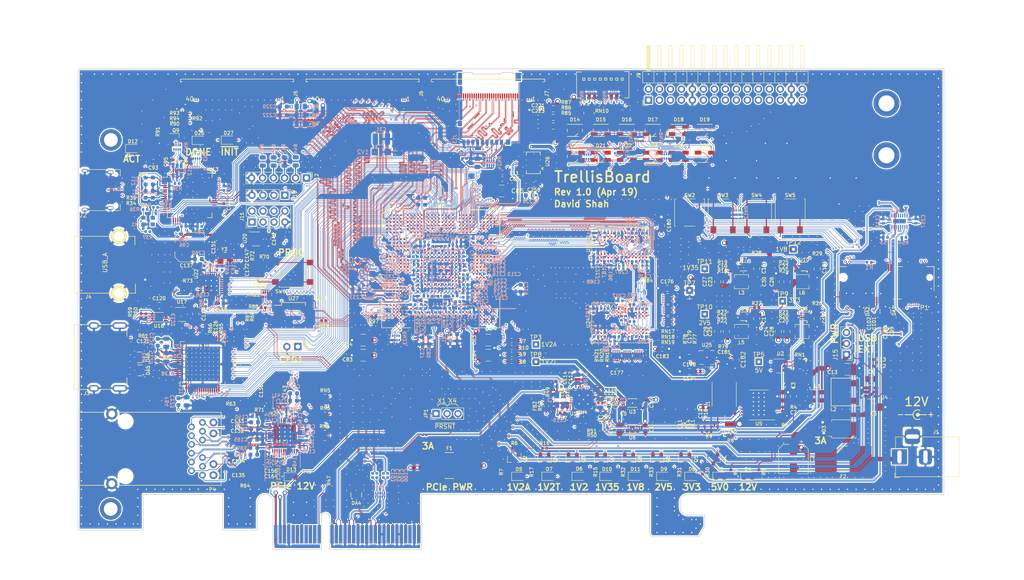
<source format=kicad_pcb>
(kicad_pcb (version 20171130) (host pcbnew 5.1.0)

  (general
    (thickness 1.6)
    (drawings 174)
    (tracks 47469)
    (zones 0)
    (modules 510)
    (nets 749)
  )

  (page A4)
  (layers
    (0 F.Cu signal hide)
    (1 In1.Cu signal)
    (2 In2.Cu signal)
    (3 In3.Cu signal)
    (4 In4.Cu signal)
    (5 In5.Cu signal)
    (6 In6.Cu signal)
    (31 B.Cu signal)
    (32 B.Adhes user)
    (33 F.Adhes user)
    (34 B.Paste user)
    (35 F.Paste user)
    (36 B.SilkS user)
    (37 F.SilkS user)
    (38 B.Mask user)
    (39 F.Mask user)
    (40 Dwgs.User user)
    (41 Cmts.User user)
    (42 Eco1.User user)
    (43 Eco2.User user)
    (44 Edge.Cuts user)
    (45 Margin user)
    (46 B.CrtYd user)
    (47 F.CrtYd user)
    (48 B.Fab user)
    (49 F.Fab user)
  )

  (setup
    (last_trace_width 0.0889)
    (user_trace_width 0.1)
    (user_trace_width 0.15)
    (user_trace_width 0.2)
    (user_trace_width 0.25)
    (user_trace_width 0.35)
    (user_trace_width 0.5)
    (user_trace_width 0.8)
    (user_trace_width 1)
    (trace_clearance 0.0889)
    (zone_clearance 0.15)
    (zone_45_only no)
    (trace_min 0.0889)
    (via_size 0.4)
    (via_drill 0.2)
    (via_min_size 0.4)
    (via_min_drill 0.2)
    (user_via 0.6 0.3)
    (user_via 0.8 0.5)
    (user_via 1 0.6)
    (user_via 1.5 1)
    (user_via 2 1.5)
    (uvia_size 0.3)
    (uvia_drill 0.1)
    (uvias_allowed no)
    (uvia_min_size 0.2)
    (uvia_min_drill 0.1)
    (edge_width 0.15)
    (segment_width 0.2)
    (pcb_text_width 0.3)
    (pcb_text_size 1.5 1.5)
    (mod_edge_width 0.15)
    (mod_text_size 1 1)
    (mod_text_width 0.15)
    (pad_size 1.524 1.524)
    (pad_drill 0.762)
    (pad_to_mask_clearance 0.051)
    (solder_mask_min_width 0.25)
    (aux_axis_origin 0 0)
    (visible_elements FFFD7FFF)
    (pcbplotparams
      (layerselection 0x010fc_ffffffff)
      (usegerberextensions false)
      (usegerberattributes false)
      (usegerberadvancedattributes false)
      (creategerberjobfile false)
      (excludeedgelayer true)
      (linewidth 0.100000)
      (plotframeref false)
      (viasonmask false)
      (mode 1)
      (useauxorigin false)
      (hpglpennumber 1)
      (hpglpenspeed 20)
      (hpglpendiameter 15.000000)
      (psnegative false)
      (psa4output false)
      (plotreference true)
      (plotvalue true)
      (plotinvisibletext false)
      (padsonsilk false)
      (subtractmaskfromsilk false)
      (outputformat 1)
      (mirror false)
      (drillshape 1)
      (scaleselection 1)
      (outputdirectory ""))
  )

  (net 0 "")
  (net 1 "/PCIe + SATA/DCU1_REFCLK-")
  (net 2 "/PCIe + SATA/DCU1_REFCLK+")
  (net 3 DDR3_A4)
  (net 4 DDR3_A6)
  (net 5 DDR3_A5)
  (net 6 DDR3_A7)
  (net 7 /DDR3/DDR3_VTT)
  (net 8 "Net-(R38-Pad2)")
  (net 9 +3V3)
  (net 10 /Power/1V2_EN)
  (net 11 /Power/2V5_EN)
  (net 12 /Power/1V35_EN)
  (net 13 "Net-(RN1-Pad4)")
  (net 14 +5V)
  (net 15 "Net-(RN1-Pad5)")
  (net 16 USD_D0)
  (net 17 USD_D3)
  (net 18 USD_CMD)
  (net 19 USD_D2)
  (net 20 "Net-(RN23-Pad1)")
  (net 21 GND)
  (net 22 "/FPGA IO/CFG0")
  (net 23 "Net-(RN23-Pad8)")
  (net 24 "/FPGA IO/CFG1")
  (net 25 "/FPGA IO/CFG2")
  (net 26 "/FPGA IO/FLASH_D3")
  (net 27 "/FPGA IO/FLASH_D1")
  (net 28 "/FPGA IO/FLASH_D2")
  (net 29 "/FPGA IO/FLASH_D0")
  (net 30 DDR3_WE)
  (net 31 DDR3_CKE)
  (net 32 DDR3_CS)
  (net 33 DDR3_ODT)
  (net 34 DDR3_CAS)
  (net 35 DDR3_BA2)
  (net 36 DDR3_RAS)
  (net 37 DDR3_BA1)
  (net 38 DDR3_A12)
  (net 39 DDR3_A14)
  (net 40 DDR3_A13)
  (net 41 DDR3_BA0)
  (net 42 DDR3_A11)
  (net 43 DDR3_A9)
  (net 44 DDR3_A10)
  (net 45 DDR3_A8)
  (net 46 DDR3_A0)
  (net 47 DDR3_A2)
  (net 48 DDR3_A1)
  (net 49 DDR3_A3)
  (net 50 "/HDMI, GbE, USB/ETH_LED2")
  (net 51 ETH_~RESET)
  (net 52 "/HDMI, GbE, USB/ETH_LED1")
  (net 53 RGMII_REF_CLK)
  (net 54 "Net-(D18-Pad4)")
  (net 55 "Net-(D20-Pad4)")
  (net 56 "Net-(D19-Pad4)")
  (net 57 "Net-(D21-Pad4)")
  (net 58 "Net-(D25-Pad4)")
  (net 59 "Net-(D23-Pad4)")
  (net 60 "Net-(D24-Pad4)")
  (net 61 "Net-(D22-Pad4)")
  (net 62 FTDI_D1_RX)
  (net 63 FTDI_~WR)
  (net 64 FTDI_~RD)
  (net 65 FTDI_~SIWU)
  (net 66 RGMII_RXD0)
  (net 67 RGMII_RXD2)
  (net 68 RGMII_RXD1)
  (net 69 RGMII_RXD3)
  (net 70 RGMII_RX_DV)
  (net 71 ETH_MDIO)
  (net 72 RGMII_RX_CLK)
  (net 73 ETH_INT_N)
  (net 74 "Net-(D17-Pad1)")
  (net 75 "Net-(D16-Pad1)")
  (net 76 "Net-(D14-Pad1)")
  (net 77 "Net-(D15-Pad1)")
  (net 78 DIP_SW1)
  (net 79 DIP_SW0)
  (net 80 DIP_SW2)
  (net 81 DIP_SW3)
  (net 82 DIP_SW7)
  (net 83 DIP_SW6)
  (net 84 DIP_SW4)
  (net 85 DIP_SW5)
  (net 86 "Net-(D14-Pad4)")
  (net 87 "Net-(D16-Pad4)")
  (net 88 "Net-(D15-Pad4)")
  (net 89 "Net-(D17-Pad4)")
  (net 90 "Net-(D21-Pad1)")
  (net 91 "Net-(D20-Pad1)")
  (net 92 "Net-(D18-Pad1)")
  (net 93 "Net-(D19-Pad1)")
  (net 94 BTN1)
  (net 95 BTN0)
  (net 96 BTN2)
  (net 97 BTN3)
  (net 98 "Net-(D25-Pad1)")
  (net 99 "Net-(D24-Pad1)")
  (net 100 "Net-(D22-Pad1)")
  (net 101 "Net-(D23-Pad1)")
  (net 102 "/FPGA IO/VCCIO7")
  (net 103 "Net-(R44-Pad2)")
  (net 104 JTAG_TDO)
  (net 105 JTAG_TDI)
  (net 106 "Net-(R43-Pad2)")
  (net 107 "Net-(R42-Pad2)")
  (net 108 JTAG_TCK)
  (net 109 JTAG_TMS)
  (net 110 "Net-(R45-Pad2)")
  (net 111 "/PCIe + SATA/CLKAUXO+")
  (net 112 +1V8)
  (net 113 +2V5)
  (net 114 "/PCIe + SATA/CLKAUXO-")
  (net 115 "/FPGA IO/VCCIO6")
  (net 116 CLK_SDA)
  (net 117 "Net-(R36-Pad2)")
  (net 118 FPGA_12MHz)
  (net 119 "/PCIe + SATA/PCIe_REFCLK+")
  (net 120 "/PCIe + SATA/PCIe_REFCLK-")
  (net 121 PCIe_12V)
  (net 122 "Net-(D13-Pad2)")
  (net 123 ~PERST)
  (net 124 "Net-(P3-PadA11)")
  (net 125 "Net-(D12-Pad2)")
  (net 126 "Net-(R40-Pad1)")
  (net 127 "Net-(R39-Pad1)")
  (net 128 "Net-(R38-Pad1)")
  (net 129 "Net-(R12-Pad2)")
  (net 130 "/PCIe + SATA/3V3_C")
  (net 131 "/PCIe + SATA/3V3_CA")
  (net 132 "Net-(R57-Pad1)")
  (net 133 "Net-(R58-Pad2)")
  (net 134 FABRIC_REFCLK)
  (net 135 "/HDMI, GbE, USB/PORT_SCL")
  (net 136 "/HDMI, GbE, USB/PORT_SDA")
  (net 137 "Net-(C121-Pad1)")
  (net 138 "Net-(R62-Pad1)")
  (net 139 /Power/3V3_PG)
  (net 140 "Net-(D27-Pad2)")
  (net 141 "/FPGA IO/~PROGRAM")
  (net 142 "Net-(R80-Pad1)")
  (net 143 "Net-(R81-Pad1)")
  (net 144 "/FPGA IO/FLASH_~CS")
  (net 145 "/FPGA IO/FLASH_CLK")
  (net 146 "/FPGA IO/DONE")
  (net 147 "Net-(Q9-Pad1)")
  (net 148 "Net-(D26-Pad2)")
  (net 149 "Net-(R79-Pad1)")
  (net 150 "/FPGA IO/~INIT")
  (net 151 "Net-(C9-Pad1)")
  (net 152 "Net-(C11-Pad1)")
  (net 153 "Net-(Q2-Pad3)")
  (net 154 "Net-(D5-Pad1)")
  (net 155 /Power/1V2_PG)
  (net 156 USD_D1)
  (net 157 USD_CLK)
  (net 158 "Net-(R97-Pad1)")
  (net 159 "Net-(Q2-Pad1)")
  (net 160 +1V2A)
  (net 161 "Net-(R5-Pad2)")
  (net 162 "Net-(D2-Pad2)")
  (net 163 "Net-(C7-Pad1)")
  (net 164 "Net-(D4-Pad2)")
  (net 165 +12V)
  (net 166 "Net-(R74-Pad1)")
  (net 167 "/Debug Interface/PORT_D-")
  (net 168 "/Debug Interface/FTDI_D-")
  (net 169 "/Debug Interface/FTDI_D+")
  (net 170 "/Debug Interface/PORT_D+")
  (net 171 "Net-(C22-Pad2)")
  (net 172 "Net-(R71-Pad2)")
  (net 173 "/HDMI, GbE, USB/USB_XO")
  (net 174 "/HDMI, GbE, USB/USB_XI")
  (net 175 "Net-(R73-Pad1)")
  (net 176 "/HDMI, GbE, USB/USBA_VBUS")
  (net 177 "/HDMI, GbE, USB/EXTVBUS")
  (net 178 DVI_SCL)
  (net 179 DVI_SDA)
  (net 180 CLK_SCL)
  (net 181 "Net-(R70-Pad1)")
  (net 182 "Net-(C175-Pad2)")
  (net 183 DDR3_CLK+)
  (net 184 "Net-(P4-Pad16)")
  (net 185 "Net-(R66-Pad1)")
  (net 186 "Net-(R65-Pad1)")
  (net 187 "/HDMI, GbE, USB/HDMI_HPD")
  (net 188 DDR3_CLK-)
  (net 189 "Net-(C179-Pad1)")
  (net 190 +1V35)
  (net 191 +1V2)
  (net 192 "Net-(D10-Pad2)")
  (net 193 "Net-(P4-Pad14)")
  (net 194 "Net-(C12-Pad2)")
  (net 195 "Net-(D6-Pad2)")
  (net 196 +1V2T)
  (net 197 "Net-(Q4-Pad1)")
  (net 198 "Net-(Q4-Pad3)")
  (net 199 "Net-(D7-Pad1)")
  (net 200 "Net-(C19-Pad2)")
  (net 201 "Net-(C20-Pad2)")
  (net 202 "Net-(C21-Pad2)")
  (net 203 "/Debug Interface/FTDI_12MHz")
  (net 204 "Net-(D11-Pad2)")
  (net 205 /Power/2V5_PG)
  (net 206 /Power/1V35_PG)
  (net 207 /Power/1V8_PG)
  (net 208 "Net-(D8-Pad2)")
  (net 209 "Net-(D9-Pad2)")
  (net 210 "Net-(C8-Pad2)")
  (net 211 "Net-(C8-Pad1)")
  (net 212 /Power/PWR_EN)
  (net 213 "/HDMI, GbE, USB/HDMI_5V")
  (net 214 "Net-(U17-Pad3)")
  (net 215 "Net-(D9-Pad1)")
  (net 216 "Net-(D11-Pad1)")
  (net 217 "Net-(D26-Pad1)")
  (net 218 "Net-(D2-Pad1)")
  (net 219 "Net-(D6-Pad1)")
  (net 220 "Net-(D10-Pad1)")
  (net 221 "Net-(D8-Pad1)")
  (net 222 "Net-(U1-Pad3)")
  (net 223 DDR3_Vref)
  (net 224 DDR3_Vtt_EN)
  (net 225 "Net-(U5-Pad2)")
  (net 226 "Net-(L1-Pad1)")
  (net 227 "Net-(C11-Pad2)")
  (net 228 "Net-(U13-Pad3)")
  (net 229 "/Debug Interface/Vphy")
  (net 230 "/Debug Interface/Vpll")
  (net 231 "/Debug Interface/JTAG_ACT")
  (net 232 "Net-(U13-Pad22)")
  (net 233 "Net-(U13-Pad23)")
  (net 234 "Net-(U13-Pad24)")
  (net 235 "Net-(U13-Pad26)")
  (net 236 "Net-(U13-Pad27)")
  (net 237 "Net-(U13-Pad28)")
  (net 238 "Net-(U13-Pad29)")
  (net 239 "Net-(U13-Pad30)")
  (net 240 "Net-(U13-Pad32)")
  (net 241 "Net-(U13-Pad33)")
  (net 242 "Net-(U13-Pad34)")
  (net 243 "Net-(U13-Pad36)")
  (net 244 FTDI_D0_TX)
  (net 245 FTDI_D2)
  (net 246 FTDI_D3)
  (net 247 FTDI_D4)
  (net 248 FTDI_D5)
  (net 249 FTDI_D6)
  (net 250 FTDI_D7)
  (net 251 FTDI_~RXF)
  (net 252 "Net-(U13-Pad49)")
  (net 253 "Net-(U13-Pad50)")
  (net 254 FTDI_~TXE)
  (net 255 "Net-(U13-Pad57)")
  (net 256 "Net-(U13-Pad58)")
  (net 257 "Net-(U13-Pad59)")
  (net 258 "Net-(U13-Pad60)")
  (net 259 "/HDMI, GbE, USB/DVI_DVDD")
  (net 260 DVI_DE)
  (net 261 DVI_HSYNC)
  (net 262 DVI_VSYNC)
  (net 263 "Net-(U19-Pad11)")
  (net 264 "/HDMI, GbE, USB/DVI_PVDD")
  (net 265 "/HDMI, GbE, USB/TMDS_CLK-")
  (net 266 "/HDMI, GbE, USB/TMDS_CLK+")
  (net 267 "/HDMI, GbE, USB/DVI_TVDD")
  (net 268 "/HDMI, GbE, USB/TMDS_D0-")
  (net 269 "/HDMI, GbE, USB/TMDS_D0+")
  (net 270 "/HDMI, GbE, USB/TMDS_D1-")
  (net 271 "/HDMI, GbE, USB/TMDS_D1+")
  (net 272 "/HDMI, GbE, USB/TMDS_D2-")
  (net 273 "/HDMI, GbE, USB/TMDS_D2+")
  (net 274 DVI_D23)
  (net 275 DVI_D22)
  (net 276 DVI_D21)
  (net 277 DVI_D20)
  (net 278 DVI_D19)
  (net 279 DVI_D18)
  (net 280 DVI_D17)
  (net 281 DVI_D16)
  (net 282 DVI_D15)
  (net 283 DVI_D14)
  (net 284 DVI_D13)
  (net 285 DVI_D12)
  (net 286 "Net-(U19-Pad49)")
  (net 287 DVI_D11)
  (net 288 DVI_D10)
  (net 289 DVI_D9)
  (net 290 DVI_D8)
  (net 291 DVI_D7)
  (net 292 DVI_D6)
  (net 293 DVI_CLK)
  (net 294 DVI_D5)
  (net 295 DVI_D4)
  (net 296 DVI_D3)
  (net 297 DVI_D2)
  (net 298 DVI_D1)
  (net 299 DVI_D0)
  (net 300 "/HDMI, GbE, USB/AVDDH")
  (net 301 "/HDMI, GbE, USB/MX4-")
  (net 302 "/HDMI, GbE, USB/MX4+")
  (net 303 "/HDMI, GbE, USB/AVDDL")
  (net 304 "/HDMI, GbE, USB/MX3-")
  (net 305 "/HDMI, GbE, USB/MX3+")
  (net 306 "/HDMI, GbE, USB/MX2-")
  (net 307 "/HDMI, GbE, USB/MX2+")
  (net 308 "/HDMI, GbE, USB/MX1-")
  (net 309 "/HDMI, GbE, USB/MX1+")
  (net 310 "Net-(U21-Pad13)")
  (net 311 RGMII_TXD0)
  (net 312 RGMII_TXD1)
  (net 313 RGMII_TXD2)
  (net 314 RGMII_TXD3)
  (net 315 RGMII_TX_CLK)
  (net 316 RGMII_TX_EN)
  (net 317 ETH_MDC)
  (net 318 "Net-(U21-Pad43)")
  (net 319 "/HDMI, GbE, USB/AVDDL_PLL")
  (net 320 "/HDMI, GbE, USB/ETH_XO")
  (net 321 "/HDMI, GbE, USB/ETH_XI")
  (net 322 "Net-(U21-Pad47)")
  (net 323 "Net-(U22-Pad3)")
  (net 324 "Net-(U22-Pad5)")
  (net 325 "/HDMI, GbE, USB/USBA_D+")
  (net 326 "/HDMI, GbE, USB/USBA_D-")
  (net 327 ULPI_RESET)
  (net 328 ULPI_NXT)
  (net 329 ULPI_DIR)
  (net 330 ULPI_STP)
  (net 331 ULPI_CLKO)
  (net 332 "/HDMI, GbE, USB/USB1V8")
  (net 333 ULPI_D7)
  (net 334 ULPI_D6)
  (net 335 ULPI_D5)
  (net 336 ULPI_D4)
  (net 337 ULPI_D3)
  (net 338 ULPI_D2)
  (net 339 ULPI_D1)
  (net 340 ULPI_D0)
  (net 341 "Net-(C117-Pad1)")
  (net 342 "Net-(C115-Pad2)")
  (net 343 CLK_SD_OE)
  (net 344 "/PCIe + SATA/1V8_C")
  (net 345 "Net-(U16-Pad16)")
  (net 346 "/PCIe + SATA/DCU0_REFCLK-")
  (net 347 "/PCIe + SATA/DCU0_REFCLK+")
  (net 348 "Net-(U16-Pad24)")
  (net 349 DDR3_DQ13)
  (net 350 DDR3_DQ15)
  (net 351 DDR3_DQ12)
  (net 352 DDR3_DQS1-)
  (net 353 DDR3_DQ14)
  (net 354 DDR3_DQ11)
  (net 355 DDR3_DQ9)
  (net 356 DDR3_DQS1+)
  (net 357 DDR3_DQ10)
  (net 358 DDR3_DM1)
  (net 359 DDR3_DQ8)
  (net 360 DDR3_DQ0)
  (net 361 DDR3_DM0)
  (net 362 DDR3_DQ2)
  (net 363 DDR3_DQS0+)
  (net 364 DDR3_DQ1)
  (net 365 DDR3_DQ3)
  (net 366 DDR3_DQ6)
  (net 367 DDR3_DQS0-)
  (net 368 DDR3_DQ4)
  (net 369 DDR3_DQ7)
  (net 370 DDR3_DQ5)
  (net 371 "Net-(U23-PadJ1)")
  (net 372 "Net-(U23-PadJ9)")
  (net 373 "Net-(U23-PadL1)")
  (net 374 "Net-(U23-PadL9)")
  (net 375 "Net-(U23-PadM7)")
  (net 376 DDR3_RESET)
  (net 377 "Net-(U24-PadM7)")
  (net 378 "Net-(U24-PadL9)")
  (net 379 "Net-(U24-PadL1)")
  (net 380 "Net-(U24-PadJ9)")
  (net 381 "Net-(U24-PadJ1)")
  (net 382 DDR3_DQ21)
  (net 383 DDR3_DQ23)
  (net 384 DDR3_DQ20)
  (net 385 DDR3_DQS2-)
  (net 386 DDR3_DQ22)
  (net 387 DDR3_DQ19)
  (net 388 DDR3_DQ17)
  (net 389 DDR3_DQS2+)
  (net 390 DDR3_DQ18)
  (net 391 DDR3_DM2)
  (net 392 DDR3_DQ16)
  (net 393 DDR3_DQ24)
  (net 394 DDR3_DM3)
  (net 395 DDR3_DQ26)
  (net 396 DDR3_DQS3+)
  (net 397 DDR3_DQ25)
  (net 398 DDR3_DQ27)
  (net 399 DDR3_DQ30)
  (net 400 DDR3_DQS3-)
  (net 401 DDR3_DQ28)
  (net 402 DDR3_DQ31)
  (net 403 DDR3_DQ29)
  (net 404 "Net-(X1-Pad1)")
  (net 405 "Net-(L4-Pad1)")
  (net 406 "Net-(L5-Pad1)")
  (net 407 "Net-(L3-Pad1)")
  (net 408 "Net-(L6-Pad1)")
  (net 409 "/FPGA Core Power/VCCHTX1")
  (net 410 "/FPGA Core Power/VCCHTX0")
  (net 411 "/FPGA Core Power/VCCA0")
  (net 412 "/FPGA Core Power/VCCAUX")
  (net 413 "/FPGA Core Power/VCCA1")
  (net 414 "/PCIe + SATA/DCU1_RX1-")
  (net 415 "/PCIe + SATA/DCU1_RX1+")
  (net 416 "/PCIe + SATA/DCU1_RX0-")
  (net 417 "/PCIe + SATA/DCU1_RX0+")
  (net 418 "/PCIe + SATA/PCIe_HSI0+")
  (net 419 "/PCIe + SATA/PCIe_HSI0-")
  (net 420 "/PCIe + SATA/PCIe_HSI1+")
  (net 421 "/PCIe + SATA/PCIe_HSI1-")
  (net 422 "/PCIe + SATA/DCU0_RX0+")
  (net 423 "/PCIe + SATA/DCU0_RX0-")
  (net 424 "/PCIe + SATA/DCU0_RX1+")
  (net 425 "/PCIe + SATA/DCU0_RX1-")
  (net 426 "Net-(U6-Pad2)")
  (net 427 "Net-(U6-Pad5)")
  (net 428 "Net-(U3-Pad5)")
  (net 429 "Net-(U3-Pad2)")
  (net 430 "Net-(U10-Pad4)")
  (net 431 "Net-(U9-Pad4)")
  (net 432 "Net-(U8-Pad4)")
  (net 433 "Net-(U7-Pad4)")
  (net 434 "Net-(J5-Pad38)")
  (net 435 "/FPGA IO/EXT0_11-")
  (net 436 "/FPGA IO/EXT0_11+")
  (net 437 "/FPGA IO/EXT0_10-")
  (net 438 "/FPGA IO/EXT0_10+")
  (net 439 "/FPGA IO/EXT0_9-")
  (net 440 "/FPGA IO/EXT0_9+")
  (net 441 "/FPGA IO/EXT0_8-")
  (net 442 "/FPGA IO/EXT0_8+")
  (net 443 "/FPGA IO/EXT0_7-")
  (net 444 "/FPGA IO/EXT0_7+")
  (net 445 "/FPGA IO/EXT0_6-")
  (net 446 "/FPGA IO/EXT0_6+")
  (net 447 "/FPGA IO/EXT0_5-")
  (net 448 "/FPGA IO/EXT0_5+")
  (net 449 "/FPGA IO/EXT0_4-")
  (net 450 "/FPGA IO/EXT0_4+")
  (net 451 "/FPGA IO/EXT0_3-")
  (net 452 "/FPGA IO/EXT0_3+")
  (net 453 "/FPGA IO/EXT0_2-")
  (net 454 "/FPGA IO/EXT0_2+")
  (net 455 "/FPGA IO/EXT0_1-")
  (net 456 "/FPGA IO/EXT0_1+")
  (net 457 "/FPGA IO/EXT0_0-")
  (net 458 "/FPGA IO/EXT0_0+")
  (net 459 "Net-(J6-Pad38)")
  (net 460 "/FPGA IO/EXT1_11-")
  (net 461 "/FPGA IO/EXT1_11+")
  (net 462 "/FPGA IO/EXT1_10-")
  (net 463 "/FPGA IO/EXT1_10+")
  (net 464 "/FPGA IO/EXT1_9-")
  (net 465 "/FPGA IO/EXT1_9+")
  (net 466 "/FPGA IO/EXT1_8-")
  (net 467 "/FPGA IO/EXT1_8+")
  (net 468 "/FPGA IO/EXT1_7-")
  (net 469 "/FPGA IO/EXT1_7+")
  (net 470 "/FPGA IO/EXT1_6-")
  (net 471 "/FPGA IO/EXT1_6+")
  (net 472 "/FPGA IO/EXT1_5-")
  (net 473 "/FPGA IO/EXT1_5+")
  (net 474 "/FPGA IO/EXT1_4-")
  (net 475 "/FPGA IO/EXT1_4+")
  (net 476 "/FPGA IO/EXT1_3-")
  (net 477 "/FPGA IO/EXT1_3+")
  (net 478 "/FPGA IO/EXT1_2-")
  (net 479 "/FPGA IO/EXT1_2+")
  (net 480 "/FPGA IO/EXT1_1-")
  (net 481 "/FPGA IO/EXT1_1+")
  (net 482 "/FPGA IO/EXT1_0-")
  (net 483 "/FPGA IO/EXT1_0+")
  (net 484 "/FPGA IO/EXT2_0+")
  (net 485 "/FPGA IO/EXT2_0-")
  (net 486 "/FPGA IO/EXT2_1+")
  (net 487 "/FPGA IO/EXT2_1-")
  (net 488 "/FPGA IO/EXT2_2+")
  (net 489 "/FPGA IO/EXT2_2-")
  (net 490 "/FPGA IO/EXT2_3+")
  (net 491 "/FPGA IO/EXT2_3-")
  (net 492 "/FPGA IO/EXT2_4+")
  (net 493 "/FPGA IO/EXT2_4-")
  (net 494 "/FPGA IO/EXT2_5+")
  (net 495 "/FPGA IO/EXT2_5-")
  (net 496 "/FPGA IO/EXT2_6+")
  (net 497 "/FPGA IO/EXT2_6-")
  (net 498 "/FPGA IO/EXT2_7+")
  (net 499 "/FPGA IO/EXT2_7-")
  (net 500 "/FPGA IO/EXT2_8+")
  (net 501 "/FPGA IO/EXT2_8-")
  (net 502 "/FPGA IO/EXT2_9+")
  (net 503 "/FPGA IO/EXT2_9-")
  (net 504 "/FPGA IO/EXT2_10+")
  (net 505 "/FPGA IO/EXT2_10-")
  (net 506 "/FPGA IO/EXT2_11+")
  (net 507 "/FPGA IO/EXT2_11-")
  (net 508 "Net-(J7-Pad38)")
  (net 509 "Net-(C132-Pad1)")
  (net 510 "Net-(C135-Pad1)")
  (net 511 "Net-(C133-Pad1)")
  (net 512 "Net-(C134-Pad1)")
  (net 513 "Net-(P3-PadB5)")
  (net 514 "Net-(P3-PadB6)")
  (net 515 "Net-(P3-PadB8)")
  (net 516 "Net-(P3-PadB9)")
  (net 517 "Net-(P3-PadB10)")
  (net 518 PCIe_~WAKE)
  (net 519 "Net-(P3-PadB12)")
  (net 520 "/PCIe + SATA/~PRSNT2~_X1")
  (net 521 "Net-(P3-PadB23)")
  (net 522 "Net-(P3-PadB24)")
  (net 523 "Net-(P3-PadB27)")
  (net 524 "Net-(P3-PadB28)")
  (net 525 "Net-(P3-PadB30)")
  (net 526 "/PCIe + SATA/~PRSNT2~_X4")
  (net 527 "/PCIe + SATA/~PRSNT1")
  (net 528 "Net-(P3-PadA5)")
  (net 529 "Net-(P3-PadA6)")
  (net 530 "Net-(P3-PadA7)")
  (net 531 "Net-(P3-PadA8)")
  (net 532 "Net-(P3-PadA9)")
  (net 533 "Net-(P3-PadA10)")
  (net 534 "Net-(P3-PadA19)")
  (net 535 "Net-(P3-PadA25)")
  (net 536 "Net-(P3-PadA26)")
  (net 537 "Net-(P3-PadA29)")
  (net 538 "Net-(P3-PadA30)")
  (net 539 "Net-(P3-PadA32)")
  (net 540 "Net-(U26-Pad1)")
  (net 541 "Net-(U26-Pad2)")
  (net 542 "/FPGA IO/CLK100+")
  (net 543 "/FPGA IO/CLK100-")
  (net 544 "Net-(J3-Pad14)")
  (net 545 "Net-(J3-Pad13)")
  (net 546 LED2)
  (net 547 LED11)
  (net 548 LED10)
  (net 549 LED0)
  (net 550 LED1)
  (net 551 LED3)
  (net 552 LED4)
  (net 553 LED5)
  (net 554 LED6)
  (net 555 LED7)
  (net 556 LED8)
  (net 557 LED9)
  (net 558 "Net-(F2-Pad2)")
  (net 559 "Net-(U15-PadR1)")
  (net 560 "Net-(U15-PadT2)")
  (net 561 "Net-(U15-PadAB2)")
  (net 562 "Net-(U15-PadAC2)")
  (net 563 "Net-(U15-PadAE2)")
  (net 564 "Net-(U15-PadAG2)")
  (net 565 "Net-(U15-PadA3)")
  (net 566 "Net-(U15-PadV3)")
  (net 567 "Net-(U15-PadW3)")
  (net 568 "Net-(U15-PadY3)")
  (net 569 "Net-(U15-PadAC3)")
  (net 570 "Net-(U15-PadAG3)")
  (net 571 "Net-(U15-PadAL3)")
  (net 572 "Net-(U15-PadB4)")
  (net 573 "Net-(U15-PadH4)")
  (net 574 "Net-(U15-PadAC4)")
  (net 575 "Net-(U15-PadA5)")
  (net 576 "Net-(U15-PadL5)")
  (net 577 "Net-(U15-PadW6)")
  (net 578 "Net-(U15-PadD7)")
  (net 579 "Net-(U15-PadE7)")
  (net 580 "Net-(U15-PadAE7)")
  (net 581 "Net-(U15-PadG9)")
  (net 582 "/PCIe + SATA/DCU0_TX0+")
  (net 583 "Net-(U15-PadG10)")
  (net 584 "/PCIe + SATA/DCU0_TX0-")
  (net 585 "Net-(U15-PadG11)")
  (net 586 "/PCIe + SATA/DCU0_TX1+")
  (net 587 "/PCIe + SATA/DCU0_TX1-")
  (net 588 "/FPGA IO/PMOD1_10")
  (net 589 "/FPGA IO/PMOD1_9")
  (net 590 "Net-(U15-PadG14)")
  (net 591 "Net-(U15-PadG15)")
  (net 592 "Net-(U15-PadAK15)")
  (net 593 "Net-(U15-PadG16)")
  (net 594 "Net-(U15-PadAK16)")
  (net 595 "Net-(U15-PadG17)")
  (net 596 "Net-(U15-PadG18)")
  (net 597 "/PCIe + SATA/DCU1_TX0+")
  (net 598 "Net-(U15-PadG19)")
  (net 599 "/PCIe + SATA/DCU1_TX0-")
  (net 600 "/FPGA IO/PMOD1_8")
  (net 601 "/FPGA IO/PMOD1_7")
  (net 602 "/PCIe + SATA/DCU1_TX1+")
  (net 603 "/PCIe + SATA/DCU1_TX1-")
  (net 604 "/FPGA IO/EXIO_5")
  (net 605 "/FPGA IO/EXIO_4")
  (net 606 "/FPGA IO/EXIO_3")
  (net 607 "Net-(U15-PadG22)")
  (net 608 "/FPGA IO/PMOD1_3")
  (net 609 "/FPGA IO/PMOD1_2")
  (net 610 "/FPGA IO/PMOD1_0")
  (net 611 "/FPGA IO/PMOD1_1")
  (net 612 "/FPGA IO/EXIO_2")
  (net 613 "Net-(U15-PadG23)")
  (net 614 "/FPGA IO/EXIO_1")
  (net 615 "/FPGA IO/PMOD0_10")
  (net 616 "/FPGA IO/EXIO_0")
  (net 617 "/FPGA IO/PMOD0_9")
  (net 618 "Net-(U15-PadG24)")
  (net 619 "Net-(U15-PadAG24)")
  (net 620 "Net-(U15-PadAK24)")
  (net 621 "/FPGA IO/PMOD0_8")
  (net 622 "/FPGA IO/PMOD0_3")
  (net 623 "/FPGA IO/PMOD0_7")
  (net 624 "/FPGA IO/PMOD0_2")
  (net 625 "/FPGA IO/PMOD0_1")
  (net 626 "Net-(U15-PadAK25)")
  (net 627 "/FPGA IO/PMOD0_0")
  (net 628 "Net-(U15-PadB26)")
  (net 629 "Net-(U15-PadE26)")
  (net 630 "Net-(U15-PadAE26)")
  (net 631 "Net-(U15-PadJ27)")
  (net 632 "Net-(U15-PadW27)")
  (net 633 "Net-(U15-PadC28)")
  (net 634 "Net-(U15-PadL28)")
  (net 635 "Net-(U15-PadAC28)")
  (net 636 "Net-(U15-PadH29)")
  (net 637 "Net-(U15-PadP29)")
  (net 638 "Net-(U15-PadAB29)")
  (net 639 "Net-(U15-PadAC29)")
  (net 640 "Net-(U15-PadAE29)")
  (net 641 "Net-(U15-PadAJ29)")
  (net 642 "Net-(U15-PadP30)")
  (net 643 "Net-(U15-PadR30)")
  (net 644 "Net-(U15-PadV30)")
  (net 645 "Net-(U15-PadAB30)")
  (net 646 "Net-(U15-PadAE30)")
  (net 647 "Net-(U15-PadAJ30)")
  (net 648 "Net-(U15-PadA31)")
  (net 649 "Net-(U15-PadAG31)")
  (net 650 "Net-(U15-PadAK31)")
  (net 651 "Net-(U15-PadAG32)")
  (net 652 "Net-(U15-PadAD27)")
  (net 653 "Net-(U15-PadF30)")
  (net 654 "Net-(U15-PadN27)")
  (net 655 "Net-(U15-PadU29)")
  (net 656 "Net-(U15-PadW1)")
  (net 657 "Net-(U15-PadV1)")
  (net 658 "Net-(U15-PadY7)")
  (net 659 "Net-(U15-PadY6)")
  (net 660 "Net-(U15-PadAC5)")
  (net 661 "Net-(U15-PadAD4)")
  (net 662 "Net-(U15-PadY4)")
  (net 663 "Net-(U15-PadW4)")
  (net 664 "Net-(U15-PadJ4)")
  (net 665 "Net-(U15-PadL3)")
  (net 666 "Net-(U15-PadL2)")
  (net 667 "Net-(U15-PadK2)")
  (net 668 "Net-(U15-PadL1)")
  (net 669 "Net-(U15-PadK1)")
  (net 670 "Net-(U15-PadJ1)")
  (net 671 "Net-(U15-PadD1)")
  (net 672 "Net-(U15-PadC1)")
  (net 673 "Net-(U15-PadF2)")
  (net 674 "Net-(U15-PadE1)")
  (net 675 "Net-(U15-PadE4)")
  (net 676 "Net-(U15-PadD4)")
  (net 677 "Net-(P1-Pad52)")
  (net 678 M2_CLKSEL)
  (net 679 "Net-(R54-Pad1)")
  (net 680 "/PCIe + SATA/M2_REFCLK+")
  (net 681 "/PCIe + SATA/M2_REFCLK-")
  (net 682 "Net-(U11-Pad17)")
  (net 683 "Net-(U11-Pad16)")
  (net 684 "/PCIe + SATA/CLKREFO+")
  (net 685 "/PCIe + SATA/CLKREFO-")
  (net 686 "/PCIe + SATA/M2_RX0+")
  (net 687 "/PCIe + SATA/M2_RX0-")
  (net 688 "/PCIe + SATA/M2_RX1+")
  (net 689 "/PCIe + SATA/M2_RX1-")
  (net 690 M2_CTS)
  (net 691 M2_RTS)
  (net 692 M2_SDIO_D0)
  (net 693 M2_TXD)
  (net 694 M2_SDIO_D3)
  (net 695 M2_SDIO_D2)
  (net 696 M2_SDIO_D1)
  (net 697 M2_SDIO_CLK)
  (net 698 M2_SDIO_CMD)
  (net 699 "Net-(P1-Pad3)")
  (net 700 "Net-(P1-Pad5)")
  (net 701 "Net-(P1-Pad6)")
  (net 702 "Net-(P1-Pad8)")
  (net 703 "Net-(P1-Pad10)")
  (net 704 "Net-(P1-Pad12)")
  (net 705 "Net-(P1-Pad14)")
  (net 706 "Net-(P1-Pad16)")
  (net 707 "Net-(P1-Pad20)")
  (net 708 "Net-(P1-Pad21)")
  (net 709 "Net-(P1-Pad23)")
  (net 710 "Net-(P1-Pad38)")
  (net 711 "Net-(P1-Pad40)")
  (net 712 "Net-(P1-Pad42)")
  (net 713 "Net-(P1-Pad44)")
  (net 714 "Net-(P1-Pad46)")
  (net 715 "Net-(P1-Pad48)")
  (net 716 "Net-(P1-Pad50)")
  (net 717 "Net-(P1-Pad53)")
  (net 718 "Net-(P1-Pad54)")
  (net 719 "Net-(P1-Pad55)")
  (net 720 "Net-(P1-Pad56)")
  (net 721 "Net-(P1-Pad58)")
  (net 722 "Net-(P1-Pad60)")
  (net 723 "Net-(P1-Pad62)")
  (net 724 "Net-(P1-Pad64)")
  (net 725 "Net-(P1-Pad66)")
  (net 726 "Net-(P1-Pad68)")
  (net 727 "Net-(P1-Pad70)")
  (net 728 "Net-(C258-Pad1)")
  (net 729 M2_RXD)
  (net 730 "Net-(U15-PadA4)")
  (net 731 "Net-(RN2-Pad4)")
  (net 732 "Net-(RN2-Pad2)")
  (net 733 "Net-(RN2-Pad3)")
  (net 734 "Net-(C260-Pad1)")
  (net 735 "Net-(C13-Pad1)")
  (net 736 USB_5V)
  (net 737 "Net-(J2-PadB11)")
  (net 738 "Net-(J2-PadB10)")
  (net 739 "Net-(J2-PadB8)")
  (net 740 "Net-(J2-PadB5)")
  (net 741 "Net-(J2-PadB3)")
  (net 742 "Net-(J2-PadB2)")
  (net 743 "Net-(J2-PadA11)")
  (net 744 "Net-(J2-PadA8)")
  (net 745 "Net-(J2-PadA10)")
  (net 746 "Net-(J2-PadA5)")
  (net 747 "Net-(J2-PadA3)")
  (net 748 "Net-(J2-PadA2)")

  (net_class Default "This is the default net class."
    (clearance 0.0889)
    (trace_width 0.0889)
    (via_dia 0.4)
    (via_drill 0.2)
    (uvia_dia 0.3)
    (uvia_drill 0.1)
    (diff_pair_width 0.11)
    (diff_pair_gap 0.11)
    (add_net +12V)
    (add_net +1V2)
    (add_net +1V2A)
    (add_net +1V2T)
    (add_net +1V35)
    (add_net +1V8)
    (add_net +2V5)
    (add_net +3V3)
    (add_net +5V)
    (add_net /DDR3/DDR3_VTT)
    (add_net "/Debug Interface/FTDI_12MHz")
    (add_net "/Debug Interface/FTDI_D+")
    (add_net "/Debug Interface/FTDI_D-")
    (add_net "/Debug Interface/JTAG_ACT")
    (add_net "/Debug Interface/PORT_D+")
    (add_net "/Debug Interface/PORT_D-")
    (add_net "/Debug Interface/Vphy")
    (add_net "/Debug Interface/Vpll")
    (add_net "/FPGA Core Power/VCCA0")
    (add_net "/FPGA Core Power/VCCA1")
    (add_net "/FPGA Core Power/VCCAUX")
    (add_net "/FPGA Core Power/VCCHTX0")
    (add_net "/FPGA Core Power/VCCHTX1")
    (add_net "/FPGA IO/CFG0")
    (add_net "/FPGA IO/CFG1")
    (add_net "/FPGA IO/CFG2")
    (add_net "/FPGA IO/CLK100+")
    (add_net "/FPGA IO/CLK100-")
    (add_net "/FPGA IO/DONE")
    (add_net "/FPGA IO/EXIO_0")
    (add_net "/FPGA IO/EXIO_1")
    (add_net "/FPGA IO/EXIO_2")
    (add_net "/FPGA IO/EXIO_3")
    (add_net "/FPGA IO/EXIO_4")
    (add_net "/FPGA IO/EXIO_5")
    (add_net "/FPGA IO/EXT0_0+")
    (add_net "/FPGA IO/EXT0_0-")
    (add_net "/FPGA IO/EXT0_1+")
    (add_net "/FPGA IO/EXT0_1-")
    (add_net "/FPGA IO/EXT0_10+")
    (add_net "/FPGA IO/EXT0_10-")
    (add_net "/FPGA IO/EXT0_11+")
    (add_net "/FPGA IO/EXT0_11-")
    (add_net "/FPGA IO/EXT0_2+")
    (add_net "/FPGA IO/EXT0_2-")
    (add_net "/FPGA IO/EXT0_3+")
    (add_net "/FPGA IO/EXT0_3-")
    (add_net "/FPGA IO/EXT0_4+")
    (add_net "/FPGA IO/EXT0_4-")
    (add_net "/FPGA IO/EXT0_5+")
    (add_net "/FPGA IO/EXT0_5-")
    (add_net "/FPGA IO/EXT0_6+")
    (add_net "/FPGA IO/EXT0_6-")
    (add_net "/FPGA IO/EXT0_7+")
    (add_net "/FPGA IO/EXT0_7-")
    (add_net "/FPGA IO/EXT0_8+")
    (add_net "/FPGA IO/EXT0_8-")
    (add_net "/FPGA IO/EXT0_9+")
    (add_net "/FPGA IO/EXT0_9-")
    (add_net "/FPGA IO/EXT1_0+")
    (add_net "/FPGA IO/EXT1_0-")
    (add_net "/FPGA IO/EXT1_1+")
    (add_net "/FPGA IO/EXT1_1-")
    (add_net "/FPGA IO/EXT1_10+")
    (add_net "/FPGA IO/EXT1_10-")
    (add_net "/FPGA IO/EXT1_11+")
    (add_net "/FPGA IO/EXT1_11-")
    (add_net "/FPGA IO/EXT1_2+")
    (add_net "/FPGA IO/EXT1_2-")
    (add_net "/FPGA IO/EXT1_3+")
    (add_net "/FPGA IO/EXT1_3-")
    (add_net "/FPGA IO/EXT1_4+")
    (add_net "/FPGA IO/EXT1_4-")
    (add_net "/FPGA IO/EXT1_5+")
    (add_net "/FPGA IO/EXT1_5-")
    (add_net "/FPGA IO/EXT1_6+")
    (add_net "/FPGA IO/EXT1_6-")
    (add_net "/FPGA IO/EXT1_7+")
    (add_net "/FPGA IO/EXT1_7-")
    (add_net "/FPGA IO/EXT1_8+")
    (add_net "/FPGA IO/EXT1_8-")
    (add_net "/FPGA IO/EXT1_9+")
    (add_net "/FPGA IO/EXT1_9-")
    (add_net "/FPGA IO/EXT2_0+")
    (add_net "/FPGA IO/EXT2_0-")
    (add_net "/FPGA IO/EXT2_1+")
    (add_net "/FPGA IO/EXT2_1-")
    (add_net "/FPGA IO/EXT2_10+")
    (add_net "/FPGA IO/EXT2_10-")
    (add_net "/FPGA IO/EXT2_11+")
    (add_net "/FPGA IO/EXT2_11-")
    (add_net "/FPGA IO/EXT2_2+")
    (add_net "/FPGA IO/EXT2_2-")
    (add_net "/FPGA IO/EXT2_3+")
    (add_net "/FPGA IO/EXT2_3-")
    (add_net "/FPGA IO/EXT2_4+")
    (add_net "/FPGA IO/EXT2_4-")
    (add_net "/FPGA IO/EXT2_5+")
    (add_net "/FPGA IO/EXT2_5-")
    (add_net "/FPGA IO/EXT2_6+")
    (add_net "/FPGA IO/EXT2_6-")
    (add_net "/FPGA IO/EXT2_7+")
    (add_net "/FPGA IO/EXT2_7-")
    (add_net "/FPGA IO/EXT2_8+")
    (add_net "/FPGA IO/EXT2_8-")
    (add_net "/FPGA IO/EXT2_9+")
    (add_net "/FPGA IO/EXT2_9-")
    (add_net "/FPGA IO/FLASH_CLK")
    (add_net "/FPGA IO/FLASH_D0")
    (add_net "/FPGA IO/FLASH_D1")
    (add_net "/FPGA IO/FLASH_D2")
    (add_net "/FPGA IO/FLASH_D3")
    (add_net "/FPGA IO/FLASH_~CS")
    (add_net "/FPGA IO/PMOD0_0")
    (add_net "/FPGA IO/PMOD0_1")
    (add_net "/FPGA IO/PMOD0_10")
    (add_net "/FPGA IO/PMOD0_2")
    (add_net "/FPGA IO/PMOD0_3")
    (add_net "/FPGA IO/PMOD0_7")
    (add_net "/FPGA IO/PMOD0_8")
    (add_net "/FPGA IO/PMOD0_9")
    (add_net "/FPGA IO/PMOD1_0")
    (add_net "/FPGA IO/PMOD1_1")
    (add_net "/FPGA IO/PMOD1_10")
    (add_net "/FPGA IO/PMOD1_2")
    (add_net "/FPGA IO/PMOD1_3")
    (add_net "/FPGA IO/PMOD1_7")
    (add_net "/FPGA IO/PMOD1_8")
    (add_net "/FPGA IO/PMOD1_9")
    (add_net "/FPGA IO/VCCIO6")
    (add_net "/FPGA IO/VCCIO7")
    (add_net "/FPGA IO/~INIT")
    (add_net "/FPGA IO/~PROGRAM")
    (add_net "/HDMI, GbE, USB/AVDDH")
    (add_net "/HDMI, GbE, USB/AVDDL")
    (add_net "/HDMI, GbE, USB/AVDDL_PLL")
    (add_net "/HDMI, GbE, USB/DVI_DVDD")
    (add_net "/HDMI, GbE, USB/DVI_PVDD")
    (add_net "/HDMI, GbE, USB/DVI_TVDD")
    (add_net "/HDMI, GbE, USB/ETH_LED1")
    (add_net "/HDMI, GbE, USB/ETH_LED2")
    (add_net "/HDMI, GbE, USB/ETH_XI")
    (add_net "/HDMI, GbE, USB/ETH_XO")
    (add_net "/HDMI, GbE, USB/EXTVBUS")
    (add_net "/HDMI, GbE, USB/HDMI_5V")
    (add_net "/HDMI, GbE, USB/HDMI_HPD")
    (add_net "/HDMI, GbE, USB/MX1+")
    (add_net "/HDMI, GbE, USB/MX1-")
    (add_net "/HDMI, GbE, USB/MX2+")
    (add_net "/HDMI, GbE, USB/MX2-")
    (add_net "/HDMI, GbE, USB/MX3+")
    (add_net "/HDMI, GbE, USB/MX3-")
    (add_net "/HDMI, GbE, USB/MX4+")
    (add_net "/HDMI, GbE, USB/MX4-")
    (add_net "/HDMI, GbE, USB/PORT_SCL")
    (add_net "/HDMI, GbE, USB/PORT_SDA")
    (add_net "/HDMI, GbE, USB/TMDS_CLK+")
    (add_net "/HDMI, GbE, USB/TMDS_CLK-")
    (add_net "/HDMI, GbE, USB/TMDS_D0+")
    (add_net "/HDMI, GbE, USB/TMDS_D0-")
    (add_net "/HDMI, GbE, USB/TMDS_D1+")
    (add_net "/HDMI, GbE, USB/TMDS_D1-")
    (add_net "/HDMI, GbE, USB/TMDS_D2+")
    (add_net "/HDMI, GbE, USB/TMDS_D2-")
    (add_net "/HDMI, GbE, USB/USB1V8")
    (add_net "/HDMI, GbE, USB/USBA_D+")
    (add_net "/HDMI, GbE, USB/USBA_D-")
    (add_net "/HDMI, GbE, USB/USBA_VBUS")
    (add_net "/HDMI, GbE, USB/USB_XI")
    (add_net "/HDMI, GbE, USB/USB_XO")
    (add_net "/PCIe + SATA/1V8_C")
    (add_net "/PCIe + SATA/3V3_C")
    (add_net "/PCIe + SATA/3V3_CA")
    (add_net "/PCIe + SATA/CLKAUXO+")
    (add_net "/PCIe + SATA/CLKAUXO-")
    (add_net "/PCIe + SATA/CLKREFO+")
    (add_net "/PCIe + SATA/CLKREFO-")
    (add_net "/PCIe + SATA/DCU0_REFCLK+")
    (add_net "/PCIe + SATA/DCU0_REFCLK-")
    (add_net "/PCIe + SATA/DCU0_RX0+")
    (add_net "/PCIe + SATA/DCU0_RX0-")
    (add_net "/PCIe + SATA/DCU0_RX1+")
    (add_net "/PCIe + SATA/DCU0_RX1-")
    (add_net "/PCIe + SATA/DCU0_TX0+")
    (add_net "/PCIe + SATA/DCU0_TX0-")
    (add_net "/PCIe + SATA/DCU0_TX1+")
    (add_net "/PCIe + SATA/DCU0_TX1-")
    (add_net "/PCIe + SATA/DCU1_REFCLK+")
    (add_net "/PCIe + SATA/DCU1_REFCLK-")
    (add_net "/PCIe + SATA/DCU1_RX0+")
    (add_net "/PCIe + SATA/DCU1_RX0-")
    (add_net "/PCIe + SATA/DCU1_RX1+")
    (add_net "/PCIe + SATA/DCU1_RX1-")
    (add_net "/PCIe + SATA/DCU1_TX0+")
    (add_net "/PCIe + SATA/DCU1_TX0-")
    (add_net "/PCIe + SATA/DCU1_TX1+")
    (add_net "/PCIe + SATA/DCU1_TX1-")
    (add_net "/PCIe + SATA/M2_REFCLK+")
    (add_net "/PCIe + SATA/M2_REFCLK-")
    (add_net "/PCIe + SATA/M2_RX0+")
    (add_net "/PCIe + SATA/M2_RX0-")
    (add_net "/PCIe + SATA/M2_RX1+")
    (add_net "/PCIe + SATA/M2_RX1-")
    (add_net "/PCIe + SATA/PCIe_HSI0+")
    (add_net "/PCIe + SATA/PCIe_HSI0-")
    (add_net "/PCIe + SATA/PCIe_HSI1+")
    (add_net "/PCIe + SATA/PCIe_HSI1-")
    (add_net "/PCIe + SATA/PCIe_REFCLK+")
    (add_net "/PCIe + SATA/PCIe_REFCLK-")
    (add_net "/PCIe + SATA/~PRSNT1")
    (add_net "/PCIe + SATA/~PRSNT2~_X1")
    (add_net "/PCIe + SATA/~PRSNT2~_X4")
    (add_net /Power/1V2_EN)
    (add_net /Power/1V2_PG)
    (add_net /Power/1V35_EN)
    (add_net /Power/1V35_PG)
    (add_net /Power/1V8_PG)
    (add_net /Power/2V5_EN)
    (add_net /Power/2V5_PG)
    (add_net /Power/3V3_PG)
    (add_net /Power/PWR_EN)
    (add_net BTN0)
    (add_net BTN1)
    (add_net BTN2)
    (add_net BTN3)
    (add_net CLK_SCL)
    (add_net CLK_SDA)
    (add_net CLK_SD_OE)
    (add_net DDR3_A0)
    (add_net DDR3_A1)
    (add_net DDR3_A10)
    (add_net DDR3_A11)
    (add_net DDR3_A12)
    (add_net DDR3_A13)
    (add_net DDR3_A14)
    (add_net DDR3_A2)
    (add_net DDR3_A3)
    (add_net DDR3_A4)
    (add_net DDR3_A5)
    (add_net DDR3_A6)
    (add_net DDR3_A7)
    (add_net DDR3_A8)
    (add_net DDR3_A9)
    (add_net DDR3_BA0)
    (add_net DDR3_BA1)
    (add_net DDR3_BA2)
    (add_net DDR3_CAS)
    (add_net DDR3_CKE)
    (add_net DDR3_CLK+)
    (add_net DDR3_CLK-)
    (add_net DDR3_CS)
    (add_net DDR3_DM0)
    (add_net DDR3_DM1)
    (add_net DDR3_DM2)
    (add_net DDR3_DM3)
    (add_net DDR3_DQ0)
    (add_net DDR3_DQ1)
    (add_net DDR3_DQ10)
    (add_net DDR3_DQ11)
    (add_net DDR3_DQ12)
    (add_net DDR3_DQ13)
    (add_net DDR3_DQ14)
    (add_net DDR3_DQ15)
    (add_net DDR3_DQ16)
    (add_net DDR3_DQ17)
    (add_net DDR3_DQ18)
    (add_net DDR3_DQ19)
    (add_net DDR3_DQ2)
    (add_net DDR3_DQ20)
    (add_net DDR3_DQ21)
    (add_net DDR3_DQ22)
    (add_net DDR3_DQ23)
    (add_net DDR3_DQ24)
    (add_net DDR3_DQ25)
    (add_net DDR3_DQ26)
    (add_net DDR3_DQ27)
    (add_net DDR3_DQ28)
    (add_net DDR3_DQ29)
    (add_net DDR3_DQ3)
    (add_net DDR3_DQ30)
    (add_net DDR3_DQ31)
    (add_net DDR3_DQ4)
    (add_net DDR3_DQ5)
    (add_net DDR3_DQ6)
    (add_net DDR3_DQ7)
    (add_net DDR3_DQ8)
    (add_net DDR3_DQ9)
    (add_net DDR3_DQS0+)
    (add_net DDR3_DQS0-)
    (add_net DDR3_DQS1+)
    (add_net DDR3_DQS1-)
    (add_net DDR3_DQS2+)
    (add_net DDR3_DQS2-)
    (add_net DDR3_DQS3+)
    (add_net DDR3_DQS3-)
    (add_net DDR3_ODT)
    (add_net DDR3_RAS)
    (add_net DDR3_RESET)
    (add_net DDR3_Vref)
    (add_net DDR3_Vtt_EN)
    (add_net DDR3_WE)
    (add_net DIP_SW0)
    (add_net DIP_SW1)
    (add_net DIP_SW2)
    (add_net DIP_SW3)
    (add_net DIP_SW4)
    (add_net DIP_SW5)
    (add_net DIP_SW6)
    (add_net DIP_SW7)
    (add_net DVI_CLK)
    (add_net DVI_D0)
    (add_net DVI_D1)
    (add_net DVI_D10)
    (add_net DVI_D11)
    (add_net DVI_D12)
    (add_net DVI_D13)
    (add_net DVI_D14)
    (add_net DVI_D15)
    (add_net DVI_D16)
    (add_net DVI_D17)
    (add_net DVI_D18)
    (add_net DVI_D19)
    (add_net DVI_D2)
    (add_net DVI_D20)
    (add_net DVI_D21)
    (add_net DVI_D22)
    (add_net DVI_D23)
    (add_net DVI_D3)
    (add_net DVI_D4)
    (add_net DVI_D5)
    (add_net DVI_D6)
    (add_net DVI_D7)
    (add_net DVI_D8)
    (add_net DVI_D9)
    (add_net DVI_DE)
    (add_net DVI_HSYNC)
    (add_net DVI_SCL)
    (add_net DVI_SDA)
    (add_net DVI_VSYNC)
    (add_net ETH_INT_N)
    (add_net ETH_MDC)
    (add_net ETH_MDIO)
    (add_net ETH_~RESET)
    (add_net FABRIC_REFCLK)
    (add_net FPGA_12MHz)
    (add_net FTDI_D0_TX)
    (add_net FTDI_D1_RX)
    (add_net FTDI_D2)
    (add_net FTDI_D3)
    (add_net FTDI_D4)
    (add_net FTDI_D5)
    (add_net FTDI_D6)
    (add_net FTDI_D7)
    (add_net FTDI_~RD)
    (add_net FTDI_~RXF)
    (add_net FTDI_~SIWU)
    (add_net FTDI_~TXE)
    (add_net FTDI_~WR)
    (add_net GND)
    (add_net JTAG_TCK)
    (add_net JTAG_TDI)
    (add_net JTAG_TDO)
    (add_net JTAG_TMS)
    (add_net LED0)
    (add_net LED1)
    (add_net LED10)
    (add_net LED11)
    (add_net LED2)
    (add_net LED3)
    (add_net LED4)
    (add_net LED5)
    (add_net LED6)
    (add_net LED7)
    (add_net LED8)
    (add_net LED9)
    (add_net M2_CLKSEL)
    (add_net M2_CTS)
    (add_net M2_RTS)
    (add_net M2_RXD)
    (add_net M2_SDIO_CLK)
    (add_net M2_SDIO_CMD)
    (add_net M2_SDIO_D0)
    (add_net M2_SDIO_D1)
    (add_net M2_SDIO_D2)
    (add_net M2_SDIO_D3)
    (add_net M2_TXD)
    (add_net "Net-(C11-Pad1)")
    (add_net "Net-(C11-Pad2)")
    (add_net "Net-(C115-Pad2)")
    (add_net "Net-(C117-Pad1)")
    (add_net "Net-(C12-Pad2)")
    (add_net "Net-(C121-Pad1)")
    (add_net "Net-(C13-Pad1)")
    (add_net "Net-(C132-Pad1)")
    (add_net "Net-(C133-Pad1)")
    (add_net "Net-(C134-Pad1)")
    (add_net "Net-(C135-Pad1)")
    (add_net "Net-(C175-Pad2)")
    (add_net "Net-(C179-Pad1)")
    (add_net "Net-(C19-Pad2)")
    (add_net "Net-(C20-Pad2)")
    (add_net "Net-(C21-Pad2)")
    (add_net "Net-(C22-Pad2)")
    (add_net "Net-(C258-Pad1)")
    (add_net "Net-(C260-Pad1)")
    (add_net "Net-(C7-Pad1)")
    (add_net "Net-(C8-Pad1)")
    (add_net "Net-(C8-Pad2)")
    (add_net "Net-(C9-Pad1)")
    (add_net "Net-(D10-Pad1)")
    (add_net "Net-(D10-Pad2)")
    (add_net "Net-(D11-Pad1)")
    (add_net "Net-(D11-Pad2)")
    (add_net "Net-(D12-Pad2)")
    (add_net "Net-(D13-Pad2)")
    (add_net "Net-(D14-Pad1)")
    (add_net "Net-(D14-Pad4)")
    (add_net "Net-(D15-Pad1)")
    (add_net "Net-(D15-Pad4)")
    (add_net "Net-(D16-Pad1)")
    (add_net "Net-(D16-Pad4)")
    (add_net "Net-(D17-Pad1)")
    (add_net "Net-(D17-Pad4)")
    (add_net "Net-(D18-Pad1)")
    (add_net "Net-(D18-Pad4)")
    (add_net "Net-(D19-Pad1)")
    (add_net "Net-(D19-Pad4)")
    (add_net "Net-(D2-Pad1)")
    (add_net "Net-(D2-Pad2)")
    (add_net "Net-(D20-Pad1)")
    (add_net "Net-(D20-Pad4)")
    (add_net "Net-(D21-Pad1)")
    (add_net "Net-(D21-Pad4)")
    (add_net "Net-(D22-Pad1)")
    (add_net "Net-(D22-Pad4)")
    (add_net "Net-(D23-Pad1)")
    (add_net "Net-(D23-Pad4)")
    (add_net "Net-(D24-Pad1)")
    (add_net "Net-(D24-Pad4)")
    (add_net "Net-(D25-Pad1)")
    (add_net "Net-(D25-Pad4)")
    (add_net "Net-(D26-Pad1)")
    (add_net "Net-(D26-Pad2)")
    (add_net "Net-(D27-Pad2)")
    (add_net "Net-(D4-Pad2)")
    (add_net "Net-(D5-Pad1)")
    (add_net "Net-(D6-Pad1)")
    (add_net "Net-(D6-Pad2)")
    (add_net "Net-(D7-Pad1)")
    (add_net "Net-(D8-Pad1)")
    (add_net "Net-(D8-Pad2)")
    (add_net "Net-(D9-Pad1)")
    (add_net "Net-(D9-Pad2)")
    (add_net "Net-(F2-Pad2)")
    (add_net "Net-(J2-PadA10)")
    (add_net "Net-(J2-PadA11)")
    (add_net "Net-(J2-PadA2)")
    (add_net "Net-(J2-PadA3)")
    (add_net "Net-(J2-PadA5)")
    (add_net "Net-(J2-PadA8)")
    (add_net "Net-(J2-PadB10)")
    (add_net "Net-(J2-PadB11)")
    (add_net "Net-(J2-PadB2)")
    (add_net "Net-(J2-PadB3)")
    (add_net "Net-(J2-PadB5)")
    (add_net "Net-(J2-PadB8)")
    (add_net "Net-(J3-Pad13)")
    (add_net "Net-(J3-Pad14)")
    (add_net "Net-(J5-Pad38)")
    (add_net "Net-(J6-Pad38)")
    (add_net "Net-(J7-Pad38)")
    (add_net "Net-(L1-Pad1)")
    (add_net "Net-(L3-Pad1)")
    (add_net "Net-(L4-Pad1)")
    (add_net "Net-(L5-Pad1)")
    (add_net "Net-(L6-Pad1)")
    (add_net "Net-(P1-Pad10)")
    (add_net "Net-(P1-Pad12)")
    (add_net "Net-(P1-Pad14)")
    (add_net "Net-(P1-Pad16)")
    (add_net "Net-(P1-Pad20)")
    (add_net "Net-(P1-Pad21)")
    (add_net "Net-(P1-Pad23)")
    (add_net "Net-(P1-Pad3)")
    (add_net "Net-(P1-Pad38)")
    (add_net "Net-(P1-Pad40)")
    (add_net "Net-(P1-Pad42)")
    (add_net "Net-(P1-Pad44)")
    (add_net "Net-(P1-Pad46)")
    (add_net "Net-(P1-Pad48)")
    (add_net "Net-(P1-Pad5)")
    (add_net "Net-(P1-Pad50)")
    (add_net "Net-(P1-Pad52)")
    (add_net "Net-(P1-Pad53)")
    (add_net "Net-(P1-Pad54)")
    (add_net "Net-(P1-Pad55)")
    (add_net "Net-(P1-Pad56)")
    (add_net "Net-(P1-Pad58)")
    (add_net "Net-(P1-Pad6)")
    (add_net "Net-(P1-Pad60)")
    (add_net "Net-(P1-Pad62)")
    (add_net "Net-(P1-Pad64)")
    (add_net "Net-(P1-Pad66)")
    (add_net "Net-(P1-Pad68)")
    (add_net "Net-(P1-Pad70)")
    (add_net "Net-(P1-Pad8)")
    (add_net "Net-(P3-PadA10)")
    (add_net "Net-(P3-PadA11)")
    (add_net "Net-(P3-PadA19)")
    (add_net "Net-(P3-PadA25)")
    (add_net "Net-(P3-PadA26)")
    (add_net "Net-(P3-PadA29)")
    (add_net "Net-(P3-PadA30)")
    (add_net "Net-(P3-PadA32)")
    (add_net "Net-(P3-PadA5)")
    (add_net "Net-(P3-PadA6)")
    (add_net "Net-(P3-PadA7)")
    (add_net "Net-(P3-PadA8)")
    (add_net "Net-(P3-PadA9)")
    (add_net "Net-(P3-PadB10)")
    (add_net "Net-(P3-PadB12)")
    (add_net "Net-(P3-PadB23)")
    (add_net "Net-(P3-PadB24)")
    (add_net "Net-(P3-PadB27)")
    (add_net "Net-(P3-PadB28)")
    (add_net "Net-(P3-PadB30)")
    (add_net "Net-(P3-PadB5)")
    (add_net "Net-(P3-PadB6)")
    (add_net "Net-(P3-PadB8)")
    (add_net "Net-(P3-PadB9)")
    (add_net "Net-(P4-Pad14)")
    (add_net "Net-(P4-Pad16)")
    (add_net "Net-(Q2-Pad1)")
    (add_net "Net-(Q2-Pad3)")
    (add_net "Net-(Q4-Pad1)")
    (add_net "Net-(Q4-Pad3)")
    (add_net "Net-(Q9-Pad1)")
    (add_net "Net-(R12-Pad2)")
    (add_net "Net-(R36-Pad2)")
    (add_net "Net-(R38-Pad1)")
    (add_net "Net-(R38-Pad2)")
    (add_net "Net-(R39-Pad1)")
    (add_net "Net-(R40-Pad1)")
    (add_net "Net-(R42-Pad2)")
    (add_net "Net-(R43-Pad2)")
    (add_net "Net-(R44-Pad2)")
    (add_net "Net-(R45-Pad2)")
    (add_net "Net-(R5-Pad2)")
    (add_net "Net-(R54-Pad1)")
    (add_net "Net-(R57-Pad1)")
    (add_net "Net-(R58-Pad2)")
    (add_net "Net-(R62-Pad1)")
    (add_net "Net-(R65-Pad1)")
    (add_net "Net-(R66-Pad1)")
    (add_net "Net-(R70-Pad1)")
    (add_net "Net-(R71-Pad2)")
    (add_net "Net-(R73-Pad1)")
    (add_net "Net-(R74-Pad1)")
    (add_net "Net-(R79-Pad1)")
    (add_net "Net-(R80-Pad1)")
    (add_net "Net-(R81-Pad1)")
    (add_net "Net-(R97-Pad1)")
    (add_net "Net-(RN1-Pad4)")
    (add_net "Net-(RN1-Pad5)")
    (add_net "Net-(RN2-Pad2)")
    (add_net "Net-(RN2-Pad3)")
    (add_net "Net-(RN2-Pad4)")
    (add_net "Net-(RN23-Pad1)")
    (add_net "Net-(RN23-Pad8)")
    (add_net "Net-(U1-Pad3)")
    (add_net "Net-(U10-Pad4)")
    (add_net "Net-(U11-Pad16)")
    (add_net "Net-(U11-Pad17)")
    (add_net "Net-(U13-Pad22)")
    (add_net "Net-(U13-Pad23)")
    (add_net "Net-(U13-Pad24)")
    (add_net "Net-(U13-Pad26)")
    (add_net "Net-(U13-Pad27)")
    (add_net "Net-(U13-Pad28)")
    (add_net "Net-(U13-Pad29)")
    (add_net "Net-(U13-Pad3)")
    (add_net "Net-(U13-Pad30)")
    (add_net "Net-(U13-Pad32)")
    (add_net "Net-(U13-Pad33)")
    (add_net "Net-(U13-Pad34)")
    (add_net "Net-(U13-Pad36)")
    (add_net "Net-(U13-Pad49)")
    (add_net "Net-(U13-Pad50)")
    (add_net "Net-(U13-Pad57)")
    (add_net "Net-(U13-Pad58)")
    (add_net "Net-(U13-Pad59)")
    (add_net "Net-(U13-Pad60)")
    (add_net "Net-(U15-PadA3)")
    (add_net "Net-(U15-PadA31)")
    (add_net "Net-(U15-PadA4)")
    (add_net "Net-(U15-PadA5)")
    (add_net "Net-(U15-PadAB2)")
    (add_net "Net-(U15-PadAB29)")
    (add_net "Net-(U15-PadAB30)")
    (add_net "Net-(U15-PadAC2)")
    (add_net "Net-(U15-PadAC28)")
    (add_net "Net-(U15-PadAC29)")
    (add_net "Net-(U15-PadAC3)")
    (add_net "Net-(U15-PadAC4)")
    (add_net "Net-(U15-PadAC5)")
    (add_net "Net-(U15-PadAD27)")
    (add_net "Net-(U15-PadAD4)")
    (add_net "Net-(U15-PadAE2)")
    (add_net "Net-(U15-PadAE26)")
    (add_net "Net-(U15-PadAE29)")
    (add_net "Net-(U15-PadAE30)")
    (add_net "Net-(U15-PadAE7)")
    (add_net "Net-(U15-PadAG2)")
    (add_net "Net-(U15-PadAG24)")
    (add_net "Net-(U15-PadAG3)")
    (add_net "Net-(U15-PadAG31)")
    (add_net "Net-(U15-PadAG32)")
    (add_net "Net-(U15-PadAJ29)")
    (add_net "Net-(U15-PadAJ30)")
    (add_net "Net-(U15-PadAK15)")
    (add_net "Net-(U15-PadAK16)")
    (add_net "Net-(U15-PadAK24)")
    (add_net "Net-(U15-PadAK25)")
    (add_net "Net-(U15-PadAK31)")
    (add_net "Net-(U15-PadAL3)")
    (add_net "Net-(U15-PadB26)")
    (add_net "Net-(U15-PadB4)")
    (add_net "Net-(U15-PadC1)")
    (add_net "Net-(U15-PadC28)")
    (add_net "Net-(U15-PadD1)")
    (add_net "Net-(U15-PadD4)")
    (add_net "Net-(U15-PadD7)")
    (add_net "Net-(U15-PadE1)")
    (add_net "Net-(U15-PadE26)")
    (add_net "Net-(U15-PadE4)")
    (add_net "Net-(U15-PadE7)")
    (add_net "Net-(U15-PadF2)")
    (add_net "Net-(U15-PadF30)")
    (add_net "Net-(U15-PadG10)")
    (add_net "Net-(U15-PadG11)")
    (add_net "Net-(U15-PadG14)")
    (add_net "Net-(U15-PadG15)")
    (add_net "Net-(U15-PadG16)")
    (add_net "Net-(U15-PadG17)")
    (add_net "Net-(U15-PadG18)")
    (add_net "Net-(U15-PadG19)")
    (add_net "Net-(U15-PadG22)")
    (add_net "Net-(U15-PadG23)")
    (add_net "Net-(U15-PadG24)")
    (add_net "Net-(U15-PadG9)")
    (add_net "Net-(U15-PadH29)")
    (add_net "Net-(U15-PadH4)")
    (add_net "Net-(U15-PadJ1)")
    (add_net "Net-(U15-PadJ27)")
    (add_net "Net-(U15-PadJ4)")
    (add_net "Net-(U15-PadK1)")
    (add_net "Net-(U15-PadK2)")
    (add_net "Net-(U15-PadL1)")
    (add_net "Net-(U15-PadL2)")
    (add_net "Net-(U15-PadL28)")
    (add_net "Net-(U15-PadL3)")
    (add_net "Net-(U15-PadL5)")
    (add_net "Net-(U15-PadN27)")
    (add_net "Net-(U15-PadP29)")
    (add_net "Net-(U15-PadP30)")
    (add_net "Net-(U15-PadR1)")
    (add_net "Net-(U15-PadR30)")
    (add_net "Net-(U15-PadT2)")
    (add_net "Net-(U15-PadU29)")
    (add_net "Net-(U15-PadV1)")
    (add_net "Net-(U15-PadV3)")
    (add_net "Net-(U15-PadV30)")
    (add_net "Net-(U15-PadW1)")
    (add_net "Net-(U15-PadW27)")
    (add_net "Net-(U15-PadW3)")
    (add_net "Net-(U15-PadW4)")
    (add_net "Net-(U15-PadW6)")
    (add_net "Net-(U15-PadY3)")
    (add_net "Net-(U15-PadY4)")
    (add_net "Net-(U15-PadY6)")
    (add_net "Net-(U15-PadY7)")
    (add_net "Net-(U16-Pad16)")
    (add_net "Net-(U16-Pad24)")
    (add_net "Net-(U17-Pad3)")
    (add_net "Net-(U19-Pad11)")
    (add_net "Net-(U19-Pad49)")
    (add_net "Net-(U21-Pad13)")
    (add_net "Net-(U21-Pad43)")
    (add_net "Net-(U21-Pad47)")
    (add_net "Net-(U22-Pad3)")
    (add_net "Net-(U22-Pad5)")
    (add_net "Net-(U23-PadJ1)")
    (add_net "Net-(U23-PadJ9)")
    (add_net "Net-(U23-PadL1)")
    (add_net "Net-(U23-PadL9)")
    (add_net "Net-(U23-PadM7)")
    (add_net "Net-(U24-PadJ1)")
    (add_net "Net-(U24-PadJ9)")
    (add_net "Net-(U24-PadL1)")
    (add_net "Net-(U24-PadL9)")
    (add_net "Net-(U24-PadM7)")
    (add_net "Net-(U26-Pad1)")
    (add_net "Net-(U26-Pad2)")
    (add_net "Net-(U3-Pad2)")
    (add_net "Net-(U3-Pad5)")
    (add_net "Net-(U5-Pad2)")
    (add_net "Net-(U6-Pad2)")
    (add_net "Net-(U6-Pad5)")
    (add_net "Net-(U7-Pad4)")
    (add_net "Net-(U8-Pad4)")
    (add_net "Net-(U9-Pad4)")
    (add_net "Net-(X1-Pad1)")
    (add_net PCIe_12V)
    (add_net PCIe_~WAKE)
    (add_net RGMII_REF_CLK)
    (add_net RGMII_RXD0)
    (add_net RGMII_RXD1)
    (add_net RGMII_RXD2)
    (add_net RGMII_RXD3)
    (add_net RGMII_RX_CLK)
    (add_net RGMII_RX_DV)
    (add_net RGMII_TXD0)
    (add_net RGMII_TXD1)
    (add_net RGMII_TXD2)
    (add_net RGMII_TXD3)
    (add_net RGMII_TX_CLK)
    (add_net RGMII_TX_EN)
    (add_net ULPI_CLKO)
    (add_net ULPI_D0)
    (add_net ULPI_D1)
    (add_net ULPI_D2)
    (add_net ULPI_D3)
    (add_net ULPI_D4)
    (add_net ULPI_D5)
    (add_net ULPI_D6)
    (add_net ULPI_D7)
    (add_net ULPI_DIR)
    (add_net ULPI_NXT)
    (add_net ULPI_RESET)
    (add_net ULPI_STP)
    (add_net USB_5V)
    (add_net USD_CLK)
    (add_net USD_CMD)
    (add_net USD_D0)
    (add_net USD_D1)
    (add_net USD_D2)
    (add_net USD_D3)
    (add_net ~PERST)
  )

  (module Connector_USB:USB_C_Receptacle_Amphenol_12401610E4-2A (layer F.Cu) (tedit 5A142044) (tstamp 5CAA0D2E)
    (at 44.6 51.8 270)
    (descr "USB TYPE C, RA RCPT PCB, SMT, https://www.amphenolcanada.com/StockAvailabilityPrice.aspx?From=&PartNum=12401610E4%7e2A")
    (tags "USB C Type-C Receptacle SMD")
    (path /62793184/5D1382FA)
    (attr smd)
    (fp_text reference J2 (at 5.8 3.2) (layer F.SilkS)
      (effects (font (size 1 1) (thickness 0.15)))
    )
    (fp_text value USB_C_Receptacle (at 0 6.14 270) (layer F.Fab)
      (effects (font (size 1 1) (thickness 0.15)))
    )
    (fp_line (start -4.6 5.23) (end -4.6 -5.22) (layer F.Fab) (width 0.1))
    (fp_line (start -4.6 -5.22) (end 4.6 -5.22) (layer F.Fab) (width 0.1))
    (fp_line (start -4.75 -5.37) (end -3.25 -5.37) (layer F.SilkS) (width 0.12))
    (fp_line (start -4.75 -5.37) (end -4.75 1.89) (layer F.SilkS) (width 0.12))
    (fp_line (start 4.75 -5.37) (end 4.75 1.89) (layer F.SilkS) (width 0.12))
    (fp_line (start 3.25 -5.37) (end 4.75 -5.37) (layer F.SilkS) (width 0.12))
    (fp_line (start -4.6 5.23) (end 4.6 5.23) (layer F.Fab) (width 0.1))
    (fp_line (start 4.6 5.23) (end 4.6 -5.22) (layer F.Fab) (width 0.1))
    (fp_line (start -5.39 -5.87) (end 5.39 -5.87) (layer F.CrtYd) (width 0.05))
    (fp_line (start 5.39 -5.87) (end 5.39 5.73) (layer F.CrtYd) (width 0.05))
    (fp_line (start 5.39 5.73) (end -5.39 5.73) (layer F.CrtYd) (width 0.05))
    (fp_line (start -5.39 5.73) (end -5.39 -5.87) (layer F.CrtYd) (width 0.05))
    (fp_text user %R (at 0 0 270) (layer F.Fab)
      (effects (font (size 1 1) (thickness 0.1)))
    )
    (pad B12 smd rect (at -3 -3.32 270) (size 0.3 0.7) (layers F.Cu F.Paste F.Mask)
      (net 21 GND))
    (pad B11 smd rect (at -2.5 -3.32 270) (size 0.3 0.7) (layers F.Cu F.Paste F.Mask)
      (net 737 "Net-(J2-PadB11)"))
    (pad B10 smd rect (at -2 -3.32 270) (size 0.3 0.7) (layers F.Cu F.Paste F.Mask)
      (net 738 "Net-(J2-PadB10)"))
    (pad B9 smd rect (at -1.5 -3.32 270) (size 0.3 0.7) (layers F.Cu F.Paste F.Mask)
      (net 736 USB_5V))
    (pad B8 smd rect (at -1 -3.32 270) (size 0.3 0.7) (layers F.Cu F.Paste F.Mask)
      (net 739 "Net-(J2-PadB8)"))
    (pad B7 smd rect (at -0.5 -3.32 270) (size 0.3 0.7) (layers F.Cu F.Paste F.Mask)
      (net 167 "/Debug Interface/PORT_D-"))
    (pad B6 smd rect (at 0 -3.32 270) (size 0.3 0.7) (layers F.Cu F.Paste F.Mask)
      (net 170 "/Debug Interface/PORT_D+"))
    (pad B5 smd rect (at 0.5 -3.32 270) (size 0.3 0.7) (layers F.Cu F.Paste F.Mask)
      (net 740 "Net-(J2-PadB5)"))
    (pad B4 smd rect (at 1 -3.32 270) (size 0.3 0.7) (layers F.Cu F.Paste F.Mask)
      (net 736 USB_5V))
    (pad B3 smd rect (at 1.5 -3.32 270) (size 0.3 0.7) (layers F.Cu F.Paste F.Mask)
      (net 741 "Net-(J2-PadB3)"))
    (pad B2 smd rect (at 2 -3.32 270) (size 0.3 0.7) (layers F.Cu F.Paste F.Mask)
      (net 742 "Net-(J2-PadB2)"))
    (pad "" np_thru_hole circle (at -3.6 -4.36 270) (size 0.65 0.65) (drill 0.65) (layers *.Cu *.Mask))
    (pad "" np_thru_hole oval (at 3.6 -4.36 270) (size 0.95 0.65) (drill oval 0.95 0.65) (layers *.Cu *.Mask))
    (pad S1 thru_hole oval (at -4.49 2.84 270) (size 0.8 1.4) (drill oval 0.5 1.1) (layers *.Cu *.Mask)
      (net 21 GND))
    (pad S1 thru_hole oval (at 4.49 2.84 270) (size 0.8 1.4) (drill oval 0.5 1.1) (layers *.Cu *.Mask)
      (net 21 GND))
    (pad S1 thru_hole oval (at 4.13 -3.11 270) (size 0.8 1.4) (drill oval 0.5 1.1) (layers *.Cu *.Mask)
      (net 21 GND))
    (pad B1 smd rect (at 2.5 -3.32 270) (size 0.3 0.7) (layers F.Cu F.Paste F.Mask)
      (net 21 GND))
    (pad A11 smd rect (at 2.25 -5.02 270) (size 0.3 0.7) (layers F.Cu F.Paste F.Mask)
      (net 743 "Net-(J2-PadA11)"))
    (pad A8 smd rect (at 0.75 -5.02 270) (size 0.3 0.7) (layers F.Cu F.Paste F.Mask)
      (net 744 "Net-(J2-PadA8)"))
    (pad A9 smd rect (at 1.25 -5.02 270) (size 0.3 0.7) (layers F.Cu F.Paste F.Mask)
      (net 736 USB_5V))
    (pad A10 smd rect (at 1.75 -5.02 270) (size 0.3 0.7) (layers F.Cu F.Paste F.Mask)
      (net 745 "Net-(J2-PadA10)"))
    (pad A12 smd rect (at 2.75 -5.02 270) (size 0.3 0.7) (layers F.Cu F.Paste F.Mask)
      (net 21 GND))
    (pad A7 smd rect (at 0.25 -5.02 270) (size 0.3 0.7) (layers F.Cu F.Paste F.Mask)
      (net 167 "/Debug Interface/PORT_D-"))
    (pad A6 smd rect (at -0.25 -5.02 270) (size 0.3 0.7) (layers F.Cu F.Paste F.Mask)
      (net 170 "/Debug Interface/PORT_D+"))
    (pad A5 smd rect (at -0.75 -5.02 270) (size 0.3 0.7) (layers F.Cu F.Paste F.Mask)
      (net 746 "Net-(J2-PadA5)"))
    (pad A4 smd rect (at -1.25 -5.02 270) (size 0.3 0.7) (layers F.Cu F.Paste F.Mask)
      (net 736 USB_5V))
    (pad A3 smd rect (at -1.75 -5.02 270) (size 0.3 0.7) (layers F.Cu F.Paste F.Mask)
      (net 747 "Net-(J2-PadA3)"))
    (pad A2 smd rect (at -2.25 -5.02 270) (size 0.3 0.7) (layers F.Cu F.Paste F.Mask)
      (net 748 "Net-(J2-PadA2)"))
    (pad A1 smd rect (at -2.75 -5.02 270) (size 0.3 0.7) (layers F.Cu F.Paste F.Mask)
      (net 21 GND))
    (pad S1 thru_hole oval (at -4.13 -3.11 270) (size 0.8 1.4) (drill oval 0.5 1.1) (layers *.Cu *.Mask)
      (net 21 GND))
    (model /home/david/3d/M-12401610E4#2A-REVT2.stp
      (offset (xyz 0 -5.25 1.57))
      (scale (xyz 1 1 1))
      (rotate (xyz 0 0 90))
    )
  )

  (module Connector_PinHeader_2.54mm:PinHeader_1x03_P2.54mm_Vertical (layer F.Cu) (tedit 59FED5CC) (tstamp 5CA8C122)
    (at 217.75 89.83 180)
    (descr "Through hole straight pin header, 1x03, 2.54mm pitch, single row")
    (tags "Through hole pin header THT 1x03 2.54mm single row")
    (path /5B5D9B41/5CE8562B)
    (fp_text reference J15 (at 2.56 -0.08 270) (layer F.SilkS)
      (effects (font (size 1 1) (thickness 0.15)))
    )
    (fp_text value PWR (at 0 7.41 180) (layer F.Fab)
      (effects (font (size 1 1) (thickness 0.15)))
    )
    (fp_text user %R (at 0 2.54 270) (layer F.Fab)
      (effects (font (size 1 1) (thickness 0.15)))
    )
    (fp_line (start 1.8 -1.8) (end -1.8 -1.8) (layer F.CrtYd) (width 0.05))
    (fp_line (start 1.8 6.85) (end 1.8 -1.8) (layer F.CrtYd) (width 0.05))
    (fp_line (start -1.8 6.85) (end 1.8 6.85) (layer F.CrtYd) (width 0.05))
    (fp_line (start -1.8 -1.8) (end -1.8 6.85) (layer F.CrtYd) (width 0.05))
    (fp_line (start -1.33 -1.33) (end 0 -1.33) (layer F.SilkS) (width 0.12))
    (fp_line (start -1.33 0) (end -1.33 -1.33) (layer F.SilkS) (width 0.12))
    (fp_line (start -1.33 1.27) (end 1.33 1.27) (layer F.SilkS) (width 0.12))
    (fp_line (start 1.33 1.27) (end 1.33 6.41) (layer F.SilkS) (width 0.12))
    (fp_line (start -1.33 1.27) (end -1.33 6.41) (layer F.SilkS) (width 0.12))
    (fp_line (start -1.33 6.41) (end 1.33 6.41) (layer F.SilkS) (width 0.12))
    (fp_line (start -1.27 -0.635) (end -0.635 -1.27) (layer F.Fab) (width 0.1))
    (fp_line (start -1.27 6.35) (end -1.27 -0.635) (layer F.Fab) (width 0.1))
    (fp_line (start 1.27 6.35) (end -1.27 6.35) (layer F.Fab) (width 0.1))
    (fp_line (start 1.27 -1.27) (end 1.27 6.35) (layer F.Fab) (width 0.1))
    (fp_line (start -0.635 -1.27) (end 1.27 -1.27) (layer F.Fab) (width 0.1))
    (pad 3 thru_hole oval (at 0 5.08 180) (size 1.7 1.7) (drill 1) (layers *.Cu *.Mask)
      (net 736 USB_5V))
    (pad 2 thru_hole oval (at 0 2.54 180) (size 1.7 1.7) (drill 1) (layers *.Cu *.Mask)
      (net 14 +5V))
    (pad 1 thru_hole rect (at 0 0 180) (size 1.7 1.7) (drill 1) (layers *.Cu *.Mask)
      (net 735 "Net-(C13-Pad1)"))
    (model ${KISYS3DMOD}/Connector_PinHeader_2.54mm.3dshapes/PinHeader_1x03_P2.54mm_Vertical.wrl
      (at (xyz 0 0 0))
      (scale (xyz 1 1 1))
      (rotate (xyz 0 0 0))
    )
  )

  (module Capacitor_SMD:C_0805_2012Metric (layer F.Cu) (tedit 5B36C52B) (tstamp 5BF65903)
    (at 192.25 91 270)
    (descr "Capacitor SMD 0805 (2012 Metric), square (rectangular) end terminal, IPC_7351 nominal, (Body size source: https://docs.google.com/spreadsheets/d/1BsfQQcO9C6DZCsRaXUlFlo91Tg2WpOkGARC1WS5S8t0/edit?usp=sharing), generated with kicad-footprint-generator")
    (tags capacitor)
    (path /6162FA9E/6198C2EE)
    (attr smd)
    (fp_text reference C182 (at 0 -1.65 270) (layer F.SilkS)
      (effects (font (size 1 1) (thickness 0.15)))
    )
    (fp_text value 10µ (at 0 1.65 270) (layer F.Fab)
      (effects (font (size 1 1) (thickness 0.15)))
    )
    (fp_text user %R (at 0 0 270) (layer F.Fab)
      (effects (font (size 0.5 0.5) (thickness 0.08)))
    )
    (fp_line (start 1.68 0.95) (end -1.68 0.95) (layer F.CrtYd) (width 0.05))
    (fp_line (start 1.68 -0.95) (end 1.68 0.95) (layer F.CrtYd) (width 0.05))
    (fp_line (start -1.68 -0.95) (end 1.68 -0.95) (layer F.CrtYd) (width 0.05))
    (fp_line (start -1.68 0.95) (end -1.68 -0.95) (layer F.CrtYd) (width 0.05))
    (fp_line (start -0.258578 0.71) (end 0.258578 0.71) (layer F.SilkS) (width 0.12))
    (fp_line (start -0.258578 -0.71) (end 0.258578 -0.71) (layer F.SilkS) (width 0.12))
    (fp_line (start 1 0.6) (end -1 0.6) (layer F.Fab) (width 0.1))
    (fp_line (start 1 -0.6) (end 1 0.6) (layer F.Fab) (width 0.1))
    (fp_line (start -1 -0.6) (end 1 -0.6) (layer F.Fab) (width 0.1))
    (fp_line (start -1 0.6) (end -1 -0.6) (layer F.Fab) (width 0.1))
    (pad 2 smd roundrect (at 0.9375 0 270) (size 0.975 1.4) (layers F.Cu F.Paste F.Mask) (roundrect_rratio 0.25)
      (net 21 GND))
    (pad 1 smd roundrect (at -0.9375 0 270) (size 0.975 1.4) (layers F.Cu F.Paste F.Mask) (roundrect_rratio 0.25)
      (net 9 +3V3))
    (model ${KISYS3DMOD}/Capacitor_SMD.3dshapes/C_0805_2012Metric.wrl
      (at (xyz 0 0 0))
      (scale (xyz 1 1 1))
      (rotate (xyz 0 0 0))
    )
  )

  (module Capacitor_SMD:C_1210_3225Metric (layer F.Cu) (tedit 5B301BBE) (tstamp 5BF662C3)
    (at 138.1 52)
    (descr "Capacitor SMD 1210 (3225 Metric), square (rectangular) end terminal, IPC_7351 nominal, (Body size source: http://www.tortai-tech.com/upload/download/2011102023233369053.pdf), generated with kicad-footprint-generator")
    (tags capacitor)
    (path /5B5F5F9A/5BAC0AAB)
    (attr smd)
    (fp_text reference C86 (at 3.65 0) (layer F.SilkS)
      (effects (font (size 1 1) (thickness 0.15)))
    )
    (fp_text value 47µ (at 0 2.28) (layer F.Fab)
      (effects (font (size 1 1) (thickness 0.15)))
    )
    (fp_text user %R (at 0 0) (layer F.Fab)
      (effects (font (size 0.8 0.8) (thickness 0.12)))
    )
    (fp_line (start 2.28 1.58) (end -2.28 1.58) (layer F.CrtYd) (width 0.05))
    (fp_line (start 2.28 -1.58) (end 2.28 1.58) (layer F.CrtYd) (width 0.05))
    (fp_line (start -2.28 -1.58) (end 2.28 -1.58) (layer F.CrtYd) (width 0.05))
    (fp_line (start -2.28 1.58) (end -2.28 -1.58) (layer F.CrtYd) (width 0.05))
    (fp_line (start -0.602064 1.36) (end 0.602064 1.36) (layer F.SilkS) (width 0.12))
    (fp_line (start -0.602064 -1.36) (end 0.602064 -1.36) (layer F.SilkS) (width 0.12))
    (fp_line (start 1.6 1.25) (end -1.6 1.25) (layer F.Fab) (width 0.1))
    (fp_line (start 1.6 -1.25) (end 1.6 1.25) (layer F.Fab) (width 0.1))
    (fp_line (start -1.6 -1.25) (end 1.6 -1.25) (layer F.Fab) (width 0.1))
    (fp_line (start -1.6 1.25) (end -1.6 -1.25) (layer F.Fab) (width 0.1))
    (pad 2 smd roundrect (at 1.4 0) (size 1.25 2.65) (layers F.Cu F.Paste F.Mask) (roundrect_rratio 0.2)
      (net 21 GND))
    (pad 1 smd roundrect (at -1.4 0) (size 1.25 2.65) (layers F.Cu F.Paste F.Mask) (roundrect_rratio 0.2)
      (net 412 "/FPGA Core Power/VCCAUX"))
    (model ${KISYS3DMOD}/Capacitor_SMD.3dshapes/C_1210_3225Metric.wrl
      (at (xyz 0 0 0))
      (scale (xyz 1 1 1))
      (rotate (xyz 0 0 0))
    )
  )

  (module "Custom Parts:PCIe_EDGE_x4" locked (layer F.Cu) (tedit 5C97D3CB) (tstamp 5BF6693F)
    (at 92.9 131.4)
    (path /5C060E84/5C060EE2)
    (fp_text reference P3 (at 0 -7.35) (layer F.SilkS) hide
      (effects (font (size 0.8 0.8) (thickness 0.15)))
    )
    (fp_text value PCIe_x4_EDGE (at 0 -5.08) (layer Dwgs.User)
      (effects (font (size 1 1) (thickness 0.15)))
    )
    (fp_arc (start 4.5 -3.95) (end 3.55 -3.95) (angle 180) (layer Edge.Cuts) (width 0.15))
    (fp_line (start 5.45 -3.95) (end 5.45 3.5) (layer Edge.Cuts) (width 0.15))
    (fp_line (start 3.55 3.5) (end -6.9 3.5) (layer Edge.Cuts) (width 0.15))
    (fp_line (start 3.55 -3.95) (end 3.55 3.5) (layer Edge.Cuts) (width 0.15))
    (fp_line (start 5.45 3.5) (end 26.65 3.5) (layer Edge.Cuts) (width 0.15))
    (fp_line (start 26.65 3.5) (end 26.65 -3.2) (layer Edge.Cuts) (width 0.15))
    (fp_line (start -7.65 3.5) (end -7.65 -2.47) (layer Edge.Cuts) (width 0.15))
    (fp_line (start -7.65 3.5) (end -6.9 3.5) (layer Edge.Cuts) (width 0.15))
    (fp_line (start 3.7 -107.65) (end 105.4 -107.65) (layer Edge.Cuts) (width 0.15))
    (fp_arc (start -9.475 -7.425) (end -11.3 -7.425) (angle 180) (layer Edge.Cuts) (width 0.15))
    (fp_line (start -7.65 -7.425) (end -7.65 -2.47) (layer Edge.Cuts) (width 0.15))
    (fp_line (start -11.3 -1) (end -11.9 -1) (layer Edge.Cuts) (width 0.15))
    (fp_line (start -11.3 -2.8) (end -11.3 -1) (layer Edge.Cuts) (width 0.15))
    (fp_line (start -11.3 -7.425) (end -11.3 -2.8) (layer Edge.Cuts) (width 0.15))
    (fp_line (start -11.9 -1) (end -19.3 -1) (layer Edge.Cuts) (width 0.15))
    (fp_line (start -19.3 -107.65) (end 3.7 -107.65) (layer Edge.Cuts) (width 0.15))
    (fp_line (start -52.65 -1) (end -52.65 -106.65) (layer Edge.Cuts) (width 0.15))
    (fp_line (start -37.65 -1) (end -52.65 -1) (layer Edge.Cuts) (width 0.15))
    (fp_line (start -37.65 -9.25) (end -37.65 -1) (layer Edge.Cuts) (width 0.15))
    (fp_line (start -19.3 -9.25) (end -37.65 -9.25) (layer Edge.Cuts) (width 0.15))
    (fp_line (start -19.3 -1) (end -19.3 -9.25) (layer Edge.Cuts) (width 0.15))
    (fp_line (start -52.65 -107.65) (end -19.3 -107.65) (layer Edge.Cuts) (width 0.15))
    (fp_line (start -52.65 -106.65) (end -52.65 -107.65) (layer Edge.Cuts) (width 0.15))
    (fp_line (start 26.65 -9.25) (end 76.65 -9.25) (layer Edge.Cuts) (width 0.15))
    (fp_line (start 26.65 -3.2) (end 26.65 -9.25) (layer Edge.Cuts) (width 0.15))
    (fp_line (start 76.65 -9.25) (end 79.4 -9.25) (layer Edge.Cuts) (width 0.15))
    (fp_line (start 79.4 -9.25) (end 79.4 -4.45) (layer Edge.Cuts) (width 0.15))
    (fp_line (start 92.1 -1.88) (end 92.1 -4.45) (layer Edge.Cuts) (width 0.15))
    (fp_line (start 79.9 0.55) (end 90.71 0.55) (layer Edge.Cuts) (width 0.15))
    (fp_line (start 79.4 -4.45) (end 79.4 0.05) (layer Edge.Cuts) (width 0.15))
    (fp_line (start 88.15 -9.25) (end 105.4 -9.25) (layer Edge.Cuts) (width 0.15))
    (fp_line (start 86.4 -6.2) (end 86.4 -7.5) (layer Edge.Cuts) (width 0.15))
    (fp_line (start 92.1 -4.45) (end 88.15 -4.45) (layer Edge.Cuts) (width 0.15))
    (fp_line (start 79.9 0.55) (end 79.4 0.05) (layer Edge.Cuts) (width 0.15))
    (fp_line (start 90.71 0.55) (end 92.1 -1.88) (layer Edge.Cuts) (width 0.15))
    (fp_arc (start 88.15 -7.5) (end 88.15 -9.25) (angle -90) (layer Edge.Cuts) (width 0.15))
    (fp_arc (start 88.15 -6.2) (end 86.4 -6.2) (angle -90) (layer Edge.Cuts) (width 0.15))
    (pad M thru_hole circle (at -45.1 -91.2) (size 5 5) (drill 3.18) (layers *.Cu *.Mask))
    (pad M thru_hole circle (at -45.15 -5.85) (size 5 5) (drill 3.18) (layers *.Cu *.Mask))
    (pad A32 smd rect (at 26 0) (size 0.75 4.2) (layers B.Cu B.Mask)
      (net 539 "Net-(P3-PadA32)"))
    (pad A31 smd rect (at 25 0) (size 0.75 4.2) (layers B.Cu B.Mask)
      (net 21 GND))
    (pad A30 smd rect (at 24 0) (size 0.75 4.2) (layers B.Cu B.Mask)
      (net 538 "Net-(P3-PadA30)"))
    (pad A29 smd rect (at 23 0) (size 0.75 4.2) (layers B.Cu B.Mask)
      (net 537 "Net-(P3-PadA29)"))
    (pad A28 smd rect (at 22 0) (size 0.75 4.2) (layers B.Cu B.Mask)
      (net 21 GND))
    (pad A27 smd rect (at 21 0) (size 0.75 4.2) (layers B.Cu B.Mask)
      (net 21 GND))
    (pad A26 smd rect (at 20 0) (size 0.75 4.2) (layers B.Cu B.Mask)
      (net 536 "Net-(P3-PadA26)"))
    (pad A25 smd rect (at 19 0) (size 0.75 4.2) (layers B.Cu B.Mask)
      (net 535 "Net-(P3-PadA25)"))
    (pad A24 smd rect (at 18 0) (size 0.75 4.2) (layers B.Cu B.Mask)
      (net 21 GND))
    (pad A23 smd rect (at 17 0) (size 0.75 4.2) (layers B.Cu B.Mask)
      (net 21 GND))
    (pad A22 smd rect (at 16 0) (size 0.75 4.2) (layers B.Cu B.Mask)
      (net 421 "/PCIe + SATA/PCIe_HSI1-"))
    (pad A21 smd rect (at 15 0) (size 0.75 4.2) (layers B.Cu B.Mask)
      (net 420 "/PCIe + SATA/PCIe_HSI1+"))
    (pad A20 smd rect (at 14 0) (size 0.75 4.2) (layers B.Cu B.Mask)
      (net 21 GND))
    (pad A19 smd rect (at 13 0) (size 0.75 4.2) (layers B.Cu B.Mask)
      (net 534 "Net-(P3-PadA19)"))
    (pad A18 smd rect (at 12 0) (size 0.75 4.2) (layers B.Cu B.Mask)
      (net 21 GND))
    (pad A17 smd rect (at 11 0) (size 0.75 4.2) (layers B.Cu B.Mask)
      (net 419 "/PCIe + SATA/PCIe_HSI0-"))
    (pad A16 smd rect (at 10 0) (size 0.75 4.2) (layers B.Cu B.Mask)
      (net 418 "/PCIe + SATA/PCIe_HSI0+"))
    (pad A15 smd rect (at 9 0) (size 0.75 4.2) (layers B.Cu B.Mask)
      (net 21 GND))
    (pad A14 smd rect (at 8 0) (size 0.75 4.2) (layers B.Cu B.Mask)
      (net 120 "/PCIe + SATA/PCIe_REFCLK-"))
    (pad A13 smd rect (at 7 0) (size 0.75 4.2) (layers B.Cu B.Mask)
      (net 119 "/PCIe + SATA/PCIe_REFCLK+"))
    (pad A12 smd rect (at 6 0) (size 0.75 4.2) (layers B.Cu B.Mask)
      (net 21 GND))
    (pad A11 smd rect (at 3 0) (size 0.75 4.2) (layers B.Cu B.Mask)
      (net 124 "Net-(P3-PadA11)"))
    (pad A10 smd rect (at 2 0) (size 0.75 4.2) (layers B.Cu B.Mask)
      (net 533 "Net-(P3-PadA10)"))
    (pad A9 smd rect (at 1 0) (size 0.75 4.2) (layers B.Cu B.Mask)
      (net 532 "Net-(P3-PadA9)"))
    (pad A8 smd rect (at 0 0) (size 0.75 4.2) (layers B.Cu B.Mask)
      (net 531 "Net-(P3-PadA8)"))
    (pad A7 smd rect (at -1 0) (size 0.75 4.2) (layers B.Cu B.Mask)
      (net 530 "Net-(P3-PadA7)"))
    (pad A6 smd rect (at -2 0) (size 0.75 4.2) (layers B.Cu B.Mask)
      (net 529 "Net-(P3-PadA6)"))
    (pad A5 smd rect (at -3 0) (size 0.75 4.2) (layers B.Cu B.Mask)
      (net 528 "Net-(P3-PadA5)"))
    (pad A4 smd rect (at -4 0) (size 0.75 4.2) (layers B.Cu B.Mask)
      (net 21 GND))
    (pad A3 smd rect (at -5 0) (size 0.75 4.2) (layers B.Cu B.Mask)
      (net 121 PCIe_12V))
    (pad A2 smd rect (at -6 0) (size 0.75 4.2) (layers B.Cu B.Mask)
      (net 121 PCIe_12V))
    (pad A1 smd rect (at -7 -0.5) (size 0.75 3.2) (layers B.Cu B.Mask)
      (net 527 "/PCIe + SATA/~PRSNT1"))
    (pad B32 smd rect (at 26 0) (size 0.75 4.2) (layers F.Cu F.Mask)
      (net 21 GND))
    (pad B31 smd rect (at 25 -0.5) (size 0.75 3.2) (layers F.Cu F.Mask)
      (net 526 "/PCIe + SATA/~PRSNT2~_X4"))
    (pad B30 smd rect (at 24 0) (size 0.75 4.2) (layers F.Cu F.Mask)
      (net 525 "Net-(P3-PadB30)"))
    (pad B29 smd rect (at 23 0) (size 0.75 4.2) (layers F.Cu F.Mask)
      (net 21 GND))
    (pad B28 smd rect (at 22 0) (size 0.75 4.2) (layers F.Cu F.Mask)
      (net 524 "Net-(P3-PadB28)"))
    (pad B27 smd rect (at 21 0) (size 0.75 4.2) (layers F.Cu F.Mask)
      (net 523 "Net-(P3-PadB27)"))
    (pad B26 smd rect (at 20 0) (size 0.75 4.2) (layers F.Cu F.Mask)
      (net 21 GND))
    (pad B25 smd rect (at 19 0) (size 0.75 4.2) (layers F.Cu F.Mask)
      (net 21 GND))
    (pad B24 smd rect (at 18 0) (size 0.75 4.2) (layers F.Cu F.Mask)
      (net 522 "Net-(P3-PadB24)"))
    (pad B23 smd rect (at 17 0) (size 0.75 4.2) (layers F.Cu F.Mask)
      (net 521 "Net-(P3-PadB23)"))
    (pad B22 smd rect (at 16 0) (size 0.75 4.2) (layers F.Cu F.Mask)
      (net 21 GND))
    (pad B21 smd rect (at 15 0) (size 0.75 4.2) (layers F.Cu F.Mask)
      (net 21 GND))
    (pad B20 smd rect (at 14 0) (size 0.75 4.2) (layers F.Cu F.Mask)
      (net 425 "/PCIe + SATA/DCU0_RX1-"))
    (pad B19 smd rect (at 13 0) (size 0.75 4.2) (layers F.Cu F.Mask)
      (net 424 "/PCIe + SATA/DCU0_RX1+"))
    (pad B18 smd rect (at 12 0) (size 0.75 4.2) (layers F.Cu F.Mask)
      (net 21 GND))
    (pad B17 smd rect (at 11 0) (size 0.75 4.2) (layers F.Cu F.Mask)
      (net 520 "/PCIe + SATA/~PRSNT2~_X1"))
    (pad B16 smd rect (at 10 0) (size 0.75 4.2) (layers F.Cu F.Mask)
      (net 21 GND))
    (pad B15 smd rect (at 9 0) (size 0.75 4.2) (layers F.Cu F.Mask)
      (net 423 "/PCIe + SATA/DCU0_RX0-"))
    (pad B14 smd rect (at 8 0) (size 0.75 4.2) (layers F.Cu F.Mask)
      (net 422 "/PCIe + SATA/DCU0_RX0+"))
    (pad B13 smd rect (at 7 0) (size 0.75 4.2) (layers F.Cu F.Mask)
      (net 21 GND))
    (pad B12 smd rect (at 6 0) (size 0.75 4.2) (layers F.Cu F.Mask)
      (net 519 "Net-(P3-PadB12)"))
    (pad B11 smd rect (at 3 0) (size 0.75 4.2) (layers F.Cu F.Mask)
      (net 518 PCIe_~WAKE))
    (pad B10 smd rect (at 2 0) (size 0.75 4.2) (layers F.Cu F.Mask)
      (net 517 "Net-(P3-PadB10)"))
    (pad B9 smd rect (at 1 0) (size 0.75 4.2) (layers F.Cu F.Mask)
      (net 516 "Net-(P3-PadB9)"))
    (pad B8 smd rect (at 0 0) (size 0.75 4.2) (layers F.Cu F.Mask)
      (net 515 "Net-(P3-PadB8)"))
    (pad B7 smd rect (at -1 0) (size 0.75 4.2) (layers F.Cu F.Mask)
      (net 21 GND))
    (pad B6 smd rect (at -2 0) (size 0.75 4.2) (layers F.Cu F.Mask)
      (net 514 "Net-(P3-PadB6)"))
    (pad B5 smd rect (at -3 0) (size 0.75 4.2) (layers F.Cu F.Mask)
      (net 513 "Net-(P3-PadB5)"))
    (pad B4 smd rect (at -4 0) (size 0.75 4.2) (layers F.Cu F.Mask)
      (net 21 GND))
    (pad B3 smd rect (at -5 0) (size 0.75 4.2) (layers F.Cu F.Mask)
      (net 121 PCIe_12V))
    (pad B2 smd rect (at -6 0) (size 0.75 4.2) (layers F.Cu F.Mask)
      (net 121 PCIe_12V))
    (pad B1 smd rect (at -7 0) (size 0.75 4.2) (layers F.Cu F.Mask)
      (net 121 PCIe_12V))
  )

  (module TestPoint:TestPoint_Pad_1.5x1.5mm (layer B.Cu) (tedit 5A0F774F) (tstamp 5C97BD25)
    (at 108.77 43)
    (descr "SMD rectangular pad as test Point, square 1.5mm side length")
    (tags "test point SMD pad rectangle square")
    (path /5B5D9B41/5C274F6C)
    (attr virtual)
    (fp_text reference TP4 (at 0 1.648) (layer B.SilkS)
      (effects (font (size 1 1) (thickness 0.15)) (justify mirror))
    )
    (fp_text value 1.2V (at 0 -1.75) (layer B.Fab)
      (effects (font (size 1 1) (thickness 0.15)) (justify mirror))
    )
    (fp_line (start 1.25 -1.25) (end -1.25 -1.25) (layer B.CrtYd) (width 0.05))
    (fp_line (start 1.25 -1.25) (end 1.25 1.25) (layer B.CrtYd) (width 0.05))
    (fp_line (start -1.25 1.25) (end -1.25 -1.25) (layer B.CrtYd) (width 0.05))
    (fp_line (start -1.25 1.25) (end 1.25 1.25) (layer B.CrtYd) (width 0.05))
    (fp_line (start -0.95 -0.95) (end -0.95 0.95) (layer B.SilkS) (width 0.12))
    (fp_line (start 0.95 -0.95) (end -0.95 -0.95) (layer B.SilkS) (width 0.12))
    (fp_line (start 0.95 0.95) (end 0.95 -0.95) (layer B.SilkS) (width 0.12))
    (fp_line (start -0.95 0.95) (end 0.95 0.95) (layer B.SilkS) (width 0.12))
    (fp_text user %R (at 0 1.65) (layer B.Fab)
      (effects (font (size 1 1) (thickness 0.15)) (justify mirror))
    )
    (pad 1 smd rect (at 0 0) (size 1.5 1.5) (layers B.Cu B.Mask)
      (net 191 +1V2))
  )

  (module TestPoint:TestPoint_Pad_1.5x1.5mm (layer B.Cu) (tedit 5A0F774F) (tstamp 5C976EAB)
    (at 111.75 43)
    (descr "SMD rectangular pad as test Point, square 1.5mm side length")
    (tags "test point SMD pad rectangle square")
    (path /5B5D9B41/5C2E8C62)
    (attr virtual)
    (fp_text reference TP6 (at 0 1.648) (layer B.SilkS)
      (effects (font (size 1 1) (thickness 0.15)) (justify mirror))
    )
    (fp_text value GND (at 0 -1.75) (layer B.Fab)
      (effects (font (size 1 1) (thickness 0.15)) (justify mirror))
    )
    (fp_text user %R (at 0 1.65) (layer B.Fab)
      (effects (font (size 1 1) (thickness 0.15)) (justify mirror))
    )
    (fp_line (start -0.95 0.95) (end 0.95 0.95) (layer B.SilkS) (width 0.12))
    (fp_line (start 0.95 0.95) (end 0.95 -0.95) (layer B.SilkS) (width 0.12))
    (fp_line (start 0.95 -0.95) (end -0.95 -0.95) (layer B.SilkS) (width 0.12))
    (fp_line (start -0.95 -0.95) (end -0.95 0.95) (layer B.SilkS) (width 0.12))
    (fp_line (start -1.25 1.25) (end 1.25 1.25) (layer B.CrtYd) (width 0.05))
    (fp_line (start -1.25 1.25) (end -1.25 -1.25) (layer B.CrtYd) (width 0.05))
    (fp_line (start 1.25 -1.25) (end 1.25 1.25) (layer B.CrtYd) (width 0.05))
    (fp_line (start 1.25 -1.25) (end -1.25 -1.25) (layer B.CrtYd) (width 0.05))
    (pad 1 smd rect (at 0 0) (size 1.5 1.5) (layers B.Cu B.Mask)
      (net 21 GND))
  )

  (module Capacitor_SMD:C_0603_1608Metric (layer B.Cu) (tedit 5C94C4C5) (tstamp 5C9556A6)
    (at 68 67.75 180)
    (descr "Capacitor SMD 0603 (1608 Metric), square (rectangular) end terminal, IPC_7351 nominal, (Body size source: http://www.tortai-tech.com/upload/download/2011102023233369053.pdf), generated with kicad-footprint-generator")
    (tags capacitor)
    (path /5CA09014/5CA72817)
    (attr smd)
    (fp_text reference C260 (at 0 1.43 180) (layer B.SilkS)
      (effects (font (size 0.8 0.8) (thickness 0.15)) (justify mirror))
    )
    (fp_text value 4.7µ (at 0 -1.43 180) (layer B.Fab)
      (effects (font (size 1 1) (thickness 0.15)) (justify mirror))
    )
    (fp_line (start -0.8 -0.4) (end -0.8 0.4) (layer B.Fab) (width 0.1))
    (fp_line (start -0.8 0.4) (end 0.8 0.4) (layer B.Fab) (width 0.1))
    (fp_line (start 0.8 0.4) (end 0.8 -0.4) (layer B.Fab) (width 0.1))
    (fp_line (start 0.8 -0.4) (end -0.8 -0.4) (layer B.Fab) (width 0.1))
    (fp_line (start -0.162779 0.51) (end 0.162779 0.51) (layer B.SilkS) (width 0.12))
    (fp_line (start -0.162779 -0.51) (end 0.162779 -0.51) (layer B.SilkS) (width 0.12))
    (fp_line (start -1.48 -0.73) (end -1.48 0.73) (layer B.CrtYd) (width 0.05))
    (fp_line (start -1.48 0.73) (end 1.48 0.73) (layer B.CrtYd) (width 0.05))
    (fp_line (start 1.48 0.73) (end 1.48 -0.73) (layer B.CrtYd) (width 0.05))
    (fp_line (start 1.48 -0.73) (end -1.48 -0.73) (layer B.CrtYd) (width 0.05))
    (fp_text user %R (at 0 0 180) (layer B.Fab)
      (effects (font (size 0.4 0.4) (thickness 0.06)) (justify mirror))
    )
    (pad 1 smd roundrect (at -0.7875 0 180) (size 0.875 0.95) (layers B.Cu B.Paste B.Mask) (roundrect_rratio 0.25)
      (net 734 "Net-(C260-Pad1)"))
    (pad 2 smd roundrect (at 0.7875 0 180) (size 0.875 0.95) (layers B.Cu B.Paste B.Mask) (roundrect_rratio 0.25)
      (net 21 GND))
    (model ${KISYS3DMOD}/Capacitor_SMD.3dshapes/C_0603_1608Metric.wrl
      (at (xyz 0 0 0))
      (scale (xyz 1 1 1))
      (rotate (xyz 0 0 0))
    )
  )

  (module Capacitor_SMD:C_0402_1005Metric (layer F.Cu) (tedit 5B301BBE) (tstamp 5BF6414F)
    (at 155.2 96.05 90)
    (descr "Capacitor SMD 0402 (1005 Metric), square (rectangular) end terminal, IPC_7351 nominal, (Body size source: http://www.tortai-tech.com/upload/download/2011102023233369053.pdf), generated with kicad-footprint-generator")
    (tags capacitor)
    (path /5C060E84/5C2543FF)
    (attr smd)
    (fp_text reference C114 (at 0.8 -2.45 90) (layer F.SilkS)
      (effects (font (size 0.8 0.8) (thickness 0.15)))
    )
    (fp_text value 470n (at 0 1.17 90) (layer F.Fab)
      (effects (font (size 1 1) (thickness 0.15)))
    )
    (fp_text user %R (at 0 0 90) (layer F.Fab)
      (effects (font (size 0.25 0.25) (thickness 0.04)))
    )
    (fp_line (start 0.93 0.47) (end -0.93 0.47) (layer F.CrtYd) (width 0.05))
    (fp_line (start 0.93 -0.47) (end 0.93 0.47) (layer F.CrtYd) (width 0.05))
    (fp_line (start -0.93 -0.47) (end 0.93 -0.47) (layer F.CrtYd) (width 0.05))
    (fp_line (start -0.93 0.47) (end -0.93 -0.47) (layer F.CrtYd) (width 0.05))
    (fp_line (start 0.5 0.25) (end -0.5 0.25) (layer F.Fab) (width 0.1))
    (fp_line (start 0.5 -0.25) (end 0.5 0.25) (layer F.Fab) (width 0.1))
    (fp_line (start -0.5 -0.25) (end 0.5 -0.25) (layer F.Fab) (width 0.1))
    (fp_line (start -0.5 0.25) (end -0.5 -0.25) (layer F.Fab) (width 0.1))
    (pad 2 smd roundrect (at 0.485 0 90) (size 0.59 0.64) (layers F.Cu F.Paste F.Mask) (roundrect_rratio 0.25)
      (net 21 GND))
    (pad 1 smd roundrect (at -0.485 0 90) (size 0.59 0.64) (layers F.Cu F.Paste F.Mask) (roundrect_rratio 0.25)
      (net 130 "/PCIe + SATA/3V3_C"))
    (model ${KISYS3DMOD}/Capacitor_SMD.3dshapes/C_0402_1005Metric.wrl
      (at (xyz 0 0 0))
      (scale (xyz 1 1 1))
      (rotate (xyz 0 0 0))
    )
  )

  (module Capacitor_SMD:C_0402_1005Metric (layer F.Cu) (tedit 5B301BBE) (tstamp 5BF640D1)
    (at 156.2 96.05 90)
    (descr "Capacitor SMD 0402 (1005 Metric), square (rectangular) end terminal, IPC_7351 nominal, (Body size source: http://www.tortai-tech.com/upload/download/2011102023233369053.pdf), generated with kicad-footprint-generator")
    (tags capacitor)
    (path /5C060E84/5C23A7A1)
    (attr smd)
    (fp_text reference C112 (at 0.8 -2.2 90) (layer F.SilkS)
      (effects (font (size 0.8 0.8) (thickness 0.15)))
    )
    (fp_text value 470n (at 0 1.17 90) (layer F.Fab)
      (effects (font (size 1 1) (thickness 0.15)))
    )
    (fp_text user %R (at 0 0 90) (layer F.Fab)
      (effects (font (size 0.25 0.25) (thickness 0.04)))
    )
    (fp_line (start 0.93 0.47) (end -0.93 0.47) (layer F.CrtYd) (width 0.05))
    (fp_line (start 0.93 -0.47) (end 0.93 0.47) (layer F.CrtYd) (width 0.05))
    (fp_line (start -0.93 -0.47) (end 0.93 -0.47) (layer F.CrtYd) (width 0.05))
    (fp_line (start -0.93 0.47) (end -0.93 -0.47) (layer F.CrtYd) (width 0.05))
    (fp_line (start 0.5 0.25) (end -0.5 0.25) (layer F.Fab) (width 0.1))
    (fp_line (start 0.5 -0.25) (end 0.5 0.25) (layer F.Fab) (width 0.1))
    (fp_line (start -0.5 -0.25) (end 0.5 -0.25) (layer F.Fab) (width 0.1))
    (fp_line (start -0.5 0.25) (end -0.5 -0.25) (layer F.Fab) (width 0.1))
    (pad 2 smd roundrect (at 0.485 0 90) (size 0.59 0.64) (layers F.Cu F.Paste F.Mask) (roundrect_rratio 0.25)
      (net 21 GND))
    (pad 1 smd roundrect (at -0.485 0 90) (size 0.59 0.64) (layers F.Cu F.Paste F.Mask) (roundrect_rratio 0.25)
      (net 130 "/PCIe + SATA/3V3_C"))
    (model ${KISYS3DMOD}/Capacitor_SMD.3dshapes/C_0402_1005Metric.wrl
      (at (xyz 0 0 0))
      (scale (xyz 1 1 1))
      (rotate (xyz 0 0 0))
    )
  )

  (module Capacitor_SMD:C_0402_1005Metric (layer F.Cu) (tedit 5C7137CB) (tstamp 5C77840F)
    (at 158.9 104.3)
    (descr "Capacitor SMD 0402 (1005 Metric), square (rectangular) end terminal, IPC_7351 nominal, (Body size source: http://www.tortai-tech.com/upload/download/2011102023233369053.pdf), generated with kicad-footprint-generator")
    (tags capacitor)
    (path /5C060E84/5C9FD15E)
    (attr smd)
    (fp_text reference C259 (at 2.89 0.03) (layer F.SilkS)
      (effects (font (size 0.8 0.8) (thickness 0.15)))
    )
    (fp_text value 470n (at 0 1.17) (layer F.Fab)
      (effects (font (size 1 1) (thickness 0.15)))
    )
    (fp_line (start -0.5 0.25) (end -0.5 -0.25) (layer F.Fab) (width 0.1))
    (fp_line (start -0.5 -0.25) (end 0.5 -0.25) (layer F.Fab) (width 0.1))
    (fp_line (start 0.5 -0.25) (end 0.5 0.25) (layer F.Fab) (width 0.1))
    (fp_line (start 0.5 0.25) (end -0.5 0.25) (layer F.Fab) (width 0.1))
    (fp_line (start -0.93 0.47) (end -0.93 -0.47) (layer F.CrtYd) (width 0.05))
    (fp_line (start -0.93 -0.47) (end 0.93 -0.47) (layer F.CrtYd) (width 0.05))
    (fp_line (start 0.93 -0.47) (end 0.93 0.47) (layer F.CrtYd) (width 0.05))
    (fp_line (start 0.93 0.47) (end -0.93 0.47) (layer F.CrtYd) (width 0.05))
    (fp_text user %R (at 0 0) (layer F.Fab)
      (effects (font (size 0.25 0.25) (thickness 0.04)))
    )
    (pad 1 smd roundrect (at -0.485 0) (size 0.59 0.64) (layers F.Cu F.Paste F.Mask) (roundrect_rratio 0.25)
      (net 344 "/PCIe + SATA/1V8_C"))
    (pad 2 smd roundrect (at 0.485 0) (size 0.59 0.64) (layers F.Cu F.Paste F.Mask) (roundrect_rratio 0.25)
      (net 21 GND))
    (model ${KISYS3DMOD}/Capacitor_SMD.3dshapes/C_0402_1005Metric.wrl
      (at (xyz 0 0 0))
      (scale (xyz 1 1 1))
      (rotate (xyz 0 0 0))
    )
  )

  (module Capacitor_SMD:C_0402_1005Metric (layer F.Cu) (tedit 5C70617F) (tstamp 5C801F8B)
    (at 145.515 49)
    (descr "Capacitor SMD 0402 (1005 Metric), square (rectangular) end terminal, IPC_7351 nominal, (Body size source: http://www.tortai-tech.com/upload/download/2011102023233369053.pdf), generated with kicad-footprint-generator")
    (tags capacitor)
    (path /61FAF948/5C82DC49)
    (attr smd)
    (fp_text reference C258 (at -0.015 2.75) (layer F.SilkS)
      (effects (font (size 0.8 0.8) (thickness 0.15)))
    )
    (fp_text value 470n (at 0 1.17) (layer F.Fab)
      (effects (font (size 1 1) (thickness 0.15)))
    )
    (fp_line (start -0.5 0.25) (end -0.5 -0.25) (layer F.Fab) (width 0.1))
    (fp_line (start -0.5 -0.25) (end 0.5 -0.25) (layer F.Fab) (width 0.1))
    (fp_line (start 0.5 -0.25) (end 0.5 0.25) (layer F.Fab) (width 0.1))
    (fp_line (start 0.5 0.25) (end -0.5 0.25) (layer F.Fab) (width 0.1))
    (fp_line (start -0.93 0.47) (end -0.93 -0.47) (layer F.CrtYd) (width 0.05))
    (fp_line (start -0.93 -0.47) (end 0.93 -0.47) (layer F.CrtYd) (width 0.05))
    (fp_line (start 0.93 -0.47) (end 0.93 0.47) (layer F.CrtYd) (width 0.05))
    (fp_line (start 0.93 0.47) (end -0.93 0.47) (layer F.CrtYd) (width 0.05))
    (fp_text user %R (at 0 0) (layer F.Fab)
      (effects (font (size 0.25 0.25) (thickness 0.04)))
    )
    (pad 1 smd roundrect (at -0.485 0) (size 0.59 0.64) (layers F.Cu F.Paste F.Mask) (roundrect_rratio 0.25)
      (net 728 "Net-(C258-Pad1)"))
    (pad 2 smd roundrect (at 0.485 0) (size 0.59 0.64) (layers F.Cu F.Paste F.Mask) (roundrect_rratio 0.25)
      (net 21 GND))
    (model ${KISYS3DMOD}/Capacitor_SMD.3dshapes/C_0402_1005Metric.wrl
      (at (xyz 0 0 0))
      (scale (xyz 1 1 1))
      (rotate (xyz 0 0 0))
    )
  )

  (module Inductor_SMD:L_0603_1608Metric (layer F.Cu) (tedit 5C70618A) (tstamp 5C7FFED4)
    (at 145.5375 50.5 180)
    (descr "Inductor SMD 0603 (1608 Metric), square (rectangular) end terminal, IPC_7351 nominal, (Body size source: http://www.tortai-tech.com/upload/download/2011102023233369053.pdf), generated with kicad-footprint-generator")
    (tags inductor)
    (path /61FAF948/5CBA0958)
    (attr smd)
    (fp_text reference FB3 (at 0.0375 -2.5 180) (layer F.SilkS)
      (effects (font (size 0.8 0.8) (thickness 0.15)))
    )
    (fp_text value 100R (at 0 1.43 180) (layer F.Fab)
      (effects (font (size 1 1) (thickness 0.15)))
    )
    (fp_line (start -0.8 0.4) (end -0.8 -0.4) (layer F.Fab) (width 0.1))
    (fp_line (start -0.8 -0.4) (end 0.8 -0.4) (layer F.Fab) (width 0.1))
    (fp_line (start 0.8 -0.4) (end 0.8 0.4) (layer F.Fab) (width 0.1))
    (fp_line (start 0.8 0.4) (end -0.8 0.4) (layer F.Fab) (width 0.1))
    (fp_line (start -0.162779 -0.51) (end 0.162779 -0.51) (layer F.SilkS) (width 0.12))
    (fp_line (start -0.162779 0.51) (end 0.162779 0.51) (layer F.SilkS) (width 0.12))
    (fp_line (start -1.48 0.73) (end -1.48 -0.73) (layer F.CrtYd) (width 0.05))
    (fp_line (start -1.48 -0.73) (end 1.48 -0.73) (layer F.CrtYd) (width 0.05))
    (fp_line (start 1.48 -0.73) (end 1.48 0.73) (layer F.CrtYd) (width 0.05))
    (fp_line (start 1.48 0.73) (end -1.48 0.73) (layer F.CrtYd) (width 0.05))
    (fp_text user %R (at 0 0 180) (layer F.Fab)
      (effects (font (size 0.4 0.4) (thickness 0.06)))
    )
    (pad 1 smd roundrect (at -0.7875 0 180) (size 0.875 0.95) (layers F.Cu F.Paste F.Mask) (roundrect_rratio 0.25)
      (net 9 +3V3))
    (pad 2 smd roundrect (at 0.7875 0 180) (size 0.875 0.95) (layers F.Cu F.Paste F.Mask) (roundrect_rratio 0.25)
      (net 728 "Net-(C258-Pad1)"))
    (model ${KISYS3DMOD}/Inductor_SMD.3dshapes/L_0603_1608Metric.wrl
      (at (xyz 0 0 0))
      (scale (xyz 1 1 1))
      (rotate (xyz 0 0 0))
    )
  )

  (module "Custom Parts:9774025151R" (layer F.Cu) (tedit 5C6D8590) (tstamp 5C7A33B1)
    (at 227 31.75)
    (path /5C060E84/5C7023EB)
    (fp_text reference J8 (at 0 3.75) (layer F.SilkS) hide
      (effects (font (size 1 1) (thickness 0.15)))
    )
    (fp_text value 9774025151R (at 0 -2.75) (layer F.Fab)
      (effects (font (size 1 1) (thickness 0.15)))
    )
    (pad "" np_thru_hole circle (at 0 0) (size 6 6) (drill 3.7) (layers *.Cu *.Mask))
  )

  (module "Custom Parts:9774025151R" (layer F.Cu) (tedit 5C6D8590) (tstamp 5C7A33AC)
    (at 227 43.75)
    (path /5C060E84/5C751C23)
    (fp_text reference J14 (at 0 3.75) (layer F.SilkS) hide
      (effects (font (size 1 1) (thickness 0.15)))
    )
    (fp_text value 9774025151R (at 0 -2.75) (layer F.Fab)
      (effects (font (size 1 1) (thickness 0.15)))
    )
    (pad "" np_thru_hole circle (at 0 0) (size 6 6) (drill 3.7) (layers *.Cu *.Mask))
  )

  (module Capacitor_SMD:C_0402_1005Metric (layer B.Cu) (tedit 5C69ACF0) (tstamp 5C6A3A8C)
    (at 233.75 59 90)
    (descr "Capacitor SMD 0402 (1005 Metric), square (rectangular) end terminal, IPC_7351 nominal, (Body size source: http://www.tortai-tech.com/upload/download/2011102023233369053.pdf), generated with kicad-footprint-generator")
    (tags capacitor)
    (path /5C060E84/5C836F58)
    (attr smd)
    (fp_text reference C257 (at 0 1.75 90) (layer B.SilkS)
      (effects (font (size 0.8 0.8) (thickness 0.15)) (justify mirror))
    )
    (fp_text value 470n (at 0 -1.17 90) (layer B.Fab)
      (effects (font (size 1 1) (thickness 0.15)) (justify mirror))
    )
    (fp_line (start -0.5 -0.25) (end -0.5 0.25) (layer B.Fab) (width 0.1))
    (fp_line (start -0.5 0.25) (end 0.5 0.25) (layer B.Fab) (width 0.1))
    (fp_line (start 0.5 0.25) (end 0.5 -0.25) (layer B.Fab) (width 0.1))
    (fp_line (start 0.5 -0.25) (end -0.5 -0.25) (layer B.Fab) (width 0.1))
    (fp_line (start -0.93 -0.47) (end -0.93 0.47) (layer B.CrtYd) (width 0.05))
    (fp_line (start -0.93 0.47) (end 0.93 0.47) (layer B.CrtYd) (width 0.05))
    (fp_line (start 0.93 0.47) (end 0.93 -0.47) (layer B.CrtYd) (width 0.05))
    (fp_line (start 0.93 -0.47) (end -0.93 -0.47) (layer B.CrtYd) (width 0.05))
    (fp_text user %R (at 0 0 90) (layer B.Fab)
      (effects (font (size 0.25 0.25) (thickness 0.04)) (justify mirror))
    )
    (pad 1 smd roundrect (at -0.485 0 90) (size 0.59 0.64) (layers B.Cu B.Paste B.Mask) (roundrect_rratio 0.25)
      (net 9 +3V3))
    (pad 2 smd roundrect (at 0.485 0 90) (size 0.59 0.64) (layers B.Cu B.Paste B.Mask) (roundrect_rratio 0.25)
      (net 21 GND))
    (model ${KISYS3DMOD}/Capacitor_SMD.3dshapes/C_0402_1005Metric.wrl
      (at (xyz 0 0 0))
      (scale (xyz 1 1 1))
      (rotate (xyz 0 0 0))
    )
  )

  (module "Custom Parts:2199230-4" (layer F.Cu) (tedit 5C68584F) (tstamp 5C7655B3)
    (at 227 72 180)
    (path /5C060E84/655141E5)
    (fp_text reference P1 (at -8.75 -7 180) (layer F.SilkS)
      (effects (font (size 1 1) (thickness 0.15)))
    )
    (fp_text value M2_SOCKET_E (at 3.25 -5.75 180) (layer F.Fab)
      (effects (font (size 1 1) (thickness 0.15)))
    )
    (fp_line (start -11 2.5) (end -11 -3) (layer F.SilkS) (width 0.15))
    (fp_line (start -9.25 2.5) (end -11 2.5) (layer F.SilkS) (width 0.15))
    (fp_line (start -3.75 2.5) (end -1.75 2.5) (layer F.SilkS) (width 0.15))
    (fp_line (start 11 2.5) (end 9.25 2.5) (layer F.SilkS) (width 0.15))
    (fp_line (start 11 -3) (end 11 2.5) (layer F.SilkS) (width 0.15))
    (fp_line (start -3.5 -5) (end -1.5 -5) (layer F.SilkS) (width 0.15))
    (fp_line (start -10 -1.75) (end 10 -1.75) (layer F.Fab) (width 0.15))
    (pad M smd rect (at 10.35 -4.5 180) (size 1.2 2.75) (layers F.Cu F.Paste F.Mask)
      (net 21 GND))
    (pad M smd rect (at -10.35 -4.5 180) (size 1.2 2.75) (layers F.Cu F.Paste F.Mask)
      (net 21 GND))
    (pad "" np_thru_hole circle (at 10 0 180) (size 1.6 1.6) (drill 1.6) (layers *.Cu *.Mask))
    (pad "" np_thru_hole circle (at -10 0 180) (size 1.1 1.1) (drill 1.1) (layers *.Cu *.Mask))
    (pad 75 smd rect (at 9.25 -5.25 180) (size 0.3 1.55) (layers F.Cu F.Paste F.Mask)
      (net 21 GND))
    (pad 74 smd rect (at 9 2.25 180) (size 0.3 1.55) (layers F.Cu F.Paste F.Mask)
      (net 9 +3V3))
    (pad 73 smd rect (at 8.75 -5.25 180) (size 0.3 1.55) (layers F.Cu F.Paste F.Mask)
      (net 685 "/PCIe + SATA/CLKREFO-"))
    (pad 72 smd rect (at 8.5 2.25 180) (size 0.3 1.55) (layers F.Cu F.Paste F.Mask)
      (net 9 +3V3))
    (pad 71 smd rect (at 8.25 -5.25 180) (size 0.3 1.55) (layers F.Cu F.Paste F.Mask)
      (net 684 "/PCIe + SATA/CLKREFO+"))
    (pad 70 smd rect (at 8 2.25 180) (size 0.3 1.55) (layers F.Cu F.Paste F.Mask)
      (net 727 "Net-(P1-Pad70)"))
    (pad 69 smd rect (at 7.75 -5.25 180) (size 0.3 1.55) (layers F.Cu F.Paste F.Mask)
      (net 21 GND))
    (pad 68 smd rect (at 7.5 2.25 180) (size 0.3 1.55) (layers F.Cu F.Paste F.Mask)
      (net 726 "Net-(P1-Pad68)"))
    (pad 67 smd rect (at 7.25 -5.25 180) (size 0.3 1.55) (layers F.Cu F.Paste F.Mask)
      (net 415 "/PCIe + SATA/DCU1_RX1+"))
    (pad 66 smd rect (at 7 2.25 180) (size 0.3 1.55) (layers F.Cu F.Paste F.Mask)
      (net 725 "Net-(P1-Pad66)"))
    (pad 65 smd rect (at 6.75 -5.25 180) (size 0.3 1.55) (layers F.Cu F.Paste F.Mask)
      (net 414 "/PCIe + SATA/DCU1_RX1-"))
    (pad 64 smd rect (at 6.5 2.25 180) (size 0.3 1.55) (layers F.Cu F.Paste F.Mask)
      (net 724 "Net-(P1-Pad64)"))
    (pad 63 smd rect (at 6.25 -5.25 180) (size 0.3 1.55) (layers F.Cu F.Paste F.Mask)
      (net 21 GND))
    (pad 62 smd rect (at 6 2.25 180) (size 0.3 1.55) (layers F.Cu F.Paste F.Mask)
      (net 723 "Net-(P1-Pad62)"))
    (pad 61 smd rect (at 5.75 -5.25 180) (size 0.3 1.55) (layers F.Cu F.Paste F.Mask)
      (net 689 "/PCIe + SATA/M2_RX1-"))
    (pad 60 smd rect (at 5.5 2.25 180) (size 0.3 1.55) (layers F.Cu F.Paste F.Mask)
      (net 722 "Net-(P1-Pad60)"))
    (pad 59 smd rect (at 5.25 -5.25 180) (size 0.3 1.55) (layers F.Cu F.Paste F.Mask)
      (net 688 "/PCIe + SATA/M2_RX1+"))
    (pad 58 smd rect (at 5 2.25 180) (size 0.3 1.55) (layers F.Cu F.Paste F.Mask)
      (net 721 "Net-(P1-Pad58)"))
    (pad 57 smd rect (at 4.75 -5.25 180) (size 0.3 1.55) (layers F.Cu F.Paste F.Mask)
      (net 21 GND))
    (pad 56 smd rect (at 4.5 2.25 180) (size 0.3 1.55) (layers F.Cu F.Paste F.Mask)
      (net 720 "Net-(P1-Pad56)"))
    (pad 55 smd rect (at 4.25 -5.25 180) (size 0.3 1.55) (layers F.Cu F.Paste F.Mask)
      (net 719 "Net-(P1-Pad55)"))
    (pad 54 smd rect (at 4 2.25 180) (size 0.3 1.55) (layers F.Cu F.Paste F.Mask)
      (net 718 "Net-(P1-Pad54)"))
    (pad 53 smd rect (at 3.75 -5.25 180) (size 0.3 1.55) (layers F.Cu F.Paste F.Mask)
      (net 717 "Net-(P1-Pad53)"))
    (pad 52 smd rect (at 3.5 2.25 180) (size 0.3 1.55) (layers F.Cu F.Paste F.Mask)
      (net 677 "Net-(P1-Pad52)"))
    (pad 51 smd rect (at 3.25 -5.25 180) (size 0.3 1.55) (layers F.Cu F.Paste F.Mask)
      (net 21 GND))
    (pad 50 smd rect (at 3 2.25 180) (size 0.3 1.55) (layers F.Cu F.Paste F.Mask)
      (net 716 "Net-(P1-Pad50)"))
    (pad 49 smd rect (at 2.75 -5.25 180) (size 0.3 1.55) (layers F.Cu F.Paste F.Mask)
      (net 681 "/PCIe + SATA/M2_REFCLK-"))
    (pad 48 smd rect (at 2.5 2.25 180) (size 0.3 1.55) (layers F.Cu F.Paste F.Mask)
      (net 715 "Net-(P1-Pad48)"))
    (pad 47 smd rect (at 2.25 -5.25 180) (size 0.3 1.55) (layers F.Cu F.Paste F.Mask)
      (net 680 "/PCIe + SATA/M2_REFCLK+"))
    (pad 46 smd rect (at 2 2.25 180) (size 0.3 1.55) (layers F.Cu F.Paste F.Mask)
      (net 714 "Net-(P1-Pad46)"))
    (pad 45 smd rect (at 1.75 -5.25 180) (size 0.3 1.55) (layers F.Cu F.Paste F.Mask)
      (net 21 GND))
    (pad 44 smd rect (at 1.5 2.25 180) (size 0.3 1.55) (layers F.Cu F.Paste F.Mask)
      (net 713 "Net-(P1-Pad44)"))
    (pad 43 smd rect (at 1.25 -5.25 180) (size 0.3 1.55) (layers F.Cu F.Paste F.Mask)
      (net 417 "/PCIe + SATA/DCU1_RX0+"))
    (pad 42 smd rect (at 1 2.25 180) (size 0.3 1.55) (layers F.Cu F.Paste F.Mask)
      (net 712 "Net-(P1-Pad42)"))
    (pad 41 smd rect (at 0.75 -5.25 180) (size 0.3 1.55) (layers F.Cu F.Paste F.Mask)
      (net 416 "/PCIe + SATA/DCU1_RX0-"))
    (pad 40 smd rect (at 0.5 2.25 180) (size 0.3 1.55) (layers F.Cu F.Paste F.Mask)
      (net 711 "Net-(P1-Pad40)"))
    (pad 39 smd rect (at 0.25 -5.25 180) (size 0.3 1.55) (layers F.Cu F.Paste F.Mask)
      (net 21 GND))
    (pad 38 smd rect (at 0 2.25 180) (size 0.3 1.55) (layers F.Cu F.Paste F.Mask)
      (net 710 "Net-(P1-Pad38)"))
    (pad 37 smd rect (at -0.25 -5.25 180) (size 0.3 1.55) (layers F.Cu F.Paste F.Mask)
      (net 687 "/PCIe + SATA/M2_RX0-"))
    (pad 36 smd rect (at -0.5 2.25 180) (size 0.3 1.55) (layers F.Cu F.Paste F.Mask)
      (net 690 M2_CTS))
    (pad 35 smd rect (at -0.75 -5.25 180) (size 0.3 1.55) (layers F.Cu F.Paste F.Mask)
      (net 686 "/PCIe + SATA/M2_RX0+"))
    (pad 34 smd rect (at -1 2.25 180) (size 0.3 1.55) (layers F.Cu F.Paste F.Mask)
      (net 691 M2_RTS))
    (pad 33 smd rect (at -1.25 -5.25 180) (size 0.3 1.55) (layers F.Cu F.Paste F.Mask)
      (net 21 GND))
    (pad 32 smd rect (at -1.5 2.25 180) (size 0.3 1.55) (layers F.Cu F.Paste F.Mask)
      (net 729 M2_RXD))
    (pad 23 smd rect (at -3.75 -5.25 180) (size 0.3 1.55) (layers F.Cu F.Paste F.Mask)
      (net 709 "Net-(P1-Pad23)"))
    (pad 22 smd rect (at -4 2.25 180) (size 0.3 1.55) (layers F.Cu F.Paste F.Mask)
      (net 693 M2_TXD))
    (pad 21 smd rect (at -4.25 -5.25 180) (size 0.3 1.55) (layers F.Cu F.Paste F.Mask)
      (net 708 "Net-(P1-Pad21)"))
    (pad 20 smd rect (at -4.5 2.25 180) (size 0.3 1.55) (layers F.Cu F.Paste F.Mask)
      (net 707 "Net-(P1-Pad20)"))
    (pad 19 smd rect (at -4.75 -5.25 180) (size 0.3 1.55) (layers F.Cu F.Paste F.Mask)
      (net 694 M2_SDIO_D3))
    (pad 18 smd rect (at -5 2.25 180) (size 0.3 1.55) (layers F.Cu F.Paste F.Mask)
      (net 21 GND))
    (pad 17 smd rect (at -5.25 -5.25 180) (size 0.3 1.55) (layers F.Cu F.Paste F.Mask)
      (net 695 M2_SDIO_D2))
    (pad 16 smd rect (at -5.5 2.25 180) (size 0.3 1.55) (layers F.Cu F.Paste F.Mask)
      (net 706 "Net-(P1-Pad16)"))
    (pad 15 smd rect (at -5.75 -5.25 180) (size 0.3 1.55) (layers F.Cu F.Paste F.Mask)
      (net 696 M2_SDIO_D1))
    (pad 14 smd rect (at -6 2.25 180) (size 0.3 1.55) (layers F.Cu F.Paste F.Mask)
      (net 705 "Net-(P1-Pad14)"))
    (pad 13 smd rect (at -6.25 -5.25 180) (size 0.3 1.55) (layers F.Cu F.Paste F.Mask)
      (net 692 M2_SDIO_D0))
    (pad 12 smd rect (at -6.5 2.25 180) (size 0.3 1.55) (layers F.Cu F.Paste F.Mask)
      (net 704 "Net-(P1-Pad12)"))
    (pad 11 smd rect (at -6.75 -5.25 180) (size 0.3 1.55) (layers F.Cu F.Paste F.Mask)
      (net 698 M2_SDIO_CMD))
    (pad 10 smd rect (at -7 2.25 180) (size 0.3 1.55) (layers F.Cu F.Paste F.Mask)
      (net 703 "Net-(P1-Pad10)"))
    (pad 9 smd rect (at -7.25 -5.25 180) (size 0.3 1.55) (layers F.Cu F.Paste F.Mask)
      (net 697 M2_SDIO_CLK))
    (pad 8 smd rect (at -7.5 2.25 180) (size 0.3 1.55) (layers F.Cu F.Paste F.Mask)
      (net 702 "Net-(P1-Pad8)"))
    (pad 7 smd rect (at -7.75 -5.25 180) (size 0.3 1.55) (layers F.Cu F.Paste F.Mask)
      (net 21 GND))
    (pad 6 smd rect (at -8 2.25 180) (size 0.3 1.55) (layers F.Cu F.Paste F.Mask)
      (net 701 "Net-(P1-Pad6)"))
    (pad 5 smd rect (at -8.25 -5.25 180) (size 0.3 1.55) (layers F.Cu F.Paste F.Mask)
      (net 700 "Net-(P1-Pad5)"))
    (pad 4 smd rect (at -8.5 2.25 180) (size 0.3 1.55) (layers F.Cu F.Paste F.Mask)
      (net 9 +3V3))
    (pad 3 smd rect (at -8.75 -5.25 180) (size 0.3 1.55) (layers F.Cu F.Paste F.Mask)
      (net 699 "Net-(P1-Pad3)"))
    (pad 2 smd rect (at -9 2.25 180) (size 0.3 1.55) (layers F.Cu F.Paste F.Mask)
      (net 9 +3V3))
    (pad 1 smd rect (at -9.25 -5.25 180) (size 0.3 1.55) (layers F.Cu F.Paste F.Mask)
      (net 21 GND))
    (model /home/david/3d/c-2199230-4-b2-3d.stp
      (offset (xyz 0 -2.5 2.18))
      (scale (xyz 1 1 1))
      (rotate (xyz -90 0 0))
    )
  )

  (module Package_DFN_QFN:WQFN-20-1EP_2.5x4.5mm_P0.5mm_EP1x2.9mm (layer B.Cu) (tedit 5C69ACFA) (tstamp 5C694B49)
    (at 230 59 90)
    (descr http://www.onsemi.com/pub/Collateral/510CD.PDF)
    (tags "WQFN-20 4.5mm 2.5mm 0.5mm")
    (path /5C060E84/652CFC30)
    (attr smd)
    (fp_text reference U11 (at 2.65 -1 180) (layer B.SilkS)
      (effects (font (size 0.8 0.8) (thickness 0.15)) (justify mirror))
    )
    (fp_text value CBTL02043A (at 0 -4 90) (layer B.Fab)
      (effects (font (size 1 1) (thickness 0.15)) (justify mirror))
    )
    (fp_line (start -1.35 -2.35) (end -1.35 -2.1) (layer B.SilkS) (width 0.12))
    (fp_line (start -0.6 -2.35) (end -1.35 -2.35) (layer B.SilkS) (width 0.12))
    (fp_line (start 1.35 -2.35) (end 1.35 -2.1) (layer B.SilkS) (width 0.12))
    (fp_line (start 0.6 -2.35) (end 1.35 -2.35) (layer B.SilkS) (width 0.12))
    (fp_line (start -1.35 2.35) (end -1.35 2.1) (layer B.SilkS) (width 0.12))
    (fp_line (start 1.35 2.35) (end 1.35 2.1) (layer B.SilkS) (width 0.12))
    (fp_line (start 0.6 2.35) (end 1.35 2.35) (layer B.SilkS) (width 0.12))
    (fp_line (start -2 -3) (end 2 -3) (layer B.CrtYd) (width 0.05))
    (fp_line (start -2 3) (end 2 3) (layer B.CrtYd) (width 0.05))
    (fp_line (start 2 3) (end 2 -3) (layer B.CrtYd) (width 0.05))
    (fp_line (start -2 3) (end -2 -3) (layer B.CrtYd) (width 0.05))
    (fp_text user %R (at 0 0 90) (layer B.Fab)
      (effects (font (size 0.4 0.4) (thickness 0.06)) (justify mirror))
    )
    (fp_line (start -1.25 1.625) (end -0.625 2.25) (layer B.Fab) (width 0.1))
    (fp_line (start -1.25 -2.25) (end 1.25 -2.25) (layer B.Fab) (width 0.1))
    (fp_line (start 1.25 2.25) (end -0.625 2.25) (layer B.Fab) (width 0.1))
    (fp_line (start 1.25 2.25) (end 1.25 -2.25) (layer B.Fab) (width 0.1))
    (fp_line (start -1.25 1.625) (end -1.25 -2.25) (layer B.Fab) (width 0.1))
    (pad "" smd rect (at 0 0.95 180) (size 0.8 0.8) (layers B.Paste))
    (pad "" smd rect (at 0 -0.95 180) (size 0.8 0.8) (layers B.Paste))
    (pad "" smd rect (at 0 0 180) (size 0.8 0.8) (layers B.Paste))
    (pad 21 smd rect (at 0 0 180) (size 2.9 1) (layers B.Cu B.Mask)
      (net 21 GND))
    (pad 12 smd rect (at 1.3 -1.75 90) (size 0.9 0.24) (layers B.Cu B.Paste B.Mask)
      (net 685 "/PCIe + SATA/CLKREFO-"))
    (pad 13 smd rect (at 1.3 -1.25 90) (size 0.9 0.24) (layers B.Cu B.Paste B.Mask)
      (net 684 "/PCIe + SATA/CLKREFO+"))
    (pad 14 smd rect (at 1.3 -0.75 90) (size 0.9 0.24) (layers B.Cu B.Paste B.Mask)
      (net 114 "/PCIe + SATA/CLKAUXO-"))
    (pad 15 smd rect (at 1.3 -0.25 90) (size 0.9 0.24) (layers B.Cu B.Paste B.Mask)
      (net 111 "/PCIe + SATA/CLKAUXO+"))
    (pad 16 smd rect (at 1.3 0.25 90) (size 0.9 0.24) (layers B.Cu B.Paste B.Mask)
      (net 683 "Net-(U11-Pad16)"))
    (pad 17 smd rect (at 1.3 0.75 90) (size 0.9 0.24) (layers B.Cu B.Paste B.Mask)
      (net 682 "Net-(U11-Pad17)"))
    (pad 18 smd rect (at 1.3 1.25 90) (size 0.9 0.24) (layers B.Cu B.Paste B.Mask)
      (net 681 "/PCIe + SATA/M2_REFCLK-"))
    (pad 19 smd rect (at 1.3 1.75 90) (size 0.9 0.24) (layers B.Cu B.Paste B.Mask)
      (net 680 "/PCIe + SATA/M2_REFCLK+"))
    (pad 9 smd rect (at -1.3 -1.75 90) (size 0.9 0.24) (layers B.Cu B.Paste B.Mask)
      (net 678 M2_CLKSEL))
    (pad 8 smd rect (at -1.3 -1.25 90) (size 0.9 0.24) (layers B.Cu B.Paste B.Mask)
      (net 681 "/PCIe + SATA/M2_REFCLK-"))
    (pad 7 smd rect (at -1.3 -0.75 90) (size 0.9 0.24) (layers B.Cu B.Paste B.Mask)
      (net 680 "/PCIe + SATA/M2_REFCLK+"))
    (pad 6 smd rect (at -1.3 -0.25 90) (size 0.9 0.24) (layers B.Cu B.Paste B.Mask)
      (net 9 +3V3))
    (pad 5 smd rect (at -1.3 0.25 90) (size 0.9 0.24) (layers B.Cu B.Paste B.Mask)
      (net 21 GND))
    (pad 4 smd rect (at -1.3 0.75 90) (size 0.9 0.24) (layers B.Cu B.Paste B.Mask)
      (net 1 "/PCIe + SATA/DCU1_REFCLK-"))
    (pad 3 smd rect (at -1.3 1.25 90) (size 0.9 0.24) (layers B.Cu B.Paste B.Mask)
      (net 2 "/PCIe + SATA/DCU1_REFCLK+"))
    (pad 2 smd rect (at -1.3 1.75 90) (size 0.9 0.24) (layers B.Cu B.Paste B.Mask)
      (net 679 "Net-(R54-Pad1)"))
    (pad 11 smd rect (at 0.25 -2.3 180) (size 0.9 0.24) (layers B.Cu B.Paste B.Mask)
      (net 21 GND))
    (pad 10 smd rect (at -0.25 -2.3 180) (size 0.9 0.24) (layers B.Cu B.Paste B.Mask)
      (net 9 +3V3))
    (pad 20 smd rect (at 0.25 2.3 180) (size 0.9 0.24) (layers B.Cu B.Paste B.Mask)
      (net 21 GND))
    (pad 1 smd rect (at -0.25 2.3 180) (size 0.9 0.24) (layers B.Cu B.Paste B.Mask)
      (net 9 +3V3))
    (model ${KISYS3DMOD}/Package_DFN_QFN.3dshapes/WQFN-20-1EP_2.5x4.5mm_P0.5mm_EP1x2.9mm.wrl
      (at (xyz 0 0 0))
      (scale (xyz 1 1 1))
      (rotate (xyz 0 0 0))
    )
  )

  (module Resistor_SMD:R_0402_1005Metric (layer B.Cu) (tedit 5C69AD11) (tstamp 5C75A890)
    (at 231.015 62.75 180)
    (descr "Resistor SMD 0402 (1005 Metric), square (rectangular) end terminal, IPC_7351 nominal, (Body size source: http://www.tortai-tech.com/upload/download/2011102023233369053.pdf), generated with kicad-footprint-generator")
    (tags resistor)
    (path /5C060E84/5C83C987)
    (attr smd)
    (fp_text reference R54 (at 0.015 -1.25 180) (layer B.SilkS)
      (effects (font (size 0.8 0.8) (thickness 0.15)) (justify mirror))
    )
    (fp_text value 10k (at 0 -1.17 180) (layer B.Fab)
      (effects (font (size 1 1) (thickness 0.15)) (justify mirror))
    )
    (fp_line (start -0.5 -0.25) (end -0.5 0.25) (layer B.Fab) (width 0.1))
    (fp_line (start -0.5 0.25) (end 0.5 0.25) (layer B.Fab) (width 0.1))
    (fp_line (start 0.5 0.25) (end 0.5 -0.25) (layer B.Fab) (width 0.1))
    (fp_line (start 0.5 -0.25) (end -0.5 -0.25) (layer B.Fab) (width 0.1))
    (fp_line (start -0.93 -0.47) (end -0.93 0.47) (layer B.CrtYd) (width 0.05))
    (fp_line (start -0.93 0.47) (end 0.93 0.47) (layer B.CrtYd) (width 0.05))
    (fp_line (start 0.93 0.47) (end 0.93 -0.47) (layer B.CrtYd) (width 0.05))
    (fp_line (start 0.93 -0.47) (end -0.93 -0.47) (layer B.CrtYd) (width 0.05))
    (fp_text user %R (at 0 0 180) (layer B.Fab)
      (effects (font (size 0.25 0.25) (thickness 0.04)) (justify mirror))
    )
    (pad 1 smd roundrect (at -0.485 0 180) (size 0.59 0.64) (layers B.Cu B.Paste B.Mask) (roundrect_rratio 0.25)
      (net 679 "Net-(R54-Pad1)"))
    (pad 2 smd roundrect (at 0.485 0 180) (size 0.59 0.64) (layers B.Cu B.Paste B.Mask) (roundrect_rratio 0.25)
      (net 21 GND))
    (model ${KISYS3DMOD}/Resistor_SMD.3dshapes/R_0402_1005Metric.wrl
      (at (xyz 0 0 0))
      (scale (xyz 1 1 1))
      (rotate (xyz 0 0 0))
    )
  )

  (module Resistor_SMD:R_0402_1005Metric (layer B.Cu) (tedit 5C69AD0B) (tstamp 5C75A66E)
    (at 226.765 62.75)
    (descr "Resistor SMD 0402 (1005 Metric), square (rectangular) end terminal, IPC_7351 nominal, (Body size source: http://www.tortai-tech.com/upload/download/2011102023233369053.pdf), generated with kicad-footprint-generator")
    (tags resistor)
    (path /5C060E84/5C8F7D85)
    (attr smd)
    (fp_text reference R53 (at 0 1.17) (layer B.SilkS)
      (effects (font (size 0.8 0.8) (thickness 0.15)) (justify mirror))
    )
    (fp_text value 10k (at 0 -1.17) (layer B.Fab)
      (effects (font (size 1 1) (thickness 0.15)) (justify mirror))
    )
    (fp_text user %R (at 0 0) (layer B.Fab)
      (effects (font (size 0.25 0.25) (thickness 0.04)) (justify mirror))
    )
    (fp_line (start 0.93 -0.47) (end -0.93 -0.47) (layer B.CrtYd) (width 0.05))
    (fp_line (start 0.93 0.47) (end 0.93 -0.47) (layer B.CrtYd) (width 0.05))
    (fp_line (start -0.93 0.47) (end 0.93 0.47) (layer B.CrtYd) (width 0.05))
    (fp_line (start -0.93 -0.47) (end -0.93 0.47) (layer B.CrtYd) (width 0.05))
    (fp_line (start 0.5 -0.25) (end -0.5 -0.25) (layer B.Fab) (width 0.1))
    (fp_line (start 0.5 0.25) (end 0.5 -0.25) (layer B.Fab) (width 0.1))
    (fp_line (start -0.5 0.25) (end 0.5 0.25) (layer B.Fab) (width 0.1))
    (fp_line (start -0.5 -0.25) (end -0.5 0.25) (layer B.Fab) (width 0.1))
    (pad 2 smd roundrect (at 0.485 0) (size 0.59 0.64) (layers B.Cu B.Paste B.Mask) (roundrect_rratio 0.25)
      (net 678 M2_CLKSEL))
    (pad 1 smd roundrect (at -0.485 0) (size 0.59 0.64) (layers B.Cu B.Paste B.Mask) (roundrect_rratio 0.25)
      (net 21 GND))
    (model ${KISYS3DMOD}/Resistor_SMD.3dshapes/R_0402_1005Metric.wrl
      (at (xyz 0 0 0))
      (scale (xyz 1 1 1))
      (rotate (xyz 0 0 0))
    )
  )

  (module Resistor_SMD:R_0402_1005Metric (layer B.Cu) (tedit 5B301BBD) (tstamp 5C75E730)
    (at 223 68.5)
    (descr "Resistor SMD 0402 (1005 Metric), square (rectangular) end terminal, IPC_7351 nominal, (Body size source: http://www.tortai-tech.com/upload/download/2011102023233369053.pdf), generated with kicad-footprint-generator")
    (tags resistor)
    (path /5C060E84/65CACA89)
    (attr smd)
    (fp_text reference R1 (at 0 1.17) (layer B.SilkS)
      (effects (font (size 1 1) (thickness 0.15)) (justify mirror))
    )
    (fp_text value 10k (at 0 -1.17) (layer B.Fab)
      (effects (font (size 1 1) (thickness 0.15)) (justify mirror))
    )
    (fp_line (start -0.5 -0.25) (end -0.5 0.25) (layer B.Fab) (width 0.1))
    (fp_line (start -0.5 0.25) (end 0.5 0.25) (layer B.Fab) (width 0.1))
    (fp_line (start 0.5 0.25) (end 0.5 -0.25) (layer B.Fab) (width 0.1))
    (fp_line (start 0.5 -0.25) (end -0.5 -0.25) (layer B.Fab) (width 0.1))
    (fp_line (start -0.93 -0.47) (end -0.93 0.47) (layer B.CrtYd) (width 0.05))
    (fp_line (start -0.93 0.47) (end 0.93 0.47) (layer B.CrtYd) (width 0.05))
    (fp_line (start 0.93 0.47) (end 0.93 -0.47) (layer B.CrtYd) (width 0.05))
    (fp_line (start 0.93 -0.47) (end -0.93 -0.47) (layer B.CrtYd) (width 0.05))
    (fp_text user %R (at 0 0) (layer B.Fab)
      (effects (font (size 0.25 0.25) (thickness 0.04)) (justify mirror))
    )
    (pad 1 smd roundrect (at -0.485 0) (size 0.59 0.64) (layers B.Cu B.Paste B.Mask) (roundrect_rratio 0.25)
      (net 9 +3V3))
    (pad 2 smd roundrect (at 0.485 0) (size 0.59 0.64) (layers B.Cu B.Paste B.Mask) (roundrect_rratio 0.25)
      (net 677 "Net-(P1-Pad52)"))
    (model ${KISYS3DMOD}/Resistor_SMD.3dshapes/R_0402_1005Metric.wrl
      (at (xyz 0 0 0))
      (scale (xyz 1 1 1))
      (rotate (xyz 0 0 0))
    )
  )

  (module Package_SO:SO-8_5.3x6.2mm_P1.27mm (layer F.Cu) (tedit 5A02F2D3) (tstamp 5BF6878F)
    (at 90 81)
    (descr "8-Lead Plastic Small Outline, 5.3x6.2mm Body (http://www.ti.com.cn/cn/lit/ds/symlink/tl7705a.pdf)")
    (tags "SOIC 1.27")
    (path /61FAF948/60E46888)
    (attr smd)
    (fp_text reference U27 (at 0 -4.13) (layer F.SilkS)
      (effects (font (size 0.8 0.8) (thickness 0.15)))
    )
    (fp_text value W25Q (at 0 4.13) (layer F.Fab)
      (effects (font (size 1 1) (thickness 0.15)))
    )
    (fp_line (start -2.75 -2.55) (end -4.5 -2.55) (layer F.SilkS) (width 0.15))
    (fp_line (start -2.75 3.205) (end 2.75 3.205) (layer F.SilkS) (width 0.15))
    (fp_line (start -2.75 -3.205) (end 2.75 -3.205) (layer F.SilkS) (width 0.15))
    (fp_line (start -2.75 3.205) (end -2.75 2.455) (layer F.SilkS) (width 0.15))
    (fp_line (start 2.75 3.205) (end 2.75 2.455) (layer F.SilkS) (width 0.15))
    (fp_line (start 2.75 -3.205) (end 2.75 -2.455) (layer F.SilkS) (width 0.15))
    (fp_line (start -2.75 -3.205) (end -2.75 -2.55) (layer F.SilkS) (width 0.15))
    (fp_line (start -4.83 3.35) (end 4.83 3.35) (layer F.CrtYd) (width 0.05))
    (fp_line (start -4.83 -3.35) (end 4.83 -3.35) (layer F.CrtYd) (width 0.05))
    (fp_line (start 4.83 -3.35) (end 4.83 3.35) (layer F.CrtYd) (width 0.05))
    (fp_line (start -4.83 -3.35) (end -4.83 3.35) (layer F.CrtYd) (width 0.05))
    (fp_line (start -2.65 -2.1) (end -1.65 -3.1) (layer F.Fab) (width 0.15))
    (fp_line (start -2.65 3.1) (end -2.65 -2.1) (layer F.Fab) (width 0.15))
    (fp_line (start 2.65 3.1) (end -2.65 3.1) (layer F.Fab) (width 0.15))
    (fp_line (start 2.65 -3.1) (end 2.65 3.1) (layer F.Fab) (width 0.15))
    (fp_line (start -1.65 -3.1) (end 2.65 -3.1) (layer F.Fab) (width 0.15))
    (fp_text user %R (at 0 0) (layer F.Fab)
      (effects (font (size 1 1) (thickness 0.15)))
    )
    (pad 8 smd rect (at 3.7 -1.905) (size 1.75 0.55) (layers F.Cu F.Paste F.Mask)
      (net 9 +3V3))
    (pad 7 smd rect (at 3.7 -0.635) (size 1.75 0.55) (layers F.Cu F.Paste F.Mask)
      (net 26 "/FPGA IO/FLASH_D3"))
    (pad 6 smd rect (at 3.7 0.635) (size 1.75 0.55) (layers F.Cu F.Paste F.Mask)
      (net 145 "/FPGA IO/FLASH_CLK"))
    (pad 5 smd rect (at 3.7 1.905) (size 1.75 0.55) (layers F.Cu F.Paste F.Mask)
      (net 29 "/FPGA IO/FLASH_D0"))
    (pad 4 smd rect (at -3.7 1.905) (size 1.75 0.55) (layers F.Cu F.Paste F.Mask)
      (net 21 GND))
    (pad 3 smd rect (at -3.7 0.635) (size 1.75 0.55) (layers F.Cu F.Paste F.Mask)
      (net 28 "/FPGA IO/FLASH_D2"))
    (pad 2 smd rect (at -3.7 -0.635) (size 1.75 0.55) (layers F.Cu F.Paste F.Mask)
      (net 27 "/FPGA IO/FLASH_D1"))
    (pad 1 smd rect (at -3.7 -1.905) (size 1.75 0.55) (layers F.Cu F.Paste F.Mask)
      (net 144 "/FPGA IO/FLASH_~CS"))
    (model ${KISYS3DMOD}/Package_SO.3dshapes/SOIJ-8_5.3x5.3mm_P1.27mm.step
      (at (xyz 0 0 0))
      (scale (xyz 1 1 1))
      (rotate (xyz 0 0 0))
    )
  )

  (module "Custom Parts:TE_FPC_40pin_p0.5mm_4-1734839-0" (layer F.Cu) (tedit 5BF58209) (tstamp 5BF66AD3)
    (at 135 30 180)
    (path /61FAF948/64AB9BC6)
    (fp_text reference J7 (at -13.5 0.5 270) (layer F.SilkS)
      (effects (font (size 0.8 0.8) (thickness 0.15)))
    )
    (fp_text value EXT2 (at 0 -2 180) (layer F.Fab)
      (effects (font (size 1 1) (thickness 0.15)))
    )
    (fp_text user 40 (at 11 -0.75 180) (layer F.SilkS)
      (effects (font (size 1 1) (thickness 0.15)))
    )
    (fp_text user 1 (at -10.5 -0.75 180) (layer F.SilkS)
      (effects (font (size 1 1) (thickness 0.15)))
    )
    (fp_line (start 13.14 3.85) (end 13.14 3.25) (layer F.SilkS) (width 0.15))
    (fp_line (start 13.14 3.25) (end 12.98 3.25) (layer F.SilkS) (width 0.15))
    (fp_line (start 12.71 3.25) (end 13.03 3.25) (layer F.SilkS) (width 0.15))
    (fp_line (start -13.02 3.86) (end -13.02 3.25) (layer F.SilkS) (width 0.15))
    (fp_line (start -13.02 3.25) (end -12.66 3.25) (layer F.SilkS) (width 0.15))
    (fp_line (start 10.91 3.85) (end -13.02 3.86) (layer F.SilkS) (width 0.15))
    (fp_line (start 11.32 3.85) (end 13.14 3.85) (layer F.SilkS) (width 0.15))
    (fp_line (start 11.39 3.85) (end 10.9 3.85) (layer F.SilkS) (width 0.15))
    (pad 1 smd rect (at -9.75 0 180) (size 0.3 1.1) (layers F.Cu F.Paste F.Mask)
      (net 102 "/FPGA IO/VCCIO7"))
    (pad 2 smd rect (at -9.25 0 180) (size 0.3 1.1) (layers F.Cu F.Paste F.Mask)
      (net 102 "/FPGA IO/VCCIO7"))
    (pad 3 smd rect (at -8.75 0 180) (size 0.3 1.1) (layers F.Cu F.Paste F.Mask)
      (net 484 "/FPGA IO/EXT2_0+"))
    (pad 4 smd rect (at -8.25 0 180) (size 0.3 1.1) (layers F.Cu F.Paste F.Mask)
      (net 485 "/FPGA IO/EXT2_0-"))
    (pad 5 smd rect (at -7.75 0 180) (size 0.3 1.1) (layers F.Cu F.Paste F.Mask)
      (net 21 GND))
    (pad 6 smd rect (at -7.25 0 180) (size 0.3 1.1) (layers F.Cu F.Paste F.Mask)
      (net 486 "/FPGA IO/EXT2_1+"))
    (pad 7 smd rect (at -6.75 0 180) (size 0.3 1.1) (layers F.Cu F.Paste F.Mask)
      (net 487 "/FPGA IO/EXT2_1-"))
    (pad 8 smd rect (at -6.25 0 180) (size 0.3 1.1) (layers F.Cu F.Paste F.Mask)
      (net 21 GND))
    (pad 9 smd rect (at -5.75 0 180) (size 0.3 1.1) (layers F.Cu F.Paste F.Mask)
      (net 488 "/FPGA IO/EXT2_2+"))
    (pad 10 smd rect (at -5.25 0 180) (size 0.3 1.1) (layers F.Cu F.Paste F.Mask)
      (net 489 "/FPGA IO/EXT2_2-"))
    (pad 11 smd rect (at -4.75 0 180) (size 0.3 1.1) (layers F.Cu F.Paste F.Mask)
      (net 21 GND))
    (pad 12 smd rect (at -4.25 0 180) (size 0.3 1.1) (layers F.Cu F.Paste F.Mask)
      (net 490 "/FPGA IO/EXT2_3+"))
    (pad 13 smd rect (at -3.75 0 180) (size 0.3 1.1) (layers F.Cu F.Paste F.Mask)
      (net 491 "/FPGA IO/EXT2_3-"))
    (pad 14 smd rect (at -3.25 0 180) (size 0.3 1.1) (layers F.Cu F.Paste F.Mask)
      (net 21 GND))
    (pad 15 smd rect (at -2.75 0 180) (size 0.3 1.1) (layers F.Cu F.Paste F.Mask)
      (net 492 "/FPGA IO/EXT2_4+"))
    (pad 16 smd rect (at -2.25 0 180) (size 0.3 1.1) (layers F.Cu F.Paste F.Mask)
      (net 493 "/FPGA IO/EXT2_4-"))
    (pad 17 smd rect (at -1.75 0 180) (size 0.3 1.1) (layers F.Cu F.Paste F.Mask)
      (net 21 GND))
    (pad 18 smd rect (at -1.25 0 180) (size 0.3 1.1) (layers F.Cu F.Paste F.Mask)
      (net 494 "/FPGA IO/EXT2_5+"))
    (pad 19 smd rect (at -0.75 0 180) (size 0.3 1.1) (layers F.Cu F.Paste F.Mask)
      (net 495 "/FPGA IO/EXT2_5-"))
    (pad 20 smd rect (at -0.25 0 180) (size 0.3 1.1) (layers F.Cu F.Paste F.Mask)
      (net 21 GND))
    (pad 21 smd rect (at 0.25 0 180) (size 0.3 1.1) (layers F.Cu F.Paste F.Mask)
      (net 496 "/FPGA IO/EXT2_6+"))
    (pad 22 smd rect (at 0.75 0 180) (size 0.3 1.1) (layers F.Cu F.Paste F.Mask)
      (net 497 "/FPGA IO/EXT2_6-"))
    (pad 23 smd rect (at 1.25 0 180) (size 0.3 1.1) (layers F.Cu F.Paste F.Mask)
      (net 21 GND))
    (pad 24 smd rect (at 1.75 0 180) (size 0.3 1.1) (layers F.Cu F.Paste F.Mask)
      (net 498 "/FPGA IO/EXT2_7+"))
    (pad 25 smd rect (at 2.25 0 180) (size 0.3 1.1) (layers F.Cu F.Paste F.Mask)
      (net 499 "/FPGA IO/EXT2_7-"))
    (pad 26 smd rect (at 2.75 0 180) (size 0.3 1.1) (layers F.Cu F.Paste F.Mask)
      (net 21 GND))
    (pad 27 smd rect (at 3.25 0 180) (size 0.3 1.1) (layers F.Cu F.Paste F.Mask)
      (net 500 "/FPGA IO/EXT2_8+"))
    (pad 28 smd rect (at 3.75 0 180) (size 0.3 1.1) (layers F.Cu F.Paste F.Mask)
      (net 501 "/FPGA IO/EXT2_8-"))
    (pad 29 smd rect (at 4.25 0 180) (size 0.3 1.1) (layers F.Cu F.Paste F.Mask)
      (net 21 GND))
    (pad 30 smd rect (at 4.75 0 180) (size 0.3 1.1) (layers F.Cu F.Paste F.Mask)
      (net 502 "/FPGA IO/EXT2_9+"))
    (pad 31 smd rect (at 5.25 0 180) (size 0.3 1.1) (layers F.Cu F.Paste F.Mask)
      (net 503 "/FPGA IO/EXT2_9-"))
    (pad 32 smd rect (at 5.75 0 180) (size 0.3 1.1) (layers F.Cu F.Paste F.Mask)
      (net 21 GND))
    (pad 33 smd rect (at 6.25 0 180) (size 0.3 1.1) (layers F.Cu F.Paste F.Mask)
      (net 504 "/FPGA IO/EXT2_10+"))
    (pad 34 smd rect (at 6.75 0 180) (size 0.3 1.1) (layers F.Cu F.Paste F.Mask)
      (net 505 "/FPGA IO/EXT2_10-"))
    (pad 35 smd rect (at 7.25 0 180) (size 0.3 1.1) (layers F.Cu F.Paste F.Mask)
      (net 21 GND))
    (pad 36 smd rect (at 7.75 0 180) (size 0.3 1.1) (layers F.Cu F.Paste F.Mask)
      (net 506 "/FPGA IO/EXT2_11+"))
    (pad 37 smd rect (at 8.25 0 180) (size 0.3 1.1) (layers F.Cu F.Paste F.Mask)
      (net 507 "/FPGA IO/EXT2_11-"))
    (pad 38 smd rect (at 8.75 0 180) (size 0.3 1.1) (layers F.Cu F.Paste F.Mask)
      (net 508 "Net-(J7-Pad38)"))
    (pad 39 smd rect (at 9.25 0 180) (size 0.3 1.1) (layers F.Cu F.Paste F.Mask)
      (net 102 "/FPGA IO/VCCIO7"))
    (pad 40 smd rect (at 9.75 0 180) (size 0.3 1.1) (layers F.Cu F.Paste F.Mask)
      (net 102 "/FPGA IO/VCCIO7"))
    (pad "" smd rect (at 11.42 1.7 180) (size 2.3 3.1) (layers F.Cu F.Paste F.Mask))
    (pad "" smd rect (at -11.42 1.7 180) (size 2.3 3.1) (layers F.Cu F.Paste F.Mask))
    (model /home/david/3d/c-4-1734839-0-c-3d.stp
      (offset (xyz 0 -5 1))
      (scale (xyz 1 1 1))
      (rotate (xyz -90 0 0))
    )
  )

  (module Capacitor_SMD:C_0201_0603Metric (layer B.Cu) (tedit 5BF97B9C) (tstamp 5C08F877)
    (at 90.2 111.585 90)
    (descr "Capacitor SMD 0201 (0603 Metric), square (rectangular) end terminal, IPC_7351 nominal, (Body size source: https://www.vishay.com/docs/20052/crcw0201e3.pdf), generated with kicad-footprint-generator")
    (tags capacitor)
    (path /5CA09014/5CAACE73)
    (attr smd)
    (fp_text reference C149 (at -2.665 0.05 90) (layer B.SilkS)
      (effects (font (size 0.8 0.8) (thickness 0.15)) (justify mirror))
    )
    (fp_text value 10n (at 0 -1.05 90) (layer B.Fab)
      (effects (font (size 1 1) (thickness 0.15)) (justify mirror))
    )
    (fp_text user %R (at 0 0.68 90) (layer B.Fab)
      (effects (font (size 0.25 0.25) (thickness 0.04)) (justify mirror))
    )
    (fp_line (start 0.7 -0.35) (end -0.7 -0.35) (layer B.CrtYd) (width 0.05))
    (fp_line (start 0.7 0.35) (end 0.7 -0.35) (layer B.CrtYd) (width 0.05))
    (fp_line (start -0.7 0.35) (end 0.7 0.35) (layer B.CrtYd) (width 0.05))
    (fp_line (start -0.7 -0.35) (end -0.7 0.35) (layer B.CrtYd) (width 0.05))
    (fp_line (start 0.3 -0.15) (end -0.3 -0.15) (layer B.Fab) (width 0.1))
    (fp_line (start 0.3 0.15) (end 0.3 -0.15) (layer B.Fab) (width 0.1))
    (fp_line (start -0.3 0.15) (end 0.3 0.15) (layer B.Fab) (width 0.1))
    (fp_line (start -0.3 -0.15) (end -0.3 0.15) (layer B.Fab) (width 0.1))
    (pad 2 smd roundrect (at 0.32 0 90) (size 0.46 0.4) (layers B.Cu B.Mask) (roundrect_rratio 0.25)
      (net 21 GND))
    (pad 1 smd roundrect (at -0.32 0 90) (size 0.46 0.4) (layers B.Cu B.Mask) (roundrect_rratio 0.25)
      (net 191 +1V2))
    (pad "" smd roundrect (at 0.345 0 90) (size 0.318 0.36) (layers B.Paste) (roundrect_rratio 0.25))
    (pad "" smd roundrect (at -0.345 0 90) (size 0.318 0.36) (layers B.Paste) (roundrect_rratio 0.25))
    (model ${KISYS3DMOD}/Capacitor_SMD.3dshapes/C_0201_0603Metric.wrl
      (at (xyz 0 0 0))
      (scale (xyz 1 1 1))
      (rotate (xyz 0 0 0))
    )
  )

  (module Capacitor_SMD:C_0201_0603Metric (layer B.Cu) (tedit 5BF97B2D) (tstamp 5C08F847)
    (at 85.015 109.9)
    (descr "Capacitor SMD 0201 (0603 Metric), square (rectangular) end terminal, IPC_7351 nominal, (Body size source: https://www.vishay.com/docs/20052/crcw0201e3.pdf), generated with kicad-footprint-generator")
    (tags capacitor)
    (path /5CA09014/5CB0F636)
    (attr smd)
    (fp_text reference C146 (at 2.235 0.1) (layer B.SilkS)
      (effects (font (size 0.8 0.8) (thickness 0.15)) (justify mirror))
    )
    (fp_text value 10n (at 0 -1.05) (layer B.Fab)
      (effects (font (size 1 1) (thickness 0.15)) (justify mirror))
    )
    (fp_line (start -0.3 -0.15) (end -0.3 0.15) (layer B.Fab) (width 0.1))
    (fp_line (start -0.3 0.15) (end 0.3 0.15) (layer B.Fab) (width 0.1))
    (fp_line (start 0.3 0.15) (end 0.3 -0.15) (layer B.Fab) (width 0.1))
    (fp_line (start 0.3 -0.15) (end -0.3 -0.15) (layer B.Fab) (width 0.1))
    (fp_line (start -0.7 -0.35) (end -0.7 0.35) (layer B.CrtYd) (width 0.05))
    (fp_line (start -0.7 0.35) (end 0.7 0.35) (layer B.CrtYd) (width 0.05))
    (fp_line (start 0.7 0.35) (end 0.7 -0.35) (layer B.CrtYd) (width 0.05))
    (fp_line (start 0.7 -0.35) (end -0.7 -0.35) (layer B.CrtYd) (width 0.05))
    (fp_text user %R (at 0 0.68) (layer B.Fab)
      (effects (font (size 0.25 0.25) (thickness 0.04)) (justify mirror))
    )
    (pad "" smd roundrect (at -0.345 0) (size 0.318 0.36) (layers B.Paste) (roundrect_rratio 0.25))
    (pad "" smd roundrect (at 0.345 0) (size 0.318 0.36) (layers B.Paste) (roundrect_rratio 0.25))
    (pad 1 smd roundrect (at -0.32 0) (size 0.46 0.4) (layers B.Cu B.Mask) (roundrect_rratio 0.25)
      (net 303 "/HDMI, GbE, USB/AVDDL"))
    (pad 2 smd roundrect (at 0.32 0) (size 0.46 0.4) (layers B.Cu B.Mask) (roundrect_rratio 0.25)
      (net 21 GND))
    (model ${KISYS3DMOD}/Capacitor_SMD.3dshapes/C_0201_0603Metric.wrl
      (at (xyz 0 0 0))
      (scale (xyz 1 1 1))
      (rotate (xyz 0 0 0))
    )
  )

  (module Capacitor_SMD:C_0201_0603Metric (layer B.Cu) (tedit 5BF97B50) (tstamp 5C08F837)
    (at 87.2 105.615 90)
    (descr "Capacitor SMD 0201 (0603 Metric), square (rectangular) end terminal, IPC_7351 nominal, (Body size source: https://www.vishay.com/docs/20052/crcw0201e3.pdf), generated with kicad-footprint-generator")
    (tags capacitor)
    (path /5CA09014/5CB635C7)
    (attr smd)
    (fp_text reference C145 (at 4.115 -0.7 90) (layer B.SilkS)
      (effects (font (size 0.8 0.8) (thickness 0.15)) (justify mirror))
    )
    (fp_text value 10n (at 0 -1.05 90) (layer B.Fab)
      (effects (font (size 1 1) (thickness 0.15)) (justify mirror))
    )
    (fp_text user %R (at 0 0.68 90) (layer B.Fab)
      (effects (font (size 0.25 0.25) (thickness 0.04)) (justify mirror))
    )
    (fp_line (start 0.7 -0.35) (end -0.7 -0.35) (layer B.CrtYd) (width 0.05))
    (fp_line (start 0.7 0.35) (end 0.7 -0.35) (layer B.CrtYd) (width 0.05))
    (fp_line (start -0.7 0.35) (end 0.7 0.35) (layer B.CrtYd) (width 0.05))
    (fp_line (start -0.7 -0.35) (end -0.7 0.35) (layer B.CrtYd) (width 0.05))
    (fp_line (start 0.3 -0.15) (end -0.3 -0.15) (layer B.Fab) (width 0.1))
    (fp_line (start 0.3 0.15) (end 0.3 -0.15) (layer B.Fab) (width 0.1))
    (fp_line (start -0.3 0.15) (end 0.3 0.15) (layer B.Fab) (width 0.1))
    (fp_line (start -0.3 -0.15) (end -0.3 0.15) (layer B.Fab) (width 0.1))
    (pad 2 smd roundrect (at 0.32 0 90) (size 0.46 0.4) (layers B.Cu B.Mask) (roundrect_rratio 0.25)
      (net 319 "/HDMI, GbE, USB/AVDDL_PLL"))
    (pad 1 smd roundrect (at -0.32 0 90) (size 0.46 0.4) (layers B.Cu B.Mask) (roundrect_rratio 0.25)
      (net 21 GND))
    (pad "" smd roundrect (at 0.345 0 90) (size 0.318 0.36) (layers B.Paste) (roundrect_rratio 0.25))
    (pad "" smd roundrect (at -0.345 0 90) (size 0.318 0.36) (layers B.Paste) (roundrect_rratio 0.25))
    (model ${KISYS3DMOD}/Capacitor_SMD.3dshapes/C_0201_0603Metric.wrl
      (at (xyz 0 0 0))
      (scale (xyz 1 1 1))
      (rotate (xyz 0 0 0))
    )
  )

  (module Capacitor_SMD:C_0201_0603Metric (layer B.Cu) (tedit 5BF97B32) (tstamp 5C08F827)
    (at 84.915 107.4)
    (descr "Capacitor SMD 0201 (0603 Metric), square (rectangular) end terminal, IPC_7351 nominal, (Body size source: https://www.vishay.com/docs/20052/crcw0201e3.pdf), generated with kicad-footprint-generator")
    (tags capacitor)
    (path /5CA09014/5CB0121D)
    (attr smd)
    (fp_text reference C144 (at -0.165 -2.4) (layer B.SilkS)
      (effects (font (size 0.8 0.8) (thickness 0.15)) (justify mirror))
    )
    (fp_text value 10n (at 0 -1.05) (layer B.Fab)
      (effects (font (size 1 1) (thickness 0.15)) (justify mirror))
    )
    (fp_line (start -0.3 -0.15) (end -0.3 0.15) (layer B.Fab) (width 0.1))
    (fp_line (start -0.3 0.15) (end 0.3 0.15) (layer B.Fab) (width 0.1))
    (fp_line (start 0.3 0.15) (end 0.3 -0.15) (layer B.Fab) (width 0.1))
    (fp_line (start 0.3 -0.15) (end -0.3 -0.15) (layer B.Fab) (width 0.1))
    (fp_line (start -0.7 -0.35) (end -0.7 0.35) (layer B.CrtYd) (width 0.05))
    (fp_line (start -0.7 0.35) (end 0.7 0.35) (layer B.CrtYd) (width 0.05))
    (fp_line (start 0.7 0.35) (end 0.7 -0.35) (layer B.CrtYd) (width 0.05))
    (fp_line (start 0.7 -0.35) (end -0.7 -0.35) (layer B.CrtYd) (width 0.05))
    (fp_text user %R (at 0 0.68) (layer B.Fab)
      (effects (font (size 0.25 0.25) (thickness 0.04)) (justify mirror))
    )
    (pad "" smd roundrect (at -0.345 0) (size 0.318 0.36) (layers B.Paste) (roundrect_rratio 0.25))
    (pad "" smd roundrect (at 0.345 0) (size 0.318 0.36) (layers B.Paste) (roundrect_rratio 0.25))
    (pad 1 smd roundrect (at -0.32 0) (size 0.46 0.4) (layers B.Cu B.Mask) (roundrect_rratio 0.25)
      (net 303 "/HDMI, GbE, USB/AVDDL"))
    (pad 2 smd roundrect (at 0.32 0) (size 0.46 0.4) (layers B.Cu B.Mask) (roundrect_rratio 0.25)
      (net 21 GND))
    (model ${KISYS3DMOD}/Capacitor_SMD.3dshapes/C_0201_0603Metric.wrl
      (at (xyz 0 0 0))
      (scale (xyz 1 1 1))
      (rotate (xyz 0 0 0))
    )
  )

  (module Capacitor_SMD:C_0201_0603Metric (layer B.Cu) (tedit 5BF97B8C) (tstamp 5C08F757)
    (at 90.9 108.9 180)
    (descr "Capacitor SMD 0201 (0603 Metric), square (rectangular) end terminal, IPC_7351 nominal, (Body size source: https://www.vishay.com/docs/20052/crcw0201e3.pdf), generated with kicad-footprint-generator")
    (tags capacitor)
    (path /5CA09014/5CAAFE48)
    (attr smd)
    (fp_text reference C148 (at -2.6 1.15 180) (layer B.SilkS)
      (effects (font (size 0.8 0.8) (thickness 0.15)) (justify mirror))
    )
    (fp_text value 10n (at 0 -1.05 180) (layer B.Fab)
      (effects (font (size 1 1) (thickness 0.15)) (justify mirror))
    )
    (fp_text user %R (at 0 0.68 180) (layer B.Fab)
      (effects (font (size 0.25 0.25) (thickness 0.04)) (justify mirror))
    )
    (fp_line (start 0.7 -0.35) (end -0.7 -0.35) (layer B.CrtYd) (width 0.05))
    (fp_line (start 0.7 0.35) (end 0.7 -0.35) (layer B.CrtYd) (width 0.05))
    (fp_line (start -0.7 0.35) (end 0.7 0.35) (layer B.CrtYd) (width 0.05))
    (fp_line (start -0.7 -0.35) (end -0.7 0.35) (layer B.CrtYd) (width 0.05))
    (fp_line (start 0.3 -0.15) (end -0.3 -0.15) (layer B.Fab) (width 0.1))
    (fp_line (start 0.3 0.15) (end 0.3 -0.15) (layer B.Fab) (width 0.1))
    (fp_line (start -0.3 0.15) (end 0.3 0.15) (layer B.Fab) (width 0.1))
    (fp_line (start -0.3 -0.15) (end -0.3 0.15) (layer B.Fab) (width 0.1))
    (pad 2 smd roundrect (at 0.32 0 180) (size 0.46 0.4) (layers B.Cu B.Mask) (roundrect_rratio 0.25)
      (net 21 GND))
    (pad 1 smd roundrect (at -0.32 0 180) (size 0.46 0.4) (layers B.Cu B.Mask) (roundrect_rratio 0.25)
      (net 191 +1V2))
    (pad "" smd roundrect (at 0.345 0 180) (size 0.318 0.36) (layers B.Paste) (roundrect_rratio 0.25))
    (pad "" smd roundrect (at -0.345 0 180) (size 0.318 0.36) (layers B.Paste) (roundrect_rratio 0.25))
    (model ${KISYS3DMOD}/Capacitor_SMD.3dshapes/C_0201_0603Metric.wrl
      (at (xyz 0 0 0))
      (scale (xyz 1 1 1))
      (rotate (xyz 0 0 0))
    )
  )

  (module Capacitor_SMD:C_0201_0603Metric (layer B.Cu) (tedit 5BF97B0C) (tstamp 5C08F727)
    (at 86.7 111.6 90)
    (descr "Capacitor SMD 0201 (0603 Metric), square (rectangular) end terminal, IPC_7351 nominal, (Body size source: https://www.vishay.com/docs/20052/crcw0201e3.pdf), generated with kicad-footprint-generator")
    (tags capacitor)
    (path /5CA09014/5CA41576)
    (attr smd)
    (fp_text reference C160 (at -4.4 -0.2 90) (layer B.SilkS)
      (effects (font (size 0.8 0.8) (thickness 0.15)) (justify mirror))
    )
    (fp_text value 10n (at 0 -1.05 90) (layer B.Fab)
      (effects (font (size 1 1) (thickness 0.15)) (justify mirror))
    )
    (fp_line (start -0.3 -0.15) (end -0.3 0.15) (layer B.Fab) (width 0.1))
    (fp_line (start -0.3 0.15) (end 0.3 0.15) (layer B.Fab) (width 0.1))
    (fp_line (start 0.3 0.15) (end 0.3 -0.15) (layer B.Fab) (width 0.1))
    (fp_line (start 0.3 -0.15) (end -0.3 -0.15) (layer B.Fab) (width 0.1))
    (fp_line (start -0.7 -0.35) (end -0.7 0.35) (layer B.CrtYd) (width 0.05))
    (fp_line (start -0.7 0.35) (end 0.7 0.35) (layer B.CrtYd) (width 0.05))
    (fp_line (start 0.7 0.35) (end 0.7 -0.35) (layer B.CrtYd) (width 0.05))
    (fp_line (start 0.7 -0.35) (end -0.7 -0.35) (layer B.CrtYd) (width 0.05))
    (fp_text user %R (at 0 0.68 90) (layer B.Fab)
      (effects (font (size 0.25 0.25) (thickness 0.04)) (justify mirror))
    )
    (pad "" smd roundrect (at -0.345 0 90) (size 0.318 0.36) (layers B.Paste) (roundrect_rratio 0.25))
    (pad "" smd roundrect (at 0.345 0 90) (size 0.318 0.36) (layers B.Paste) (roundrect_rratio 0.25))
    (pad 1 smd roundrect (at -0.32 0 90) (size 0.46 0.4) (layers B.Cu B.Mask) (roundrect_rratio 0.25)
      (net 9 +3V3))
    (pad 2 smd roundrect (at 0.32 0 90) (size 0.46 0.4) (layers B.Cu B.Mask) (roundrect_rratio 0.25)
      (net 21 GND))
    (model ${KISYS3DMOD}/Capacitor_SMD.3dshapes/C_0201_0603Metric.wrl
      (at (xyz 0 0 0))
      (scale (xyz 1 1 1))
      (rotate (xyz 0 0 0))
    )
  )

  (module Capacitor_SMD:C_0201_0603Metric (layer B.Cu) (tedit 5BF97B06) (tstamp 5C08F6F7)
    (at 86.7 113.7 270)
    (descr "Capacitor SMD 0201 (0603 Metric), square (rectangular) end terminal, IPC_7351 nominal, (Body size source: https://www.vishay.com/docs/20052/crcw0201e3.pdf), generated with kicad-footprint-generator")
    (tags capacitor)
    (path /5CA09014/5CA414AA)
    (attr smd)
    (fp_text reference C158 (at 5.3 0.2 270) (layer B.SilkS)
      (effects (font (size 0.8 0.8) (thickness 0.15)) (justify mirror))
    )
    (fp_text value 10n (at 0 -1.05 270) (layer B.Fab)
      (effects (font (size 1 1) (thickness 0.15)) (justify mirror))
    )
    (fp_text user %R (at 0 0.68 270) (layer B.Fab)
      (effects (font (size 0.25 0.25) (thickness 0.04)) (justify mirror))
    )
    (fp_line (start 0.7 -0.35) (end -0.7 -0.35) (layer B.CrtYd) (width 0.05))
    (fp_line (start 0.7 0.35) (end 0.7 -0.35) (layer B.CrtYd) (width 0.05))
    (fp_line (start -0.7 0.35) (end 0.7 0.35) (layer B.CrtYd) (width 0.05))
    (fp_line (start -0.7 -0.35) (end -0.7 0.35) (layer B.CrtYd) (width 0.05))
    (fp_line (start 0.3 -0.15) (end -0.3 -0.15) (layer B.Fab) (width 0.1))
    (fp_line (start 0.3 0.15) (end 0.3 -0.15) (layer B.Fab) (width 0.1))
    (fp_line (start -0.3 0.15) (end 0.3 0.15) (layer B.Fab) (width 0.1))
    (fp_line (start -0.3 -0.15) (end -0.3 0.15) (layer B.Fab) (width 0.1))
    (pad 2 smd roundrect (at 0.32 0 270) (size 0.46 0.4) (layers B.Cu B.Mask) (roundrect_rratio 0.25)
      (net 21 GND))
    (pad 1 smd roundrect (at -0.32 0 270) (size 0.46 0.4) (layers B.Cu B.Mask) (roundrect_rratio 0.25)
      (net 9 +3V3))
    (pad "" smd roundrect (at 0.345 0 270) (size 0.318 0.36) (layers B.Paste) (roundrect_rratio 0.25))
    (pad "" smd roundrect (at -0.345 0 270) (size 0.318 0.36) (layers B.Paste) (roundrect_rratio 0.25))
    (model ${KISYS3DMOD}/Capacitor_SMD.3dshapes/C_0201_0603Metric.wrl
      (at (xyz 0 0 0))
      (scale (xyz 1 1 1))
      (rotate (xyz 0 0 0))
    )
  )

  (module Capacitor_SMD:C_0201_0603Metric (layer B.Cu) (tedit 5BF97B1C) (tstamp 5C08F6E7)
    (at 84.4 112.1 270)
    (descr "Capacitor SMD 0201 (0603 Metric), square (rectangular) end terminal, IPC_7351 nominal, (Body size source: https://www.vishay.com/docs/20052/crcw0201e3.pdf), generated with kicad-footprint-generator")
    (tags capacitor)
    (path /5CA09014/5CA54D26)
    (attr smd)
    (fp_text reference C157 (at 2.4 0.15 270) (layer B.SilkS)
      (effects (font (size 0.8 0.8) (thickness 0.15)) (justify mirror))
    )
    (fp_text value 10n (at 0 -1.05 270) (layer B.Fab)
      (effects (font (size 1 1) (thickness 0.15)) (justify mirror))
    )
    (fp_line (start -0.3 -0.15) (end -0.3 0.15) (layer B.Fab) (width 0.1))
    (fp_line (start -0.3 0.15) (end 0.3 0.15) (layer B.Fab) (width 0.1))
    (fp_line (start 0.3 0.15) (end 0.3 -0.15) (layer B.Fab) (width 0.1))
    (fp_line (start 0.3 -0.15) (end -0.3 -0.15) (layer B.Fab) (width 0.1))
    (fp_line (start -0.7 -0.35) (end -0.7 0.35) (layer B.CrtYd) (width 0.05))
    (fp_line (start -0.7 0.35) (end 0.7 0.35) (layer B.CrtYd) (width 0.05))
    (fp_line (start 0.7 0.35) (end 0.7 -0.35) (layer B.CrtYd) (width 0.05))
    (fp_line (start 0.7 -0.35) (end -0.7 -0.35) (layer B.CrtYd) (width 0.05))
    (fp_text user %R (at 0 0.68 270) (layer B.Fab)
      (effects (font (size 0.25 0.25) (thickness 0.04)) (justify mirror))
    )
    (pad "" smd roundrect (at -0.345 0 270) (size 0.318 0.36) (layers B.Paste) (roundrect_rratio 0.25))
    (pad "" smd roundrect (at 0.345 0 270) (size 0.318 0.36) (layers B.Paste) (roundrect_rratio 0.25))
    (pad 1 smd roundrect (at -0.32 0 270) (size 0.46 0.4) (layers B.Cu B.Mask) (roundrect_rratio 0.25)
      (net 300 "/HDMI, GbE, USB/AVDDH"))
    (pad 2 smd roundrect (at 0.32 0 270) (size 0.46 0.4) (layers B.Cu B.Mask) (roundrect_rratio 0.25)
      (net 21 GND))
    (model ${KISYS3DMOD}/Capacitor_SMD.3dshapes/C_0201_0603Metric.wrl
      (at (xyz 0 0 0))
      (scale (xyz 1 1 1))
      (rotate (xyz 0 0 0))
    )
  )

  (module Capacitor_SMD:C_0201_0603Metric (layer B.Cu) (tedit 5BF97B74) (tstamp 5C08F697)
    (at 90 103.6)
    (descr "Capacitor SMD 0201 (0603 Metric), square (rectangular) end terminal, IPC_7351 nominal, (Body size source: https://www.vishay.com/docs/20052/crcw0201e3.pdf), generated with kicad-footprint-generator")
    (tags capacitor)
    (path /5CA09014/5CA404EC)
    (attr smd)
    (fp_text reference C155 (at 0.25 -1.1) (layer B.SilkS)
      (effects (font (size 0.8 0.8) (thickness 0.15)) (justify mirror))
    )
    (fp_text value 10n (at 0 -1.05) (layer B.Fab)
      (effects (font (size 1 1) (thickness 0.15)) (justify mirror))
    )
    (fp_text user %R (at 0 0.68) (layer B.Fab)
      (effects (font (size 0.25 0.25) (thickness 0.04)) (justify mirror))
    )
    (fp_line (start 0.7 -0.35) (end -0.7 -0.35) (layer B.CrtYd) (width 0.05))
    (fp_line (start 0.7 0.35) (end 0.7 -0.35) (layer B.CrtYd) (width 0.05))
    (fp_line (start -0.7 0.35) (end 0.7 0.35) (layer B.CrtYd) (width 0.05))
    (fp_line (start -0.7 -0.35) (end -0.7 0.35) (layer B.CrtYd) (width 0.05))
    (fp_line (start 0.3 -0.15) (end -0.3 -0.15) (layer B.Fab) (width 0.1))
    (fp_line (start 0.3 0.15) (end 0.3 -0.15) (layer B.Fab) (width 0.1))
    (fp_line (start -0.3 0.15) (end 0.3 0.15) (layer B.Fab) (width 0.1))
    (fp_line (start -0.3 -0.15) (end -0.3 0.15) (layer B.Fab) (width 0.1))
    (pad 2 smd roundrect (at 0.32 0) (size 0.46 0.4) (layers B.Cu B.Mask) (roundrect_rratio 0.25)
      (net 21 GND))
    (pad 1 smd roundrect (at -0.32 0) (size 0.46 0.4) (layers B.Cu B.Mask) (roundrect_rratio 0.25)
      (net 9 +3V3))
    (pad "" smd roundrect (at 0.345 0) (size 0.318 0.36) (layers B.Paste) (roundrect_rratio 0.25))
    (pad "" smd roundrect (at -0.345 0) (size 0.318 0.36) (layers B.Paste) (roundrect_rratio 0.25))
    (model ${KISYS3DMOD}/Capacitor_SMD.3dshapes/C_0201_0603Metric.wrl
      (at (xyz 0 0 0))
      (scale (xyz 1 1 1))
      (rotate (xyz 0 0 0))
    )
  )

  (module Capacitor_SMD:C_0201_0603Metric (layer B.Cu) (tedit 5BF97B39) (tstamp 5C08F687)
    (at 84.885 105.9)
    (descr "Capacitor SMD 0201 (0603 Metric), square (rectangular) end terminal, IPC_7351 nominal, (Body size source: https://www.vishay.com/docs/20052/crcw0201e3.pdf), generated with kicad-footprint-generator")
    (tags capacitor)
    (path /5CA09014/5CA54CE0)
    (attr smd)
    (fp_text reference C154 (at -0.135 -2.15) (layer B.SilkS)
      (effects (font (size 0.8 0.8) (thickness 0.15)) (justify mirror))
    )
    (fp_text value 10n (at 0 -1.05) (layer B.Fab)
      (effects (font (size 1 1) (thickness 0.15)) (justify mirror))
    )
    (fp_line (start -0.3 -0.15) (end -0.3 0.15) (layer B.Fab) (width 0.1))
    (fp_line (start -0.3 0.15) (end 0.3 0.15) (layer B.Fab) (width 0.1))
    (fp_line (start 0.3 0.15) (end 0.3 -0.15) (layer B.Fab) (width 0.1))
    (fp_line (start 0.3 -0.15) (end -0.3 -0.15) (layer B.Fab) (width 0.1))
    (fp_line (start -0.7 -0.35) (end -0.7 0.35) (layer B.CrtYd) (width 0.05))
    (fp_line (start -0.7 0.35) (end 0.7 0.35) (layer B.CrtYd) (width 0.05))
    (fp_line (start 0.7 0.35) (end 0.7 -0.35) (layer B.CrtYd) (width 0.05))
    (fp_line (start 0.7 -0.35) (end -0.7 -0.35) (layer B.CrtYd) (width 0.05))
    (fp_text user %R (at 0 0.68) (layer B.Fab)
      (effects (font (size 0.25 0.25) (thickness 0.04)) (justify mirror))
    )
    (pad "" smd roundrect (at -0.345 0) (size 0.318 0.36) (layers B.Paste) (roundrect_rratio 0.25))
    (pad "" smd roundrect (at 0.345 0) (size 0.318 0.36) (layers B.Paste) (roundrect_rratio 0.25))
    (pad 1 smd roundrect (at -0.32 0) (size 0.46 0.4) (layers B.Cu B.Mask) (roundrect_rratio 0.25)
      (net 300 "/HDMI, GbE, USB/AVDDH"))
    (pad 2 smd roundrect (at 0.32 0) (size 0.46 0.4) (layers B.Cu B.Mask) (roundrect_rratio 0.25)
      (net 21 GND))
    (model ${KISYS3DMOD}/Capacitor_SMD.3dshapes/C_0201_0603Metric.wrl
      (at (xyz 0 0 0))
      (scale (xyz 1 1 1))
      (rotate (xyz 0 0 0))
    )
  )

  (module Capacitor_SMD:C_0201_0603Metric (layer B.Cu) (tedit 5BF97B03) (tstamp 5C08F677)
    (at 87.8 111.6 90)
    (descr "Capacitor SMD 0201 (0603 Metric), square (rectangular) end terminal, IPC_7351 nominal, (Body size source: https://www.vishay.com/docs/20052/crcw0201e3.pdf), generated with kicad-footprint-generator")
    (tags capacitor)
    (path /5CA09014/5CAACCEF)
    (attr smd)
    (fp_text reference C153 (at -2.4 -0.05 90) (layer B.SilkS)
      (effects (font (size 0.8 0.8) (thickness 0.15)) (justify mirror))
    )
    (fp_text value 10n (at 0 -1.05 90) (layer B.Fab)
      (effects (font (size 1 1) (thickness 0.15)) (justify mirror))
    )
    (fp_text user %R (at 0 0.68 90) (layer B.Fab)
      (effects (font (size 0.25 0.25) (thickness 0.04)) (justify mirror))
    )
    (fp_line (start 0.7 -0.35) (end -0.7 -0.35) (layer B.CrtYd) (width 0.05))
    (fp_line (start 0.7 0.35) (end 0.7 -0.35) (layer B.CrtYd) (width 0.05))
    (fp_line (start -0.7 0.35) (end 0.7 0.35) (layer B.CrtYd) (width 0.05))
    (fp_line (start -0.7 -0.35) (end -0.7 0.35) (layer B.CrtYd) (width 0.05))
    (fp_line (start 0.3 -0.15) (end -0.3 -0.15) (layer B.Fab) (width 0.1))
    (fp_line (start 0.3 0.15) (end 0.3 -0.15) (layer B.Fab) (width 0.1))
    (fp_line (start -0.3 0.15) (end 0.3 0.15) (layer B.Fab) (width 0.1))
    (fp_line (start -0.3 -0.15) (end -0.3 0.15) (layer B.Fab) (width 0.1))
    (pad 2 smd roundrect (at 0.32 0 90) (size 0.46 0.4) (layers B.Cu B.Mask) (roundrect_rratio 0.25)
      (net 21 GND))
    (pad 1 smd roundrect (at -0.32 0 90) (size 0.46 0.4) (layers B.Cu B.Mask) (roundrect_rratio 0.25)
      (net 191 +1V2))
    (pad "" smd roundrect (at 0.345 0 90) (size 0.318 0.36) (layers B.Paste) (roundrect_rratio 0.25))
    (pad "" smd roundrect (at -0.345 0 90) (size 0.318 0.36) (layers B.Paste) (roundrect_rratio 0.25))
    (model ${KISYS3DMOD}/Capacitor_SMD.3dshapes/C_0201_0603Metric.wrl
      (at (xyz 0 0 0))
      (scale (xyz 1 1 1))
      (rotate (xyz 0 0 0))
    )
  )

  (module Capacitor_SMD:C_0201_0603Metric (layer B.Cu) (tedit 5BF97B17) (tstamp 5C08F667)
    (at 85.7 111.6 90)
    (descr "Capacitor SMD 0201 (0603 Metric), square (rectangular) end terminal, IPC_7351 nominal, (Body size source: https://www.vishay.com/docs/20052/crcw0201e3.pdf), generated with kicad-footprint-generator")
    (tags capacitor)
    (path /5CA09014/5CAACD75)
    (attr smd)
    (fp_text reference C152 (at -2.4 -0.2 90) (layer B.SilkS)
      (effects (font (size 0.8 0.8) (thickness 0.15)) (justify mirror))
    )
    (fp_text value 10n (at 0 -1.05 90) (layer B.Fab)
      (effects (font (size 1 1) (thickness 0.15)) (justify mirror))
    )
    (fp_line (start -0.3 -0.15) (end -0.3 0.15) (layer B.Fab) (width 0.1))
    (fp_line (start -0.3 0.15) (end 0.3 0.15) (layer B.Fab) (width 0.1))
    (fp_line (start 0.3 0.15) (end 0.3 -0.15) (layer B.Fab) (width 0.1))
    (fp_line (start 0.3 -0.15) (end -0.3 -0.15) (layer B.Fab) (width 0.1))
    (fp_line (start -0.7 -0.35) (end -0.7 0.35) (layer B.CrtYd) (width 0.05))
    (fp_line (start -0.7 0.35) (end 0.7 0.35) (layer B.CrtYd) (width 0.05))
    (fp_line (start 0.7 0.35) (end 0.7 -0.35) (layer B.CrtYd) (width 0.05))
    (fp_line (start 0.7 -0.35) (end -0.7 -0.35) (layer B.CrtYd) (width 0.05))
    (fp_text user %R (at 0 0.68 90) (layer B.Fab)
      (effects (font (size 0.25 0.25) (thickness 0.04)) (justify mirror))
    )
    (pad "" smd roundrect (at -0.345 0 90) (size 0.318 0.36) (layers B.Paste) (roundrect_rratio 0.25))
    (pad "" smd roundrect (at 0.345 0 90) (size 0.318 0.36) (layers B.Paste) (roundrect_rratio 0.25))
    (pad 1 smd roundrect (at -0.32 0 90) (size 0.46 0.4) (layers B.Cu B.Mask) (roundrect_rratio 0.25)
      (net 191 +1V2))
    (pad 2 smd roundrect (at 0.32 0 90) (size 0.46 0.4) (layers B.Cu B.Mask) (roundrect_rratio 0.25)
      (net 21 GND))
    (model ${KISYS3DMOD}/Capacitor_SMD.3dshapes/C_0201_0603Metric.wrl
      (at (xyz 0 0 0))
      (scale (xyz 1 1 1))
      (rotate (xyz 0 0 0))
    )
  )

  (module Capacitor_SMD:C_0201_0603Metric (layer B.Cu) (tedit 5BF97B6D) (tstamp 5C08F637)
    (at 89.9 105.6 270)
    (descr "Capacitor SMD 0201 (0603 Metric), square (rectangular) end terminal, IPC_7351 nominal, (Body size source: https://www.vishay.com/docs/20052/crcw0201e3.pdf), generated with kicad-footprint-generator")
    (tags capacitor)
    (path /5CA09014/5CAACDBF)
    (attr smd)
    (fp_text reference C150 (at -0.85 -1.6 270) (layer B.SilkS)
      (effects (font (size 0.8 0.8) (thickness 0.15)) (justify mirror))
    )
    (fp_text value 10n (at 0 -1.05 270) (layer B.Fab)
      (effects (font (size 1 1) (thickness 0.15)) (justify mirror))
    )
    (fp_text user %R (at 0 0.68 270) (layer B.Fab)
      (effects (font (size 0.25 0.25) (thickness 0.04)) (justify mirror))
    )
    (fp_line (start 0.7 -0.35) (end -0.7 -0.35) (layer B.CrtYd) (width 0.05))
    (fp_line (start 0.7 0.35) (end 0.7 -0.35) (layer B.CrtYd) (width 0.05))
    (fp_line (start -0.7 0.35) (end 0.7 0.35) (layer B.CrtYd) (width 0.05))
    (fp_line (start -0.7 -0.35) (end -0.7 0.35) (layer B.CrtYd) (width 0.05))
    (fp_line (start 0.3 -0.15) (end -0.3 -0.15) (layer B.Fab) (width 0.1))
    (fp_line (start 0.3 0.15) (end 0.3 -0.15) (layer B.Fab) (width 0.1))
    (fp_line (start -0.3 0.15) (end 0.3 0.15) (layer B.Fab) (width 0.1))
    (fp_line (start -0.3 -0.15) (end -0.3 0.15) (layer B.Fab) (width 0.1))
    (pad 2 smd roundrect (at 0.32 0 270) (size 0.46 0.4) (layers B.Cu B.Mask) (roundrect_rratio 0.25)
      (net 21 GND))
    (pad 1 smd roundrect (at -0.32 0 270) (size 0.46 0.4) (layers B.Cu B.Mask) (roundrect_rratio 0.25)
      (net 191 +1V2))
    (pad "" smd roundrect (at 0.345 0 270) (size 0.318 0.36) (layers B.Paste) (roundrect_rratio 0.25))
    (pad "" smd roundrect (at -0.345 0 270) (size 0.318 0.36) (layers B.Paste) (roundrect_rratio 0.25))
    (model ${KISYS3DMOD}/Capacitor_SMD.3dshapes/C_0201_0603Metric.wrl
      (at (xyz 0 0 0))
      (scale (xyz 1 1 1))
      (rotate (xyz 0 0 0))
    )
  )

  (module TestPoint:TestPoint_THTPad_1.5x1.5mm_Drill0.7mm (layer F.Cu) (tedit 5A0F774F) (tstamp 5C08ACEA)
    (at 185 70)
    (descr "THT rectangular pad as test Point, square 1.5mm side length, hole diameter 0.7mm")
    (tags "test point THT pad rectangle square")
    (path /5B5D9B41/5C1CB463)
    (attr virtual)
    (fp_text reference TP11 (at 0 -1.648) (layer F.SilkS)
      (effects (font (size 1 1) (thickness 0.15)))
    )
    (fp_text value 1.35V (at 0 1.75) (layer F.Fab)
      (effects (font (size 1 1) (thickness 0.15)))
    )
    (fp_line (start 1.25 1.25) (end -1.25 1.25) (layer F.CrtYd) (width 0.05))
    (fp_line (start 1.25 1.25) (end 1.25 -1.25) (layer F.CrtYd) (width 0.05))
    (fp_line (start -1.25 -1.25) (end -1.25 1.25) (layer F.CrtYd) (width 0.05))
    (fp_line (start -1.25 -1.25) (end 1.25 -1.25) (layer F.CrtYd) (width 0.05))
    (fp_line (start -0.95 0.95) (end -0.95 -0.95) (layer F.SilkS) (width 0.12))
    (fp_line (start 0.95 0.95) (end -0.95 0.95) (layer F.SilkS) (width 0.12))
    (fp_line (start 0.95 -0.95) (end 0.95 0.95) (layer F.SilkS) (width 0.12))
    (fp_line (start -0.95 -0.95) (end 0.95 -0.95) (layer F.SilkS) (width 0.12))
    (fp_text user %R (at 0 -1.65) (layer F.Fab)
      (effects (font (size 1 1) (thickness 0.15)))
    )
    (pad 1 thru_hole rect (at 0 0) (size 1.5 1.5) (drill 0.7) (layers *.Cu *.Mask)
      (net 190 +1V35))
  )

  (module TestPoint:TestPoint_THTPad_1.5x1.5mm_Drill0.7mm (layer F.Cu) (tedit 5A0F774F) (tstamp 5C08ACDC)
    (at 146 91.5)
    (descr "THT rectangular pad as test Point, square 1.5mm side length, hole diameter 0.7mm")
    (tags "test point THT pad rectangle square")
    (path /5B5D9B41/5C23D719)
    (attr virtual)
    (fp_text reference TP8 (at 0 -1.648) (layer F.SilkS)
      (effects (font (size 1 1) (thickness 0.15)))
    )
    (fp_text value 1.2VT (at 0 1.75) (layer F.Fab)
      (effects (font (size 1 1) (thickness 0.15)))
    )
    (fp_text user %R (at 0 -1.65) (layer F.Fab)
      (effects (font (size 1 1) (thickness 0.15)))
    )
    (fp_line (start -0.95 -0.95) (end 0.95 -0.95) (layer F.SilkS) (width 0.12))
    (fp_line (start 0.95 -0.95) (end 0.95 0.95) (layer F.SilkS) (width 0.12))
    (fp_line (start 0.95 0.95) (end -0.95 0.95) (layer F.SilkS) (width 0.12))
    (fp_line (start -0.95 0.95) (end -0.95 -0.95) (layer F.SilkS) (width 0.12))
    (fp_line (start -1.25 -1.25) (end 1.25 -1.25) (layer F.CrtYd) (width 0.05))
    (fp_line (start -1.25 -1.25) (end -1.25 1.25) (layer F.CrtYd) (width 0.05))
    (fp_line (start 1.25 1.25) (end 1.25 -1.25) (layer F.CrtYd) (width 0.05))
    (fp_line (start 1.25 1.25) (end -1.25 1.25) (layer F.CrtYd) (width 0.05))
    (pad 1 thru_hole rect (at 0 0) (size 1.5 1.5) (drill 0.7) (layers *.Cu *.Mask)
      (net 196 +1V2T))
  )

  (module TestPoint:TestPoint_THTPad_1.5x1.5mm_Drill0.7mm (layer F.Cu) (tedit 5A0F774F) (tstamp 5C08ACCE)
    (at 203 77.5)
    (descr "THT rectangular pad as test Point, square 1.5mm side length, hole diameter 0.7mm")
    (tags "test point THT pad rectangle square")
    (path /5B5D9B41/5C127F56)
    (attr virtual)
    (fp_text reference TP9 (at 0 -1.648) (layer F.SilkS)
      (effects (font (size 1 1) (thickness 0.15)))
    )
    (fp_text value 3.3V (at 0 1.75) (layer F.Fab)
      (effects (font (size 1 1) (thickness 0.15)))
    )
    (fp_line (start 1.25 1.25) (end -1.25 1.25) (layer F.CrtYd) (width 0.05))
    (fp_line (start 1.25 1.25) (end 1.25 -1.25) (layer F.CrtYd) (width 0.05))
    (fp_line (start -1.25 -1.25) (end -1.25 1.25) (layer F.CrtYd) (width 0.05))
    (fp_line (start -1.25 -1.25) (end 1.25 -1.25) (layer F.CrtYd) (width 0.05))
    (fp_line (start -0.95 0.95) (end -0.95 -0.95) (layer F.SilkS) (width 0.12))
    (fp_line (start 0.95 0.95) (end -0.95 0.95) (layer F.SilkS) (width 0.12))
    (fp_line (start 0.95 -0.95) (end 0.95 0.95) (layer F.SilkS) (width 0.12))
    (fp_line (start -0.95 -0.95) (end 0.95 -0.95) (layer F.SilkS) (width 0.12))
    (fp_text user %R (at 0 -1.65) (layer F.Fab)
      (effects (font (size 1 1) (thickness 0.15)))
    )
    (pad 1 thru_hole rect (at 0 0) (size 1.5 1.5) (drill 0.7) (layers *.Cu *.Mask)
      (net 9 +3V3))
  )

  (module TestPoint:TestPoint_THTPad_1.5x1.5mm_Drill0.7mm (layer F.Cu) (tedit 5A0F774F) (tstamp 5C08ACC0)
    (at 185 80.5)
    (descr "THT rectangular pad as test Point, square 1.5mm side length, hole diameter 0.7mm")
    (tags "test point THT pad rectangle square")
    (path /5B5D9B41/5C15E0E3)
    (attr virtual)
    (fp_text reference TP10 (at 0 -1.648) (layer F.SilkS)
      (effects (font (size 1 1) (thickness 0.15)))
    )
    (fp_text value 2.5V (at 0 1.75) (layer F.Fab)
      (effects (font (size 1 1) (thickness 0.15)))
    )
    (fp_text user %R (at 0 -1.65) (layer F.Fab)
      (effects (font (size 1 1) (thickness 0.15)))
    )
    (fp_line (start -0.95 -0.95) (end 0.95 -0.95) (layer F.SilkS) (width 0.12))
    (fp_line (start 0.95 -0.95) (end 0.95 0.95) (layer F.SilkS) (width 0.12))
    (fp_line (start 0.95 0.95) (end -0.95 0.95) (layer F.SilkS) (width 0.12))
    (fp_line (start -0.95 0.95) (end -0.95 -0.95) (layer F.SilkS) (width 0.12))
    (fp_line (start -1.25 -1.25) (end 1.25 -1.25) (layer F.CrtYd) (width 0.05))
    (fp_line (start -1.25 -1.25) (end -1.25 1.25) (layer F.CrtYd) (width 0.05))
    (fp_line (start 1.25 1.25) (end 1.25 -1.25) (layer F.CrtYd) (width 0.05))
    (fp_line (start 1.25 1.25) (end -1.25 1.25) (layer F.CrtYd) (width 0.05))
    (pad 1 thru_hole rect (at 0 0) (size 1.5 1.5) (drill 0.7) (layers *.Cu *.Mask)
      (net 113 +2V5))
  )

  (module TestPoint:TestPoint_THTPad_1.5x1.5mm_Drill0.7mm (layer F.Cu) (tedit 5A0F774F) (tstamp 5C08ACB2)
    (at 205.5 65.5)
    (descr "THT rectangular pad as test Point, square 1.5mm side length, hole diameter 0.7mm")
    (tags "test point THT pad rectangle square")
    (path /5B5D9B41/5C1949EC)
    (attr virtual)
    (fp_text reference TP12 (at 0 -1.648) (layer F.SilkS)
      (effects (font (size 1 1) (thickness 0.15)))
    )
    (fp_text value 1.8V (at 0 1.75) (layer F.Fab)
      (effects (font (size 1 1) (thickness 0.15)))
    )
    (fp_line (start 1.25 1.25) (end -1.25 1.25) (layer F.CrtYd) (width 0.05))
    (fp_line (start 1.25 1.25) (end 1.25 -1.25) (layer F.CrtYd) (width 0.05))
    (fp_line (start -1.25 -1.25) (end -1.25 1.25) (layer F.CrtYd) (width 0.05))
    (fp_line (start -1.25 -1.25) (end 1.25 -1.25) (layer F.CrtYd) (width 0.05))
    (fp_line (start -0.95 0.95) (end -0.95 -0.95) (layer F.SilkS) (width 0.12))
    (fp_line (start 0.95 0.95) (end -0.95 0.95) (layer F.SilkS) (width 0.12))
    (fp_line (start 0.95 -0.95) (end 0.95 0.95) (layer F.SilkS) (width 0.12))
    (fp_line (start -0.95 -0.95) (end 0.95 -0.95) (layer F.SilkS) (width 0.12))
    (fp_text user %R (at 0 -1.65) (layer F.Fab)
      (effects (font (size 1 1) (thickness 0.15)))
    )
    (pad 1 thru_hole rect (at 0 0) (size 1.5 1.5) (drill 0.7) (layers *.Cu *.Mask)
      (net 112 +1V8))
  )

  (module TestPoint:TestPoint_THTPad_1.5x1.5mm_Drill0.7mm (layer F.Cu) (tedit 5A0F774F) (tstamp 5C08ACA4)
    (at 197.5 91.5)
    (descr "THT rectangular pad as test Point, square 1.5mm side length, hole diameter 0.7mm")
    (tags "test point THT pad rectangle square")
    (path /5B5D9B41/5C2ACBFC)
    (attr virtual)
    (fp_text reference TP5 (at 0 -1.648) (layer F.SilkS)
      (effects (font (size 1 1) (thickness 0.15)))
    )
    (fp_text value 5V (at 0 1.75) (layer F.Fab)
      (effects (font (size 1 1) (thickness 0.15)))
    )
    (fp_text user %R (at 0 -1.65) (layer F.Fab)
      (effects (font (size 1 1) (thickness 0.15)))
    )
    (fp_line (start -0.95 -0.95) (end 0.95 -0.95) (layer F.SilkS) (width 0.12))
    (fp_line (start 0.95 -0.95) (end 0.95 0.95) (layer F.SilkS) (width 0.12))
    (fp_line (start 0.95 0.95) (end -0.95 0.95) (layer F.SilkS) (width 0.12))
    (fp_line (start -0.95 0.95) (end -0.95 -0.95) (layer F.SilkS) (width 0.12))
    (fp_line (start -1.25 -1.25) (end 1.25 -1.25) (layer F.CrtYd) (width 0.05))
    (fp_line (start -1.25 -1.25) (end -1.25 1.25) (layer F.CrtYd) (width 0.05))
    (fp_line (start 1.25 1.25) (end 1.25 -1.25) (layer F.CrtYd) (width 0.05))
    (fp_line (start 1.25 1.25) (end -1.25 1.25) (layer F.CrtYd) (width 0.05))
    (pad 1 thru_hole rect (at 0 0) (size 1.5 1.5) (drill 0.7) (layers *.Cu *.Mask)
      (net 14 +5V))
  )

  (module TestPoint:TestPoint_THTPad_1.5x1.5mm_Drill0.7mm (layer F.Cu) (tedit 5A0F774F) (tstamp 5C08AC88)
    (at 146 87.5)
    (descr "THT rectangular pad as test Point, square 1.5mm side length, hole diameter 0.7mm")
    (tags "test point THT pad rectangle square")
    (path /5B5D9B41/5C2061D6)
    (attr virtual)
    (fp_text reference TP3 (at 0 -1.648) (layer F.SilkS)
      (effects (font (size 1 1) (thickness 0.15)))
    )
    (fp_text value 1.2VA (at 0 1.75) (layer F.Fab)
      (effects (font (size 1 1) (thickness 0.15)))
    )
    (fp_text user %R (at 0 -1.65) (layer F.Fab)
      (effects (font (size 1 1) (thickness 0.15)))
    )
    (fp_line (start -0.95 -0.95) (end 0.95 -0.95) (layer F.SilkS) (width 0.12))
    (fp_line (start 0.95 -0.95) (end 0.95 0.95) (layer F.SilkS) (width 0.12))
    (fp_line (start 0.95 0.95) (end -0.95 0.95) (layer F.SilkS) (width 0.12))
    (fp_line (start -0.95 0.95) (end -0.95 -0.95) (layer F.SilkS) (width 0.12))
    (fp_line (start -1.25 -1.25) (end 1.25 -1.25) (layer F.CrtYd) (width 0.05))
    (fp_line (start -1.25 -1.25) (end -1.25 1.25) (layer F.CrtYd) (width 0.05))
    (fp_line (start 1.25 1.25) (end 1.25 -1.25) (layer F.CrtYd) (width 0.05))
    (fp_line (start 1.25 1.25) (end -1.25 1.25) (layer F.CrtYd) (width 0.05))
    (pad 1 thru_hole rect (at 0 0) (size 1.5 1.5) (drill 0.7) (layers *.Cu *.Mask)
      (net 160 +1V2A))
  )

  (module TestPoint:TestPoint_THTPad_1.5x1.5mm_Drill0.7mm (layer F.Cu) (tedit 5A0F774F) (tstamp 5C08AC6C)
    (at 181.5 75)
    (descr "THT rectangular pad as test Point, square 1.5mm side length, hole diameter 0.7mm")
    (tags "test point THT pad rectangle square")
    (path /5B5D9B41/5C2E908C)
    (attr virtual)
    (fp_text reference TP7 (at 0 -1.648) (layer F.SilkS)
      (effects (font (size 1 1) (thickness 0.15)))
    )
    (fp_text value GND (at 0 1.75) (layer F.Fab)
      (effects (font (size 1 1) (thickness 0.15)))
    )
    (fp_text user %R (at 0 -1.65) (layer F.Fab)
      (effects (font (size 1 1) (thickness 0.15)))
    )
    (fp_line (start -0.95 -0.95) (end 0.95 -0.95) (layer F.SilkS) (width 0.12))
    (fp_line (start 0.95 -0.95) (end 0.95 0.95) (layer F.SilkS) (width 0.12))
    (fp_line (start 0.95 0.95) (end -0.95 0.95) (layer F.SilkS) (width 0.12))
    (fp_line (start -0.95 0.95) (end -0.95 -0.95) (layer F.SilkS) (width 0.12))
    (fp_line (start -1.25 -1.25) (end 1.25 -1.25) (layer F.CrtYd) (width 0.05))
    (fp_line (start -1.25 -1.25) (end -1.25 1.25) (layer F.CrtYd) (width 0.05))
    (fp_line (start 1.25 1.25) (end 1.25 -1.25) (layer F.CrtYd) (width 0.05))
    (fp_line (start 1.25 1.25) (end -1.25 1.25) (layer F.CrtYd) (width 0.05))
    (pad 1 thru_hole rect (at 0 0) (size 1.5 1.5) (drill 0.7) (layers *.Cu *.Mask)
      (net 21 GND))
  )

  (module "Custom Parts:USON10" (layer F.Cu) (tedit 57EB773C) (tstamp 5BF678F7)
    (at 54.49 93.5 90)
    (path /5CA09014/6003247F)
    (fp_text reference DA5 (at 0 1.9 90) (layer F.SilkS)
      (effects (font (size 0.8 0.8) (thickness 0.15)))
    )
    (fp_text value TPD4E02B04 (at 0 -1.325 90) (layer F.Fab)
      (effects (font (size 1 1) (thickness 0.15)))
    )
    (fp_line (start -1 0.75) (end -1.1 0.9) (layer F.SilkS) (width 0.15))
    (fp_line (start -1.1 0.9) (end -0.9 0.9) (layer F.SilkS) (width 0.15))
    (fp_line (start -0.9 0.9) (end -1 0.75) (layer F.SilkS) (width 0.15))
    (fp_line (start -1.25 0.5) (end -1.25 -0.5) (layer F.SilkS) (width 0.15))
    (fp_line (start 1.25 -0.5) (end 1.25 0.5) (layer F.SilkS) (width 0.15))
    (pad 1 smd rect (at -1 0.38 90) (size 0.3 0.55) (layers F.Cu F.Paste F.Mask)
      (net 273 "/HDMI, GbE, USB/TMDS_D2+"))
    (pad 2 smd rect (at -0.5 0.38 90) (size 0.3 0.55) (layers F.Cu F.Paste F.Mask)
      (net 272 "/HDMI, GbE, USB/TMDS_D2-"))
    (pad 3 smd rect (at 0 0.38 90) (size 0.4 0.55) (layers F.Cu F.Paste F.Mask)
      (net 21 GND))
    (pad 4 smd rect (at 0.5 0.38 90) (size 0.3 0.55) (layers F.Cu F.Paste F.Mask)
      (net 271 "/HDMI, GbE, USB/TMDS_D1+"))
    (pad 5 smd rect (at 1 0.38 90) (size 0.3 0.55) (layers F.Cu F.Paste F.Mask)
      (net 270 "/HDMI, GbE, USB/TMDS_D1-"))
    (pad 6 smd rect (at 1 -0.39 90) (size 0.3 0.55) (layers F.Cu F.Paste F.Mask)
      (net 270 "/HDMI, GbE, USB/TMDS_D1-"))
    (pad 7 smd rect (at 0.5 -0.39 90) (size 0.3 0.55) (layers F.Cu F.Paste F.Mask)
      (net 271 "/HDMI, GbE, USB/TMDS_D1+"))
    (pad 8 smd rect (at 0 -0.39 90) (size 0.4 0.55) (layers F.Cu F.Paste F.Mask)
      (net 21 GND))
    (pad 9 smd rect (at -0.5 -0.39 90) (size 0.3 0.55) (layers F.Cu F.Paste F.Mask)
      (net 272 "/HDMI, GbE, USB/TMDS_D2-"))
    (pad 10 smd rect (at -1 -0.39 90) (size 0.3 0.55) (layers F.Cu F.Paste F.Mask)
      (net 273 "/HDMI, GbE, USB/TMDS_D2+"))
    (model ${KIPRJMOD}/../3d/UDFN10.wrl
      (offset (xyz -1.142999982833862 1.930399971008301 -0.9143999862670897))
      (scale (xyz 1 1 1))
      (rotate (xyz -90 0 0))
    )
    (model "/home/david/3d/User Library-TPD4E02B04.STEP"
      (at (xyz 0 0 0))
      (scale (xyz 1 1 1))
      (rotate (xyz 0 0 90))
    )
  )

  (module "Custom Parts:USON10" (layer F.Cu) (tedit 57EB773C) (tstamp 5BF6792D)
    (at 104.5 122.3)
    (path /5C060E84/5C465B20)
    (fp_text reference DA4 (at 0 1.9) (layer F.SilkS)
      (effects (font (size 0.8 0.8) (thickness 0.15)))
    )
    (fp_text value TPD4E02B04 (at 0 -1.325) (layer F.Fab)
      (effects (font (size 1 1) (thickness 0.15)))
    )
    (fp_line (start -1 0.75) (end -1.1 0.9) (layer F.SilkS) (width 0.15))
    (fp_line (start -1.1 0.9) (end -0.9 0.9) (layer F.SilkS) (width 0.15))
    (fp_line (start -0.9 0.9) (end -1 0.75) (layer F.SilkS) (width 0.15))
    (fp_line (start -1.25 0.5) (end -1.25 -0.5) (layer F.SilkS) (width 0.15))
    (fp_line (start 1.25 -0.5) (end 1.25 0.5) (layer F.SilkS) (width 0.15))
    (pad 1 smd rect (at -1 0.38) (size 0.3 0.55) (layers F.Cu F.Paste F.Mask)
      (net 422 "/PCIe + SATA/DCU0_RX0+"))
    (pad 2 smd rect (at -0.5 0.38) (size 0.3 0.55) (layers F.Cu F.Paste F.Mask)
      (net 423 "/PCIe + SATA/DCU0_RX0-"))
    (pad 3 smd rect (at 0 0.38) (size 0.4 0.55) (layers F.Cu F.Paste F.Mask)
      (net 21 GND))
    (pad 4 smd rect (at 0.5 0.38) (size 0.3 0.55) (layers F.Cu F.Paste F.Mask)
      (net 424 "/PCIe + SATA/DCU0_RX1+"))
    (pad 5 smd rect (at 1 0.38) (size 0.3 0.55) (layers F.Cu F.Paste F.Mask)
      (net 425 "/PCIe + SATA/DCU0_RX1-"))
    (pad 6 smd rect (at 1 -0.39) (size 0.3 0.55) (layers F.Cu F.Paste F.Mask)
      (net 425 "/PCIe + SATA/DCU0_RX1-"))
    (pad 7 smd rect (at 0.5 -0.39) (size 0.3 0.55) (layers F.Cu F.Paste F.Mask)
      (net 424 "/PCIe + SATA/DCU0_RX1+"))
    (pad 8 smd rect (at 0 -0.39) (size 0.4 0.55) (layers F.Cu F.Paste F.Mask)
      (net 21 GND))
    (pad 9 smd rect (at -0.5 -0.39) (size 0.3 0.55) (layers F.Cu F.Paste F.Mask)
      (net 423 "/PCIe + SATA/DCU0_RX0-"))
    (pad 10 smd rect (at -1 -0.39) (size 0.3 0.55) (layers F.Cu F.Paste F.Mask)
      (net 422 "/PCIe + SATA/DCU0_RX0+"))
    (model ${KIPRJMOD}/../3d/UDFN10.wrl
      (offset (xyz -1.142999982833862 1.930399971008301 -0.9143999862670897))
      (scale (xyz 1 1 1))
      (rotate (xyz -90 0 0))
    )
    (model "/home/david/3d/User Library-TPD4E02B04.STEP"
      (at (xyz 0 0 0))
      (scale (xyz 1 1 1))
      (rotate (xyz 0 0 90))
    )
  )

  (module "Custom Parts:USON10" (layer B.Cu) (tedit 57EB773C) (tstamp 5BF67963)
    (at 110 122.3)
    (path /5C060E84/5C3B60B7)
    (fp_text reference DA3 (at 0 -1.9) (layer B.SilkS)
      (effects (font (size 0.8 0.8) (thickness 0.15)) (justify mirror))
    )
    (fp_text value TPD4E02B04 (at 0 1.325) (layer B.Fab)
      (effects (font (size 1 1) (thickness 0.15)) (justify mirror))
    )
    (fp_line (start -1 -0.75) (end -1.1 -0.9) (layer B.SilkS) (width 0.15))
    (fp_line (start -1.1 -0.9) (end -0.9 -0.9) (layer B.SilkS) (width 0.15))
    (fp_line (start -0.9 -0.9) (end -1 -0.75) (layer B.SilkS) (width 0.15))
    (fp_line (start -1.25 -0.5) (end -1.25 0.5) (layer B.SilkS) (width 0.15))
    (fp_line (start 1.25 0.5) (end 1.25 -0.5) (layer B.SilkS) (width 0.15))
    (pad 1 smd rect (at -1 -0.38) (size 0.3 0.55) (layers B.Cu B.Paste B.Mask)
      (net 418 "/PCIe + SATA/PCIe_HSI0+"))
    (pad 2 smd rect (at -0.5 -0.38) (size 0.3 0.55) (layers B.Cu B.Paste B.Mask)
      (net 419 "/PCIe + SATA/PCIe_HSI0-"))
    (pad 3 smd rect (at 0 -0.38) (size 0.4 0.55) (layers B.Cu B.Paste B.Mask)
      (net 21 GND))
    (pad 4 smd rect (at 0.5 -0.38) (size 0.3 0.55) (layers B.Cu B.Paste B.Mask)
      (net 420 "/PCIe + SATA/PCIe_HSI1+"))
    (pad 5 smd rect (at 1 -0.38) (size 0.3 0.55) (layers B.Cu B.Paste B.Mask)
      (net 421 "/PCIe + SATA/PCIe_HSI1-"))
    (pad 6 smd rect (at 1 0.39) (size 0.3 0.55) (layers B.Cu B.Paste B.Mask)
      (net 421 "/PCIe + SATA/PCIe_HSI1-"))
    (pad 7 smd rect (at 0.5 0.39) (size 0.3 0.55) (layers B.Cu B.Paste B.Mask)
      (net 420 "/PCIe + SATA/PCIe_HSI1+"))
    (pad 8 smd rect (at 0 0.39) (size 0.4 0.55) (layers B.Cu B.Paste B.Mask)
      (net 21 GND))
    (pad 9 smd rect (at -0.5 0.39) (size 0.3 0.55) (layers B.Cu B.Paste B.Mask)
      (net 419 "/PCIe + SATA/PCIe_HSI0-"))
    (pad 10 smd rect (at -1 0.39) (size 0.3 0.55) (layers B.Cu B.Paste B.Mask)
      (net 418 "/PCIe + SATA/PCIe_HSI0+"))
    (model ${KIPRJMOD}/../3d/UDFN10.wrl
      (offset (xyz -1.142999982833862 1.930399971008301 -0.9143999862670897))
      (scale (xyz 1 1 1))
      (rotate (xyz -90 0 0))
    )
    (model "/home/david/3d/User Library-TPD4E02B04.STEP"
      (at (xyz 0 0 0))
      (scale (xyz 1 1 1))
      (rotate (xyz 0 0 90))
    )
  )

  (module "Custom Parts:USON10" (layer F.Cu) (tedit 57EB773C) (tstamp 5C694D74)
    (at 226.75 79.86 180)
    (path /5C060E84/5C5E2F8A)
    (fp_text reference DA1 (at -2 0.11 270) (layer F.SilkS)
      (effects (font (size 0.8 0.8) (thickness 0.15)))
    )
    (fp_text value TPD4E02B04 (at 0 -1.325 180) (layer F.Fab)
      (effects (font (size 1 1) (thickness 0.15)))
    )
    (fp_line (start -1 0.75) (end -1.1 0.9) (layer F.SilkS) (width 0.15))
    (fp_line (start -1.1 0.9) (end -0.9 0.9) (layer F.SilkS) (width 0.15))
    (fp_line (start -0.9 0.9) (end -1 0.75) (layer F.SilkS) (width 0.15))
    (fp_line (start -1.25 0.5) (end -1.25 -0.5) (layer F.SilkS) (width 0.15))
    (fp_line (start 1.25 -0.5) (end 1.25 0.5) (layer F.SilkS) (width 0.15))
    (pad 1 smd rect (at -1 0.38 180) (size 0.3 0.55) (layers F.Cu F.Paste F.Mask)
      (net 686 "/PCIe + SATA/M2_RX0+"))
    (pad 2 smd rect (at -0.5 0.38 180) (size 0.3 0.55) (layers F.Cu F.Paste F.Mask)
      (net 687 "/PCIe + SATA/M2_RX0-"))
    (pad 3 smd rect (at 0 0.38 180) (size 0.4 0.55) (layers F.Cu F.Paste F.Mask)
      (net 21 GND))
    (pad 4 smd rect (at 0.5 0.38 180) (size 0.3 0.55) (layers F.Cu F.Paste F.Mask)
      (net 416 "/PCIe + SATA/DCU1_RX0-"))
    (pad 5 smd rect (at 1 0.38 180) (size 0.3 0.55) (layers F.Cu F.Paste F.Mask)
      (net 417 "/PCIe + SATA/DCU1_RX0+"))
    (pad 6 smd rect (at 1 -0.39 180) (size 0.3 0.55) (layers F.Cu F.Paste F.Mask)
      (net 417 "/PCIe + SATA/DCU1_RX0+"))
    (pad 7 smd rect (at 0.5 -0.39 180) (size 0.3 0.55) (layers F.Cu F.Paste F.Mask)
      (net 416 "/PCIe + SATA/DCU1_RX0-"))
    (pad 8 smd rect (at 0 -0.39 180) (size 0.4 0.55) (layers F.Cu F.Paste F.Mask)
      (net 21 GND))
    (pad 9 smd rect (at -0.5 -0.39 180) (size 0.3 0.55) (layers F.Cu F.Paste F.Mask)
      (net 687 "/PCIe + SATA/M2_RX0-"))
    (pad 10 smd rect (at -1 -0.39 180) (size 0.3 0.55) (layers F.Cu F.Paste F.Mask)
      (net 686 "/PCIe + SATA/M2_RX0+"))
    (model ${KIPRJMOD}/../3d/UDFN10.wrl
      (offset (xyz -1.142999982833862 1.930399971008301 -0.9143999862670897))
      (scale (xyz 1 1 1))
      (rotate (xyz -90 0 0))
    )
    (model "/home/david/3d/User Library-TPD4E02B04.STEP"
      (at (xyz 0 0 0))
      (scale (xyz 1 1 1))
      (rotate (xyz 0 0 90))
    )
  )

  (module "Custom Parts:USON10" (layer F.Cu) (tedit 57EB773C) (tstamp 5BF679CF)
    (at 54.42 90.5 90)
    (path /5CA09014/60363A81)
    (fp_text reference DA6 (at 0 1.9 90) (layer F.SilkS)
      (effects (font (size 0.8 0.8) (thickness 0.15)))
    )
    (fp_text value TPD4E02B04 (at 0 -1.325 90) (layer F.Fab)
      (effects (font (size 1 1) (thickness 0.15)))
    )
    (fp_line (start -1 0.75) (end -1.1 0.9) (layer F.SilkS) (width 0.15))
    (fp_line (start -1.1 0.9) (end -0.9 0.9) (layer F.SilkS) (width 0.15))
    (fp_line (start -0.9 0.9) (end -1 0.75) (layer F.SilkS) (width 0.15))
    (fp_line (start -1.25 0.5) (end -1.25 -0.5) (layer F.SilkS) (width 0.15))
    (fp_line (start 1.25 -0.5) (end 1.25 0.5) (layer F.SilkS) (width 0.15))
    (pad 1 smd rect (at -1 0.38 90) (size 0.3 0.55) (layers F.Cu F.Paste F.Mask)
      (net 269 "/HDMI, GbE, USB/TMDS_D0+"))
    (pad 2 smd rect (at -0.5 0.38 90) (size 0.3 0.55) (layers F.Cu F.Paste F.Mask)
      (net 268 "/HDMI, GbE, USB/TMDS_D0-"))
    (pad 3 smd rect (at 0 0.38 90) (size 0.4 0.55) (layers F.Cu F.Paste F.Mask)
      (net 21 GND))
    (pad 4 smd rect (at 0.5 0.38 90) (size 0.3 0.55) (layers F.Cu F.Paste F.Mask)
      (net 266 "/HDMI, GbE, USB/TMDS_CLK+"))
    (pad 5 smd rect (at 1 0.38 90) (size 0.3 0.55) (layers F.Cu F.Paste F.Mask)
      (net 265 "/HDMI, GbE, USB/TMDS_CLK-"))
    (pad 6 smd rect (at 1 -0.39 90) (size 0.3 0.55) (layers F.Cu F.Paste F.Mask)
      (net 265 "/HDMI, GbE, USB/TMDS_CLK-"))
    (pad 7 smd rect (at 0.5 -0.39 90) (size 0.3 0.55) (layers F.Cu F.Paste F.Mask)
      (net 266 "/HDMI, GbE, USB/TMDS_CLK+"))
    (pad 8 smd rect (at 0 -0.39 90) (size 0.4 0.55) (layers F.Cu F.Paste F.Mask)
      (net 21 GND))
    (pad 9 smd rect (at -0.5 -0.39 90) (size 0.3 0.55) (layers F.Cu F.Paste F.Mask)
      (net 268 "/HDMI, GbE, USB/TMDS_D0-"))
    (pad 10 smd rect (at -1 -0.39 90) (size 0.3 0.55) (layers F.Cu F.Paste F.Mask)
      (net 269 "/HDMI, GbE, USB/TMDS_D0+"))
    (model ${KIPRJMOD}/../3d/UDFN10.wrl
      (offset (xyz -1.142999982833862 1.930399971008301 -0.9143999862670897))
      (scale (xyz 1 1 1))
      (rotate (xyz -90 0 0))
    )
    (model "/home/david/3d/User Library-TPD4E02B04.STEP"
      (at (xyz 0 0 0))
      (scale (xyz 1 1 1))
      (rotate (xyz 0 0 90))
    )
  )

  (module "Custom Parts:USON10" (layer F.Cu) (tedit 57EB773C) (tstamp 5BF67A05)
    (at 220.75 79.88 180)
    (path /5C060E84/5C642E0C)
    (fp_text reference DA2 (at -1.9 0 270) (layer F.SilkS)
      (effects (font (size 0.8 0.8) (thickness 0.15)))
    )
    (fp_text value TPD4E02B04 (at 0 -1.325 180) (layer F.Fab)
      (effects (font (size 1 1) (thickness 0.15)))
    )
    (fp_line (start -1 0.75) (end -1.1 0.9) (layer F.SilkS) (width 0.15))
    (fp_line (start -1.1 0.9) (end -0.9 0.9) (layer F.SilkS) (width 0.15))
    (fp_line (start -0.9 0.9) (end -1 0.75) (layer F.SilkS) (width 0.15))
    (fp_line (start -1.25 0.5) (end -1.25 -0.5) (layer F.SilkS) (width 0.15))
    (fp_line (start 1.25 -0.5) (end 1.25 0.5) (layer F.SilkS) (width 0.15))
    (pad 1 smd rect (at -1 0.38 180) (size 0.3 0.55) (layers F.Cu F.Paste F.Mask)
      (net 688 "/PCIe + SATA/M2_RX1+"))
    (pad 2 smd rect (at -0.5 0.38 180) (size 0.3 0.55) (layers F.Cu F.Paste F.Mask)
      (net 689 "/PCIe + SATA/M2_RX1-"))
    (pad 3 smd rect (at 0 0.38 180) (size 0.4 0.55) (layers F.Cu F.Paste F.Mask)
      (net 21 GND))
    (pad 4 smd rect (at 0.5 0.38 180) (size 0.3 0.55) (layers F.Cu F.Paste F.Mask)
      (net 414 "/PCIe + SATA/DCU1_RX1-"))
    (pad 5 smd rect (at 1 0.38 180) (size 0.3 0.55) (layers F.Cu F.Paste F.Mask)
      (net 415 "/PCIe + SATA/DCU1_RX1+"))
    (pad 6 smd rect (at 1 -0.39 180) (size 0.3 0.55) (layers F.Cu F.Paste F.Mask)
      (net 415 "/PCIe + SATA/DCU1_RX1+"))
    (pad 7 smd rect (at 0.5 -0.39 180) (size 0.3 0.55) (layers F.Cu F.Paste F.Mask)
      (net 414 "/PCIe + SATA/DCU1_RX1-"))
    (pad 8 smd rect (at 0 -0.39 180) (size 0.4 0.55) (layers F.Cu F.Paste F.Mask)
      (net 21 GND))
    (pad 9 smd rect (at -0.5 -0.39 180) (size 0.3 0.55) (layers F.Cu F.Paste F.Mask)
      (net 689 "/PCIe + SATA/M2_RX1-"))
    (pad 10 smd rect (at -1 -0.39 180) (size 0.3 0.55) (layers F.Cu F.Paste F.Mask)
      (net 688 "/PCIe + SATA/M2_RX1+"))
    (model ${KIPRJMOD}/../3d/UDFN10.wrl
      (offset (xyz -1.142999982833862 1.930399971008301 -0.9143999862670897))
      (scale (xyz 1 1 1))
      (rotate (xyz -90 0 0))
    )
    (model "/home/david/3d/User Library-TPD4E02B04.STEP"
      (at (xyz 0 0 0))
      (scale (xyz 1 1 1))
      (rotate (xyz 0 0 90))
    )
  )

  (module "Custom Parts:TI_VSON-HR_1.5x2mm_p0.5mm" (layer F.Cu) (tedit 5BF57A12) (tstamp 5BF6774E)
    (at 194 69.5)
    (path /5B5D9B41/5B989F17)
    (fp_text reference U7 (at 0 -1.7) (layer F.SilkS)
      (effects (font (size 0.8 0.8) (thickness 0.15)))
    )
    (fp_text value TPS62823 (at 0 -1.95) (layer F.Fab)
      (effects (font (size 1 1) (thickness 0.15)))
    )
    (fp_line (start 0.75 -1) (end -0.75 -1) (layer F.SilkS) (width 0.15))
    (fp_line (start -0.75 1) (end 0.75 1) (layer F.SilkS) (width 0.15))
    (fp_line (start -1.05 -0.75) (end -1.2 -0.85) (layer F.SilkS) (width 0.15))
    (fp_line (start -1.05 -0.75) (end -1.2 -0.6) (layer F.SilkS) (width 0.15))
    (fp_line (start -1.2 -0.6) (end -1.2 -0.85) (layer F.SilkS) (width 0.15))
    (pad 1 smd roundrect (at -0.675 -0.75) (size 0.55 0.25) (layers F.Cu F.Paste F.Mask) (roundrect_rratio 0.2)
      (net 12 /Power/1V35_EN))
    (pad 2 smd roundrect (at -0.675 -0.25) (size 0.55 0.25) (layers F.Cu F.Paste F.Mask) (roundrect_rratio 0.2)
      (net 200 "Net-(C19-Pad2)"))
    (pad 3 smd roundrect (at -0.675 0.25) (size 0.55 0.25) (layers F.Cu F.Paste F.Mask) (roundrect_rratio 0.2)
      (net 21 GND))
    (pad 4 smd roundrect (at -0.675 0.75) (size 0.55 0.25) (layers F.Cu F.Paste F.Mask) (roundrect_rratio 0.2)
      (net 433 "Net-(U7-Pad4)"))
    (pad 5 smd roundrect (at 0.675 0.75) (size 0.55 0.25) (layers F.Cu F.Paste F.Mask) (roundrect_rratio 0.2)
      (net 21 GND))
    (pad 6 smd roundrect (at 0.675 0.25) (size 0.55 0.25) (layers F.Cu F.Paste F.Mask) (roundrect_rratio 0.2)
      (net 407 "Net-(L3-Pad1)"))
    (pad 7 smd roundrect (at 0.675 -0.25) (size 0.55 0.25) (layers F.Cu F.Paste F.Mask) (roundrect_rratio 0.2)
      (net 14 +5V))
    (pad 8 smd roundrect (at 0.675 -0.75) (size 0.55 0.25) (layers F.Cu F.Paste F.Mask) (roundrect_rratio 0.2)
      (net 206 /Power/1V35_PG))
    (model /home/david/3d/vson8.stp
      (offset (xyz -0.75 -1 0))
      (scale (xyz 1 1 1))
      (rotate (xyz 0 0 0))
    )
  )

  (module "Custom Parts:TI_VSON-HR_1.5x2mm_p0.5mm" (layer F.Cu) (tedit 5BF57A12) (tstamp 5BF6777E)
    (at 208 81)
    (path /5B5D9B41/5B7059F5)
    (fp_text reference U8 (at 0 -1.75) (layer F.SilkS)
      (effects (font (size 0.8 0.8) (thickness 0.15)))
    )
    (fp_text value TPS62823 (at 0 -1.95) (layer F.Fab)
      (effects (font (size 1 1) (thickness 0.15)))
    )
    (fp_line (start 0.75 -1) (end -0.75 -1) (layer F.SilkS) (width 0.15))
    (fp_line (start -0.75 1) (end 0.75 1) (layer F.SilkS) (width 0.15))
    (fp_line (start -1.05 -0.75) (end -1.2 -0.85) (layer F.SilkS) (width 0.15))
    (fp_line (start -1.05 -0.75) (end -1.2 -0.6) (layer F.SilkS) (width 0.15))
    (fp_line (start -1.2 -0.6) (end -1.2 -0.85) (layer F.SilkS) (width 0.15))
    (pad 1 smd roundrect (at -0.675 -0.75) (size 0.55 0.25) (layers F.Cu F.Paste F.Mask) (roundrect_rratio 0.2)
      (net 12 /Power/1V35_EN))
    (pad 2 smd roundrect (at -0.675 -0.25) (size 0.55 0.25) (layers F.Cu F.Paste F.Mask) (roundrect_rratio 0.2)
      (net 201 "Net-(C20-Pad2)"))
    (pad 3 smd roundrect (at -0.675 0.25) (size 0.55 0.25) (layers F.Cu F.Paste F.Mask) (roundrect_rratio 0.2)
      (net 21 GND))
    (pad 4 smd roundrect (at -0.675 0.75) (size 0.55 0.25) (layers F.Cu F.Paste F.Mask) (roundrect_rratio 0.2)
      (net 432 "Net-(U8-Pad4)"))
    (pad 5 smd roundrect (at 0.675 0.75) (size 0.55 0.25) (layers F.Cu F.Paste F.Mask) (roundrect_rratio 0.2)
      (net 21 GND))
    (pad 6 smd roundrect (at 0.675 0.25) (size 0.55 0.25) (layers F.Cu F.Paste F.Mask) (roundrect_rratio 0.2)
      (net 405 "Net-(L4-Pad1)"))
    (pad 7 smd roundrect (at 0.675 -0.25) (size 0.55 0.25) (layers F.Cu F.Paste F.Mask) (roundrect_rratio 0.2)
      (net 14 +5V))
    (pad 8 smd roundrect (at 0.675 -0.75) (size 0.55 0.25) (layers F.Cu F.Paste F.Mask) (roundrect_rratio 0.2)
      (net 139 /Power/3V3_PG))
    (model /home/david/3d/vson8.stp
      (offset (xyz -0.75 -1 0))
      (scale (xyz 1 1 1))
      (rotate (xyz 0 0 0))
    )
  )

  (module "Custom Parts:TI_VSON-HR_1.5x2mm_p0.5mm" (layer F.Cu) (tedit 5BF57A12) (tstamp 5BF677C9)
    (at 194 81)
    (path /5B5D9B41/5B7A0A18)
    (fp_text reference U9 (at 0.175 -1.75) (layer F.SilkS)
      (effects (font (size 0.8 0.8) (thickness 0.15)))
    )
    (fp_text value TPS62823 (at 0 -1.95) (layer F.Fab)
      (effects (font (size 1 1) (thickness 0.15)))
    )
    (fp_line (start 0.75 -1) (end -0.75 -1) (layer F.SilkS) (width 0.15))
    (fp_line (start -0.75 1) (end 0.75 1) (layer F.SilkS) (width 0.15))
    (fp_line (start -1.05 -0.75) (end -1.2 -0.85) (layer F.SilkS) (width 0.15))
    (fp_line (start -1.05 -0.75) (end -1.2 -0.6) (layer F.SilkS) (width 0.15))
    (fp_line (start -1.2 -0.6) (end -1.2 -0.85) (layer F.SilkS) (width 0.15))
    (pad 1 smd roundrect (at -0.675 -0.75) (size 0.55 0.25) (layers F.Cu F.Paste F.Mask) (roundrect_rratio 0.2)
      (net 11 /Power/2V5_EN))
    (pad 2 smd roundrect (at -0.675 -0.25) (size 0.55 0.25) (layers F.Cu F.Paste F.Mask) (roundrect_rratio 0.2)
      (net 202 "Net-(C21-Pad2)"))
    (pad 3 smd roundrect (at -0.675 0.25) (size 0.55 0.25) (layers F.Cu F.Paste F.Mask) (roundrect_rratio 0.2)
      (net 21 GND))
    (pad 4 smd roundrect (at -0.675 0.75) (size 0.55 0.25) (layers F.Cu F.Paste F.Mask) (roundrect_rratio 0.2)
      (net 431 "Net-(U9-Pad4)"))
    (pad 5 smd roundrect (at 0.675 0.75) (size 0.55 0.25) (layers F.Cu F.Paste F.Mask) (roundrect_rratio 0.2)
      (net 21 GND))
    (pad 6 smd roundrect (at 0.675 0.25) (size 0.55 0.25) (layers F.Cu F.Paste F.Mask) (roundrect_rratio 0.2)
      (net 406 "Net-(L5-Pad1)"))
    (pad 7 smd roundrect (at 0.675 -0.25) (size 0.55 0.25) (layers F.Cu F.Paste F.Mask) (roundrect_rratio 0.2)
      (net 14 +5V))
    (pad 8 smd roundrect (at 0.675 -0.75) (size 0.55 0.25) (layers F.Cu F.Paste F.Mask) (roundrect_rratio 0.2)
      (net 205 /Power/2V5_PG))
    (model /home/david/3d/vson8.stp
      (offset (xyz -0.75 -1 0))
      (scale (xyz 1 1 1))
      (rotate (xyz 0 0 0))
    )
  )

  (module "Custom Parts:TI_VSON-HR_1.5x2mm_p0.5mm" (layer F.Cu) (tedit 5BF57A12) (tstamp 5BF677F9)
    (at 208 69.5)
    (path /5B5D9B41/5B7AA29B)
    (fp_text reference U10 (at 0 -1.6) (layer F.SilkS)
      (effects (font (size 0.8 0.8) (thickness 0.15)))
    )
    (fp_text value TPS62823 (at 0 -1.95) (layer F.Fab)
      (effects (font (size 1 1) (thickness 0.15)))
    )
    (fp_line (start 0.75 -1) (end -0.75 -1) (layer F.SilkS) (width 0.15))
    (fp_line (start -0.75 1) (end 0.75 1) (layer F.SilkS) (width 0.15))
    (fp_line (start -1.05 -0.75) (end -1.2 -0.85) (layer F.SilkS) (width 0.15))
    (fp_line (start -1.05 -0.75) (end -1.2 -0.6) (layer F.SilkS) (width 0.15))
    (fp_line (start -1.2 -0.6) (end -1.2 -0.85) (layer F.SilkS) (width 0.15))
    (pad 1 smd roundrect (at -0.675 -0.75) (size 0.55 0.25) (layers F.Cu F.Paste F.Mask) (roundrect_rratio 0.2)
      (net 12 /Power/1V35_EN))
    (pad 2 smd roundrect (at -0.675 -0.25) (size 0.55 0.25) (layers F.Cu F.Paste F.Mask) (roundrect_rratio 0.2)
      (net 171 "Net-(C22-Pad2)"))
    (pad 3 smd roundrect (at -0.675 0.25) (size 0.55 0.25) (layers F.Cu F.Paste F.Mask) (roundrect_rratio 0.2)
      (net 21 GND))
    (pad 4 smd roundrect (at -0.675 0.75) (size 0.55 0.25) (layers F.Cu F.Paste F.Mask) (roundrect_rratio 0.2)
      (net 430 "Net-(U10-Pad4)"))
    (pad 5 smd roundrect (at 0.675 0.75) (size 0.55 0.25) (layers F.Cu F.Paste F.Mask) (roundrect_rratio 0.2)
      (net 21 GND))
    (pad 6 smd roundrect (at 0.675 0.25) (size 0.55 0.25) (layers F.Cu F.Paste F.Mask) (roundrect_rratio 0.2)
      (net 408 "Net-(L6-Pad1)"))
    (pad 7 smd roundrect (at 0.675 -0.25) (size 0.55 0.25) (layers F.Cu F.Paste F.Mask) (roundrect_rratio 0.2)
      (net 14 +5V))
    (pad 8 smd roundrect (at 0.675 -0.75) (size 0.55 0.25) (layers F.Cu F.Paste F.Mask) (roundrect_rratio 0.2)
      (net 207 /Power/1V8_PG))
    (model /home/david/3d/vson8.stp
      (offset (xyz -0.75 -1 0))
      (scale (xyz 1 1 1))
      (rotate (xyz 0 0 0))
    )
  )

  (module "Custom Parts:TE_FPC_40pin_p0.5mm_4-1734839-0" (layer F.Cu) (tedit 5BF58209) (tstamp 5BF66BA8)
    (at 106 30 180)
    (path /61FAF948/635A137F)
    (fp_text reference J6 (at -13.5 0.5 270) (layer F.SilkS)
      (effects (font (size 0.8 0.8) (thickness 0.15)))
    )
    (fp_text value EXT1 (at 0 -2 180) (layer F.Fab)
      (effects (font (size 1 1) (thickness 0.15)))
    )
    (fp_text user 40 (at 11 -0.75 180) (layer F.SilkS)
      (effects (font (size 1 1) (thickness 0.15)))
    )
    (fp_text user 1 (at -10.5 -0.75 180) (layer F.SilkS)
      (effects (font (size 1 1) (thickness 0.15)))
    )
    (fp_line (start 13.14 3.85) (end 13.14 3.25) (layer F.SilkS) (width 0.15))
    (fp_line (start 13.14 3.25) (end 12.98 3.25) (layer F.SilkS) (width 0.15))
    (fp_line (start 12.71 3.25) (end 13.03 3.25) (layer F.SilkS) (width 0.15))
    (fp_line (start -13.02 3.86) (end -13.02 3.25) (layer F.SilkS) (width 0.15))
    (fp_line (start -13.02 3.25) (end -12.66 3.25) (layer F.SilkS) (width 0.15))
    (fp_line (start 10.91 3.85) (end -13.02 3.86) (layer F.SilkS) (width 0.15))
    (fp_line (start 11.32 3.85) (end 13.14 3.85) (layer F.SilkS) (width 0.15))
    (fp_line (start 11.39 3.85) (end 10.9 3.85) (layer F.SilkS) (width 0.15))
    (pad 1 smd rect (at -9.75 0 180) (size 0.3 1.1) (layers F.Cu F.Paste F.Mask)
      (net 115 "/FPGA IO/VCCIO6"))
    (pad 2 smd rect (at -9.25 0 180) (size 0.3 1.1) (layers F.Cu F.Paste F.Mask)
      (net 115 "/FPGA IO/VCCIO6"))
    (pad 3 smd rect (at -8.75 0 180) (size 0.3 1.1) (layers F.Cu F.Paste F.Mask)
      (net 483 "/FPGA IO/EXT1_0+"))
    (pad 4 smd rect (at -8.25 0 180) (size 0.3 1.1) (layers F.Cu F.Paste F.Mask)
      (net 482 "/FPGA IO/EXT1_0-"))
    (pad 5 smd rect (at -7.75 0 180) (size 0.3 1.1) (layers F.Cu F.Paste F.Mask)
      (net 21 GND))
    (pad 6 smd rect (at -7.25 0 180) (size 0.3 1.1) (layers F.Cu F.Paste F.Mask)
      (net 481 "/FPGA IO/EXT1_1+"))
    (pad 7 smd rect (at -6.75 0 180) (size 0.3 1.1) (layers F.Cu F.Paste F.Mask)
      (net 480 "/FPGA IO/EXT1_1-"))
    (pad 8 smd rect (at -6.25 0 180) (size 0.3 1.1) (layers F.Cu F.Paste F.Mask)
      (net 21 GND))
    (pad 9 smd rect (at -5.75 0 180) (size 0.3 1.1) (layers F.Cu F.Paste F.Mask)
      (net 479 "/FPGA IO/EXT1_2+"))
    (pad 10 smd rect (at -5.25 0 180) (size 0.3 1.1) (layers F.Cu F.Paste F.Mask)
      (net 478 "/FPGA IO/EXT1_2-"))
    (pad 11 smd rect (at -4.75 0 180) (size 0.3 1.1) (layers F.Cu F.Paste F.Mask)
      (net 21 GND))
    (pad 12 smd rect (at -4.25 0 180) (size 0.3 1.1) (layers F.Cu F.Paste F.Mask)
      (net 477 "/FPGA IO/EXT1_3+"))
    (pad 13 smd rect (at -3.75 0 180) (size 0.3 1.1) (layers F.Cu F.Paste F.Mask)
      (net 476 "/FPGA IO/EXT1_3-"))
    (pad 14 smd rect (at -3.25 0 180) (size 0.3 1.1) (layers F.Cu F.Paste F.Mask)
      (net 21 GND))
    (pad 15 smd rect (at -2.75 0 180) (size 0.3 1.1) (layers F.Cu F.Paste F.Mask)
      (net 475 "/FPGA IO/EXT1_4+"))
    (pad 16 smd rect (at -2.25 0 180) (size 0.3 1.1) (layers F.Cu F.Paste F.Mask)
      (net 474 "/FPGA IO/EXT1_4-"))
    (pad 17 smd rect (at -1.75 0 180) (size 0.3 1.1) (layers F.Cu F.Paste F.Mask)
      (net 21 GND))
    (pad 18 smd rect (at -1.25 0 180) (size 0.3 1.1) (layers F.Cu F.Paste F.Mask)
      (net 473 "/FPGA IO/EXT1_5+"))
    (pad 19 smd rect (at -0.75 0 180) (size 0.3 1.1) (layers F.Cu F.Paste F.Mask)
      (net 472 "/FPGA IO/EXT1_5-"))
    (pad 20 smd rect (at -0.25 0 180) (size 0.3 1.1) (layers F.Cu F.Paste F.Mask)
      (net 21 GND))
    (pad 21 smd rect (at 0.25 0 180) (size 0.3 1.1) (layers F.Cu F.Paste F.Mask)
      (net 471 "/FPGA IO/EXT1_6+"))
    (pad 22 smd rect (at 0.75 0 180) (size 0.3 1.1) (layers F.Cu F.Paste F.Mask)
      (net 470 "/FPGA IO/EXT1_6-"))
    (pad 23 smd rect (at 1.25 0 180) (size 0.3 1.1) (layers F.Cu F.Paste F.Mask)
      (net 21 GND))
    (pad 24 smd rect (at 1.75 0 180) (size 0.3 1.1) (layers F.Cu F.Paste F.Mask)
      (net 469 "/FPGA IO/EXT1_7+"))
    (pad 25 smd rect (at 2.25 0 180) (size 0.3 1.1) (layers F.Cu F.Paste F.Mask)
      (net 468 "/FPGA IO/EXT1_7-"))
    (pad 26 smd rect (at 2.75 0 180) (size 0.3 1.1) (layers F.Cu F.Paste F.Mask)
      (net 21 GND))
    (pad 27 smd rect (at 3.25 0 180) (size 0.3 1.1) (layers F.Cu F.Paste F.Mask)
      (net 467 "/FPGA IO/EXT1_8+"))
    (pad 28 smd rect (at 3.75 0 180) (size 0.3 1.1) (layers F.Cu F.Paste F.Mask)
      (net 466 "/FPGA IO/EXT1_8-"))
    (pad 29 smd rect (at 4.25 0 180) (size 0.3 1.1) (layers F.Cu F.Paste F.Mask)
      (net 21 GND))
    (pad 30 smd rect (at 4.75 0 180) (size 0.3 1.1) (layers F.Cu F.Paste F.Mask)
      (net 465 "/FPGA IO/EXT1_9+"))
    (pad 31 smd rect (at 5.25 0 180) (size 0.3 1.1) (layers F.Cu F.Paste F.Mask)
      (net 464 "/FPGA IO/EXT1_9-"))
    (pad 32 smd rect (at 5.75 0 180) (size 0.3 1.1) (layers F.Cu F.Paste F.Mask)
      (net 21 GND))
    (pad 33 smd rect (at 6.25 0 180) (size 0.3 1.1) (layers F.Cu F.Paste F.Mask)
      (net 463 "/FPGA IO/EXT1_10+"))
    (pad 34 smd rect (at 6.75 0 180) (size 0.3 1.1) (layers F.Cu F.Paste F.Mask)
      (net 462 "/FPGA IO/EXT1_10-"))
    (pad 35 smd rect (at 7.25 0 180) (size 0.3 1.1) (layers F.Cu F.Paste F.Mask)
      (net 21 GND))
    (pad 36 smd rect (at 7.75 0 180) (size 0.3 1.1) (layers F.Cu F.Paste F.Mask)
      (net 461 "/FPGA IO/EXT1_11+"))
    (pad 37 smd rect (at 8.25 0 180) (size 0.3 1.1) (layers F.Cu F.Paste F.Mask)
      (net 460 "/FPGA IO/EXT1_11-"))
    (pad 38 smd rect (at 8.75 0 180) (size 0.3 1.1) (layers F.Cu F.Paste F.Mask)
      (net 459 "Net-(J6-Pad38)"))
    (pad 39 smd rect (at 9.25 0 180) (size 0.3 1.1) (layers F.Cu F.Paste F.Mask)
      (net 115 "/FPGA IO/VCCIO6"))
    (pad 40 smd rect (at 9.75 0 180) (size 0.3 1.1) (layers F.Cu F.Paste F.Mask)
      (net 115 "/FPGA IO/VCCIO6"))
    (pad "" smd rect (at 11.42 1.7 180) (size 2.3 3.1) (layers F.Cu F.Paste F.Mask))
    (pad "" smd rect (at -11.42 1.7 180) (size 2.3 3.1) (layers F.Cu F.Paste F.Mask))
    (model /home/david/3d/c-4-1734839-0-c-3d.stp
      (offset (xyz 0 -5 1))
      (scale (xyz 1 1 1))
      (rotate (xyz -90 0 0))
    )
  )

  (module "Custom Parts:TE_FPC_40pin_p0.5mm_4-1734839-0" (layer F.Cu) (tedit 5BF58209) (tstamp 5BF676D0)
    (at 77 30 180)
    (path /61FAF948/62664D22)
    (fp_text reference J5 (at -13.5 0.5 270) (layer F.SilkS)
      (effects (font (size 0.8 0.8) (thickness 0.15)))
    )
    (fp_text value EXT0 (at 0 -2 180) (layer F.Fab)
      (effects (font (size 1 1) (thickness 0.15)))
    )
    (fp_text user 40 (at 11 -0.75 180) (layer F.SilkS)
      (effects (font (size 1 1) (thickness 0.15)))
    )
    (fp_text user 1 (at -10.5 -0.75 180) (layer F.SilkS)
      (effects (font (size 1 1) (thickness 0.15)))
    )
    (fp_line (start 13.14 3.85) (end 13.14 3.25) (layer F.SilkS) (width 0.15))
    (fp_line (start 13.14 3.25) (end 12.98 3.25) (layer F.SilkS) (width 0.15))
    (fp_line (start 12.71 3.25) (end 13.03 3.25) (layer F.SilkS) (width 0.15))
    (fp_line (start -13.02 3.86) (end -13.02 3.25) (layer F.SilkS) (width 0.15))
    (fp_line (start -13.02 3.25) (end -12.66 3.25) (layer F.SilkS) (width 0.15))
    (fp_line (start 10.91 3.85) (end -13.02 3.86) (layer F.SilkS) (width 0.15))
    (fp_line (start 11.32 3.85) (end 13.14 3.85) (layer F.SilkS) (width 0.15))
    (fp_line (start 11.39 3.85) (end 10.9 3.85) (layer F.SilkS) (width 0.15))
    (pad 1 smd rect (at -9.75 0 180) (size 0.3 1.1) (layers F.Cu F.Paste F.Mask)
      (net 115 "/FPGA IO/VCCIO6"))
    (pad 2 smd rect (at -9.25 0 180) (size 0.3 1.1) (layers F.Cu F.Paste F.Mask)
      (net 115 "/FPGA IO/VCCIO6"))
    (pad 3 smd rect (at -8.75 0 180) (size 0.3 1.1) (layers F.Cu F.Paste F.Mask)
      (net 458 "/FPGA IO/EXT0_0+"))
    (pad 4 smd rect (at -8.25 0 180) (size 0.3 1.1) (layers F.Cu F.Paste F.Mask)
      (net 457 "/FPGA IO/EXT0_0-"))
    (pad 5 smd rect (at -7.75 0 180) (size 0.3 1.1) (layers F.Cu F.Paste F.Mask)
      (net 21 GND))
    (pad 6 smd rect (at -7.25 0 180) (size 0.3 1.1) (layers F.Cu F.Paste F.Mask)
      (net 456 "/FPGA IO/EXT0_1+"))
    (pad 7 smd rect (at -6.75 0 180) (size 0.3 1.1) (layers F.Cu F.Paste F.Mask)
      (net 455 "/FPGA IO/EXT0_1-"))
    (pad 8 smd rect (at -6.25 0 180) (size 0.3 1.1) (layers F.Cu F.Paste F.Mask)
      (net 21 GND))
    (pad 9 smd rect (at -5.75 0 180) (size 0.3 1.1) (layers F.Cu F.Paste F.Mask)
      (net 454 "/FPGA IO/EXT0_2+"))
    (pad 10 smd rect (at -5.25 0 180) (size 0.3 1.1) (layers F.Cu F.Paste F.Mask)
      (net 453 "/FPGA IO/EXT0_2-"))
    (pad 11 smd rect (at -4.75 0 180) (size 0.3 1.1) (layers F.Cu F.Paste F.Mask)
      (net 21 GND))
    (pad 12 smd rect (at -4.25 0 180) (size 0.3 1.1) (layers F.Cu F.Paste F.Mask)
      (net 452 "/FPGA IO/EXT0_3+"))
    (pad 13 smd rect (at -3.75 0 180) (size 0.3 1.1) (layers F.Cu F.Paste F.Mask)
      (net 451 "/FPGA IO/EXT0_3-"))
    (pad 14 smd rect (at -3.25 0 180) (size 0.3 1.1) (layers F.Cu F.Paste F.Mask)
      (net 21 GND))
    (pad 15 smd rect (at -2.75 0 180) (size 0.3 1.1) (layers F.Cu F.Paste F.Mask)
      (net 450 "/FPGA IO/EXT0_4+"))
    (pad 16 smd rect (at -2.25 0 180) (size 0.3 1.1) (layers F.Cu F.Paste F.Mask)
      (net 449 "/FPGA IO/EXT0_4-"))
    (pad 17 smd rect (at -1.75 0 180) (size 0.3 1.1) (layers F.Cu F.Paste F.Mask)
      (net 21 GND))
    (pad 18 smd rect (at -1.25 0 180) (size 0.3 1.1) (layers F.Cu F.Paste F.Mask)
      (net 448 "/FPGA IO/EXT0_5+"))
    (pad 19 smd rect (at -0.75 0 180) (size 0.3 1.1) (layers F.Cu F.Paste F.Mask)
      (net 447 "/FPGA IO/EXT0_5-"))
    (pad 20 smd rect (at -0.25 0 180) (size 0.3 1.1) (layers F.Cu F.Paste F.Mask)
      (net 21 GND))
    (pad 21 smd rect (at 0.25 0 180) (size 0.3 1.1) (layers F.Cu F.Paste F.Mask)
      (net 446 "/FPGA IO/EXT0_6+"))
    (pad 22 smd rect (at 0.75 0 180) (size 0.3 1.1) (layers F.Cu F.Paste F.Mask)
      (net 445 "/FPGA IO/EXT0_6-"))
    (pad 23 smd rect (at 1.25 0 180) (size 0.3 1.1) (layers F.Cu F.Paste F.Mask)
      (net 21 GND))
    (pad 24 smd rect (at 1.75 0 180) (size 0.3 1.1) (layers F.Cu F.Paste F.Mask)
      (net 444 "/FPGA IO/EXT0_7+"))
    (pad 25 smd rect (at 2.25 0 180) (size 0.3 1.1) (layers F.Cu F.Paste F.Mask)
      (net 443 "/FPGA IO/EXT0_7-"))
    (pad 26 smd rect (at 2.75 0 180) (size 0.3 1.1) (layers F.Cu F.Paste F.Mask)
      (net 21 GND))
    (pad 27 smd rect (at 3.25 0 180) (size 0.3 1.1) (layers F.Cu F.Paste F.Mask)
      (net 442 "/FPGA IO/EXT0_8+"))
    (pad 28 smd rect (at 3.75 0 180) (size 0.3 1.1) (layers F.Cu F.Paste F.Mask)
      (net 441 "/FPGA IO/EXT0_8-"))
    (pad 29 smd rect (at 4.25 0 180) (size 0.3 1.1) (layers F.Cu F.Paste F.Mask)
      (net 21 GND))
    (pad 30 smd rect (at 4.75 0 180) (size 0.3 1.1) (layers F.Cu F.Paste F.Mask)
      (net 440 "/FPGA IO/EXT0_9+"))
    (pad 31 smd rect (at 5.25 0 180) (size 0.3 1.1) (layers F.Cu F.Paste F.Mask)
      (net 439 "/FPGA IO/EXT0_9-"))
    (pad 32 smd rect (at 5.75 0 180) (size 0.3 1.1) (layers F.Cu F.Paste F.Mask)
      (net 21 GND))
    (pad 33 smd rect (at 6.25 0 180) (size 0.3 1.1) (layers F.Cu F.Paste F.Mask)
      (net 438 "/FPGA IO/EXT0_10+"))
    (pad 34 smd rect (at 6.75 0 180) (size 0.3 1.1) (layers F.Cu F.Paste F.Mask)
      (net 437 "/FPGA IO/EXT0_10-"))
    (pad 35 smd rect (at 7.25 0 180) (size 0.3 1.1) (layers F.Cu F.Paste F.Mask)
      (net 21 GND))
    (pad 36 smd rect (at 7.75 0 180) (size 0.3 1.1) (layers F.Cu F.Paste F.Mask)
      (net 436 "/FPGA IO/EXT0_11+"))
    (pad 37 smd rect (at 8.25 0 180) (size 0.3 1.1) (layers F.Cu F.Paste F.Mask)
      (net 435 "/FPGA IO/EXT0_11-"))
    (pad 38 smd rect (at 8.75 0 180) (size 0.3 1.1) (layers F.Cu F.Paste F.Mask)
      (net 434 "Net-(J5-Pad38)"))
    (pad 39 smd rect (at 9.25 0 180) (size 0.3 1.1) (layers F.Cu F.Paste F.Mask)
      (net 115 "/FPGA IO/VCCIO6"))
    (pad 40 smd rect (at 9.75 0 180) (size 0.3 1.1) (layers F.Cu F.Paste F.Mask)
      (net 115 "/FPGA IO/VCCIO6"))
    (pad "" smd rect (at 11.42 1.7 180) (size 2.3 3.1) (layers F.Cu F.Paste F.Mask))
    (pad "" smd rect (at -11.42 1.7 180) (size 2.3 3.1) (layers F.Cu F.Paste F.Mask))
    (model /home/david/3d/c-4-1734839-0-c-3d.stp
      (offset (xyz 0 -5 1))
      (scale (xyz 1 1 1))
      (rotate (xyz -90 0 0))
    )
  )

  (module Capacitor_SMD:C_0402_1005Metric (layer B.Cu) (tedit 5B301BBE) (tstamp 5BFDC1B2)
    (at 163.7 86.9)
    (descr "Capacitor SMD 0402 (1005 Metric), square (rectangular) end terminal, IPC_7351 nominal, (Body size source: http://www.tortai-tech.com/upload/download/2011102023233369053.pdf), generated with kicad-footprint-generator")
    (tags capacitor)
    (path /6162FA9E/61B2726B)
    (attr smd)
    (fp_text reference C204 (at 0.3 1.17) (layer B.SilkS)
      (effects (font (size 0.8 0.8) (thickness 0.15)) (justify mirror))
    )
    (fp_text value 470n (at 0 -1.17) (layer B.Fab)
      (effects (font (size 1 1) (thickness 0.15)) (justify mirror))
    )
    (fp_line (start -0.5 -0.25) (end -0.5 0.25) (layer B.Fab) (width 0.1))
    (fp_line (start -0.5 0.25) (end 0.5 0.25) (layer B.Fab) (width 0.1))
    (fp_line (start 0.5 0.25) (end 0.5 -0.25) (layer B.Fab) (width 0.1))
    (fp_line (start 0.5 -0.25) (end -0.5 -0.25) (layer B.Fab) (width 0.1))
    (fp_line (start -0.93 -0.47) (end -0.93 0.47) (layer B.CrtYd) (width 0.05))
    (fp_line (start -0.93 0.47) (end 0.93 0.47) (layer B.CrtYd) (width 0.05))
    (fp_line (start 0.93 0.47) (end 0.93 -0.47) (layer B.CrtYd) (width 0.05))
    (fp_line (start 0.93 -0.47) (end -0.93 -0.47) (layer B.CrtYd) (width 0.05))
    (fp_text user %R (at 0 0) (layer B.Fab)
      (effects (font (size 0.25 0.25) (thickness 0.04)) (justify mirror))
    )
    (pad 1 smd roundrect (at -0.485 0) (size 0.59 0.64) (layers B.Cu B.Paste B.Mask) (roundrect_rratio 0.25)
      (net 190 +1V35))
    (pad 2 smd roundrect (at 0.485 0) (size 0.59 0.64) (layers B.Cu B.Paste B.Mask) (roundrect_rratio 0.25)
      (net 21 GND))
    (model ${KISYS3DMOD}/Capacitor_SMD.3dshapes/C_0402_1005Metric.wrl
      (at (xyz 0 0 0))
      (scale (xyz 1 1 1))
      (rotate (xyz 0 0 0))
    )
  )

  (module Connector_PinHeader_2.54mm:PinHeader_2x04_P2.54mm_Vertical (layer F.Cu) (tedit 59FED5CC) (tstamp 5BFC3B3C)
    (at 80.4 59.2 90)
    (descr "Through hole straight pin header, 2x04, 2.54mm pitch, double rows")
    (tags "Through hole pin header THT 2x04 2.54mm double row")
    (path /61FAF948/5D471382)
    (fp_text reference J11 (at 1.27 -2.33 90) (layer F.SilkS)
      (effects (font (size 0.8 0.8) (thickness 0.15)))
    )
    (fp_text value FLASH (at 1.27 9.95 90) (layer F.Fab)
      (effects (font (size 1 1) (thickness 0.15)))
    )
    (fp_line (start 0 -1.27) (end 3.81 -1.27) (layer F.Fab) (width 0.1))
    (fp_line (start 3.81 -1.27) (end 3.81 8.89) (layer F.Fab) (width 0.1))
    (fp_line (start 3.81 8.89) (end -1.27 8.89) (layer F.Fab) (width 0.1))
    (fp_line (start -1.27 8.89) (end -1.27 0) (layer F.Fab) (width 0.1))
    (fp_line (start -1.27 0) (end 0 -1.27) (layer F.Fab) (width 0.1))
    (fp_line (start -1.33 8.95) (end 3.87 8.95) (layer F.SilkS) (width 0.12))
    (fp_line (start -1.33 1.27) (end -1.33 8.95) (layer F.SilkS) (width 0.12))
    (fp_line (start 3.87 -1.33) (end 3.87 8.95) (layer F.SilkS) (width 0.12))
    (fp_line (start -1.33 1.27) (end 1.27 1.27) (layer F.SilkS) (width 0.12))
    (fp_line (start 1.27 1.27) (end 1.27 -1.33) (layer F.SilkS) (width 0.12))
    (fp_line (start 1.27 -1.33) (end 3.87 -1.33) (layer F.SilkS) (width 0.12))
    (fp_line (start -1.33 0) (end -1.33 -1.33) (layer F.SilkS) (width 0.12))
    (fp_line (start -1.33 -1.33) (end 0 -1.33) (layer F.SilkS) (width 0.12))
    (fp_line (start -1.8 -1.8) (end -1.8 9.4) (layer F.CrtYd) (width 0.05))
    (fp_line (start -1.8 9.4) (end 4.35 9.4) (layer F.CrtYd) (width 0.05))
    (fp_line (start 4.35 9.4) (end 4.35 -1.8) (layer F.CrtYd) (width 0.05))
    (fp_line (start 4.35 -1.8) (end -1.8 -1.8) (layer F.CrtYd) (width 0.05))
    (fp_text user %R (at 1.27 3.81 180) (layer F.Fab)
      (effects (font (size 1 1) (thickness 0.15)))
    )
    (pad 1 thru_hole rect (at 0 0 90) (size 1.7 1.7) (drill 1) (layers *.Cu *.Mask)
      (net 9 +3V3))
    (pad 2 thru_hole oval (at 2.54 0 90) (size 1.7 1.7) (drill 1) (layers *.Cu *.Mask)
      (net 29 "/FPGA IO/FLASH_D0"))
    (pad 3 thru_hole oval (at 0 2.54 90) (size 1.7 1.7) (drill 1) (layers *.Cu *.Mask)
      (net 144 "/FPGA IO/FLASH_~CS"))
    (pad 4 thru_hole oval (at 2.54 2.54 90) (size 1.7 1.7) (drill 1) (layers *.Cu *.Mask)
      (net 27 "/FPGA IO/FLASH_D1"))
    (pad 5 thru_hole oval (at 0 5.08 90) (size 1.7 1.7) (drill 1) (layers *.Cu *.Mask)
      (net 145 "/FPGA IO/FLASH_CLK"))
    (pad 6 thru_hole oval (at 2.54 5.08 90) (size 1.7 1.7) (drill 1) (layers *.Cu *.Mask)
      (net 28 "/FPGA IO/FLASH_D2"))
    (pad 7 thru_hole oval (at 0 7.62 90) (size 1.7 1.7) (drill 1) (layers *.Cu *.Mask)
      (net 21 GND))
    (pad 8 thru_hole oval (at 2.54 7.62 90) (size 1.7 1.7) (drill 1) (layers *.Cu *.Mask)
      (net 26 "/FPGA IO/FLASH_D3"))
    (model ${KISYS3DMOD}/Connector_PinHeader_2.54mm.3dshapes/PinHeader_2x04_P2.54mm_Vertical.wrl
      (at (xyz 0 0 0))
      (scale (xyz 1 1 1))
      (rotate (xyz 0 0 0))
    )
  )

  (module Capacitor_SMD:C_0201_0603Metric (layer B.Cu) (tedit 5B301BBE) (tstamp 5BF8C5F5)
    (at 126 74.9 90)
    (descr "Capacitor SMD 0201 (0603 Metric), square (rectangular) end terminal, IPC_7351 nominal, (Body size source: https://www.vishay.com/docs/20052/crcw0201e3.pdf), generated with kicad-footprint-generator")
    (tags capacitor)
    (path /5B5F5F9A/5FCB531E)
    (attr smd)
    (fp_text reference C47 (at -0.85 7.5 90) (layer B.SilkS)
      (effects (font (size 0.8 0.8) (thickness 0.15)) (justify mirror))
    )
    (fp_text value 10n (at 0 -1.05 90) (layer B.Fab)
      (effects (font (size 1 1) (thickness 0.15)) (justify mirror))
    )
    (fp_line (start -0.3 -0.15) (end -0.3 0.15) (layer B.Fab) (width 0.1))
    (fp_line (start -0.3 0.15) (end 0.3 0.15) (layer B.Fab) (width 0.1))
    (fp_line (start 0.3 0.15) (end 0.3 -0.15) (layer B.Fab) (width 0.1))
    (fp_line (start 0.3 -0.15) (end -0.3 -0.15) (layer B.Fab) (width 0.1))
    (fp_line (start -0.7 -0.35) (end -0.7 0.35) (layer B.CrtYd) (width 0.05))
    (fp_line (start -0.7 0.35) (end 0.7 0.35) (layer B.CrtYd) (width 0.05))
    (fp_line (start 0.7 0.35) (end 0.7 -0.35) (layer B.CrtYd) (width 0.05))
    (fp_line (start 0.7 -0.35) (end -0.7 -0.35) (layer B.CrtYd) (width 0.05))
    (fp_text user %R (at 0 0.68 90) (layer B.Fab)
      (effects (font (size 0.25 0.25) (thickness 0.04)) (justify mirror))
    )
    (pad "" smd roundrect (at -0.345 0 90) (size 0.318 0.36) (layers B.Paste) (roundrect_rratio 0.25))
    (pad "" smd roundrect (at 0.345 0 90) (size 0.318 0.36) (layers B.Paste) (roundrect_rratio 0.25))
    (pad 1 smd roundrect (at -0.32 0 90) (size 0.46 0.4) (layers B.Cu B.Mask) (roundrect_rratio 0.25)
      (net 413 "/FPGA Core Power/VCCA1"))
    (pad 2 smd roundrect (at 0.32 0 90) (size 0.46 0.4) (layers B.Cu B.Mask) (roundrect_rratio 0.25)
      (net 21 GND))
    (model ${KISYS3DMOD}/Capacitor_SMD.3dshapes/C_0201_0603Metric.wrl
      (at (xyz 0 0 0))
      (scale (xyz 1 1 1))
      (rotate (xyz 0 0 0))
    )
  )

  (module Capacitor_SMD:C_0201_0603Metric (layer B.Cu) (tedit 5B301BBE) (tstamp 5BF8C5E5)
    (at 119.3 80.1)
    (descr "Capacitor SMD 0201 (0603 Metric), square (rectangular) end terminal, IPC_7351 nominal, (Body size source: https://www.vishay.com/docs/20052/crcw0201e3.pdf), generated with kicad-footprint-generator")
    (tags capacitor)
    (path /5B5F5F9A/5D579413)
    (attr smd)
    (fp_text reference C59 (at -0.05 4.6) (layer B.SilkS)
      (effects (font (size 0.8 0.8) (thickness 0.15)) (justify mirror))
    )
    (fp_text value 1n (at 0 -1.05) (layer B.Fab)
      (effects (font (size 1 1) (thickness 0.15)) (justify mirror))
    )
    (fp_text user %R (at 0 0.68) (layer B.Fab)
      (effects (font (size 0.25 0.25) (thickness 0.04)) (justify mirror))
    )
    (fp_line (start 0.7 -0.35) (end -0.7 -0.35) (layer B.CrtYd) (width 0.05))
    (fp_line (start 0.7 0.35) (end 0.7 -0.35) (layer B.CrtYd) (width 0.05))
    (fp_line (start -0.7 0.35) (end 0.7 0.35) (layer B.CrtYd) (width 0.05))
    (fp_line (start -0.7 -0.35) (end -0.7 0.35) (layer B.CrtYd) (width 0.05))
    (fp_line (start 0.3 -0.15) (end -0.3 -0.15) (layer B.Fab) (width 0.1))
    (fp_line (start 0.3 0.15) (end 0.3 -0.15) (layer B.Fab) (width 0.1))
    (fp_line (start -0.3 0.15) (end 0.3 0.15) (layer B.Fab) (width 0.1))
    (fp_line (start -0.3 -0.15) (end -0.3 0.15) (layer B.Fab) (width 0.1))
    (pad 2 smd roundrect (at 0.32 0) (size 0.46 0.4) (layers B.Cu B.Mask) (roundrect_rratio 0.25)
      (net 21 GND))
    (pad 1 smd roundrect (at -0.32 0) (size 0.46 0.4) (layers B.Cu B.Mask) (roundrect_rratio 0.25)
      (net 411 "/FPGA Core Power/VCCA0"))
    (pad "" smd roundrect (at 0.345 0) (size 0.318 0.36) (layers B.Paste) (roundrect_rratio 0.25))
    (pad "" smd roundrect (at -0.345 0) (size 0.318 0.36) (layers B.Paste) (roundrect_rratio 0.25))
    (model ${KISYS3DMOD}/Capacitor_SMD.3dshapes/C_0201_0603Metric.wrl
      (at (xyz 0 0 0))
      (scale (xyz 1 1 1))
      (rotate (xyz 0 0 0))
    )
  )

  (module Capacitor_SMD:C_0201_0603Metric (layer B.Cu) (tedit 5B301BBE) (tstamp 5BF8C5D5)
    (at 122.8 74.9 90)
    (descr "Capacitor SMD 0201 (0603 Metric), square (rectangular) end terminal, IPC_7351 nominal, (Body size source: https://www.vishay.com/docs/20052/crcw0201e3.pdf), generated with kicad-footprint-generator")
    (tags capacitor)
    (path /5B5F5F9A/5D514FE6)
    (attr smd)
    (fp_text reference C60 (at -0.83 8.68 90) (layer B.SilkS)
      (effects (font (size 0.8 0.8) (thickness 0.15)) (justify mirror))
    )
    (fp_text value 1n (at 0 -1.05 90) (layer B.Fab)
      (effects (font (size 1 1) (thickness 0.15)) (justify mirror))
    )
    (fp_line (start -0.3 -0.15) (end -0.3 0.15) (layer B.Fab) (width 0.1))
    (fp_line (start -0.3 0.15) (end 0.3 0.15) (layer B.Fab) (width 0.1))
    (fp_line (start 0.3 0.15) (end 0.3 -0.15) (layer B.Fab) (width 0.1))
    (fp_line (start 0.3 -0.15) (end -0.3 -0.15) (layer B.Fab) (width 0.1))
    (fp_line (start -0.7 -0.35) (end -0.7 0.35) (layer B.CrtYd) (width 0.05))
    (fp_line (start -0.7 0.35) (end 0.7 0.35) (layer B.CrtYd) (width 0.05))
    (fp_line (start 0.7 0.35) (end 0.7 -0.35) (layer B.CrtYd) (width 0.05))
    (fp_line (start 0.7 -0.35) (end -0.7 -0.35) (layer B.CrtYd) (width 0.05))
    (fp_text user %R (at 0 0.68 90) (layer B.Fab)
      (effects (font (size 0.25 0.25) (thickness 0.04)) (justify mirror))
    )
    (pad "" smd roundrect (at -0.345 0 90) (size 0.318 0.36) (layers B.Paste) (roundrect_rratio 0.25))
    (pad "" smd roundrect (at 0.345 0 90) (size 0.318 0.36) (layers B.Paste) (roundrect_rratio 0.25))
    (pad 1 smd roundrect (at -0.32 0 90) (size 0.46 0.4) (layers B.Cu B.Mask) (roundrect_rratio 0.25)
      (net 413 "/FPGA Core Power/VCCA1"))
    (pad 2 smd roundrect (at 0.32 0 90) (size 0.46 0.4) (layers B.Cu B.Mask) (roundrect_rratio 0.25)
      (net 21 GND))
    (model ${KISYS3DMOD}/Capacitor_SMD.3dshapes/C_0201_0603Metric.wrl
      (at (xyz 0 0 0))
      (scale (xyz 1 1 1))
      (rotate (xyz 0 0 0))
    )
  )

  (module Capacitor_SMD:C_0201_0603Metric (layer B.Cu) (tedit 5B301BBE) (tstamp 5BFB0F46)
    (at 125.6 80 180)
    (descr "Capacitor SMD 0201 (0603 Metric), square (rectangular) end terminal, IPC_7351 nominal, (Body size source: https://www.vishay.com/docs/20052/crcw0201e3.pdf), generated with kicad-footprint-generator")
    (tags capacitor)
    (path /5B5F5F9A/5FCB53A6)
    (attr smd)
    (fp_text reference C50 (at 0.1 -3.25 180) (layer B.SilkS)
      (effects (font (size 0.8 0.8) (thickness 0.15)) (justify mirror))
    )
    (fp_text value 1n (at 0 -1.05 180) (layer B.Fab)
      (effects (font (size 1 1) (thickness 0.15)) (justify mirror))
    )
    (fp_text user %R (at 0 0.68 180) (layer B.Fab)
      (effects (font (size 0.25 0.25) (thickness 0.04)) (justify mirror))
    )
    (fp_line (start 0.7 -0.35) (end -0.7 -0.35) (layer B.CrtYd) (width 0.05))
    (fp_line (start 0.7 0.35) (end 0.7 -0.35) (layer B.CrtYd) (width 0.05))
    (fp_line (start -0.7 0.35) (end 0.7 0.35) (layer B.CrtYd) (width 0.05))
    (fp_line (start -0.7 -0.35) (end -0.7 0.35) (layer B.CrtYd) (width 0.05))
    (fp_line (start 0.3 -0.15) (end -0.3 -0.15) (layer B.Fab) (width 0.1))
    (fp_line (start 0.3 0.15) (end 0.3 -0.15) (layer B.Fab) (width 0.1))
    (fp_line (start -0.3 0.15) (end 0.3 0.15) (layer B.Fab) (width 0.1))
    (fp_line (start -0.3 -0.15) (end -0.3 0.15) (layer B.Fab) (width 0.1))
    (pad 2 smd roundrect (at 0.32 0 180) (size 0.46 0.4) (layers B.Cu B.Mask) (roundrect_rratio 0.25)
      (net 21 GND))
    (pad 1 smd roundrect (at -0.32 0 180) (size 0.46 0.4) (layers B.Cu B.Mask) (roundrect_rratio 0.25)
      (net 413 "/FPGA Core Power/VCCA1"))
    (pad "" smd roundrect (at 0.345 0 180) (size 0.318 0.36) (layers B.Paste) (roundrect_rratio 0.25))
    (pad "" smd roundrect (at -0.345 0 180) (size 0.318 0.36) (layers B.Paste) (roundrect_rratio 0.25))
    (model ${KISYS3DMOD}/Capacitor_SMD.3dshapes/C_0201_0603Metric.wrl
      (at (xyz 0 0 0))
      (scale (xyz 1 1 1))
      (rotate (xyz 0 0 0))
    )
  )

  (module Capacitor_SMD:C_0201_0603Metric (layer B.Cu) (tedit 5B301BBE) (tstamp 5BF8C5B5)
    (at 121.6 80)
    (descr "Capacitor SMD 0201 (0603 Metric), square (rectangular) end terminal, IPC_7351 nominal, (Body size source: https://www.vishay.com/docs/20052/crcw0201e3.pdf), generated with kicad-footprint-generator")
    (tags capacitor)
    (path /5B5F5F9A/5D579407)
    (attr smd)
    (fp_text reference C65 (at -0.3 1.75 90) (layer B.SilkS)
      (effects (font (size 0.8 0.8) (thickness 0.15)) (justify mirror))
    )
    (fp_text value 10n (at 0 -1.05) (layer B.Fab)
      (effects (font (size 1 1) (thickness 0.15)) (justify mirror))
    )
    (fp_line (start -0.3 -0.15) (end -0.3 0.15) (layer B.Fab) (width 0.1))
    (fp_line (start -0.3 0.15) (end 0.3 0.15) (layer B.Fab) (width 0.1))
    (fp_line (start 0.3 0.15) (end 0.3 -0.15) (layer B.Fab) (width 0.1))
    (fp_line (start 0.3 -0.15) (end -0.3 -0.15) (layer B.Fab) (width 0.1))
    (fp_line (start -0.7 -0.35) (end -0.7 0.35) (layer B.CrtYd) (width 0.05))
    (fp_line (start -0.7 0.35) (end 0.7 0.35) (layer B.CrtYd) (width 0.05))
    (fp_line (start 0.7 0.35) (end 0.7 -0.35) (layer B.CrtYd) (width 0.05))
    (fp_line (start 0.7 -0.35) (end -0.7 -0.35) (layer B.CrtYd) (width 0.05))
    (fp_text user %R (at 0 0.68) (layer B.Fab)
      (effects (font (size 0.25 0.25) (thickness 0.04)) (justify mirror))
    )
    (pad "" smd roundrect (at -0.345 0) (size 0.318 0.36) (layers B.Paste) (roundrect_rratio 0.25))
    (pad "" smd roundrect (at 0.345 0) (size 0.318 0.36) (layers B.Paste) (roundrect_rratio 0.25))
    (pad 1 smd roundrect (at -0.32 0) (size 0.46 0.4) (layers B.Cu B.Mask) (roundrect_rratio 0.25)
      (net 411 "/FPGA Core Power/VCCA0"))
    (pad 2 smd roundrect (at 0.32 0) (size 0.46 0.4) (layers B.Cu B.Mask) (roundrect_rratio 0.25)
      (net 21 GND))
    (model ${KISYS3DMOD}/Capacitor_SMD.3dshapes/C_0201_0603Metric.wrl
      (at (xyz 0 0 0))
      (scale (xyz 1 1 1))
      (rotate (xyz 0 0 0))
    )
  )

  (module Capacitor_SMD:C_0201_0603Metric (layer B.Cu) (tedit 5B301BBE) (tstamp 5BF8C5A5)
    (at 126.8 74.9 90)
    (descr "Capacitor SMD 0201 (0603 Metric), square (rectangular) end terminal, IPC_7351 nominal, (Body size source: https://www.vishay.com/docs/20052/crcw0201e3.pdf), generated with kicad-footprint-generator")
    (tags capacitor)
    (path /5B5F5F9A/60DFA0AC)
    (attr smd)
    (fp_text reference C42 (at -0.85 7.7 90) (layer B.SilkS)
      (effects (font (size 0.8 0.8) (thickness 0.15)) (justify mirror))
    )
    (fp_text value 10n (at 0 -1.05 90) (layer B.Fab)
      (effects (font (size 1 1) (thickness 0.15)) (justify mirror))
    )
    (fp_text user %R (at 0 0.68 90) (layer B.Fab)
      (effects (font (size 0.25 0.25) (thickness 0.04)) (justify mirror))
    )
    (fp_line (start 0.7 -0.35) (end -0.7 -0.35) (layer B.CrtYd) (width 0.05))
    (fp_line (start 0.7 0.35) (end 0.7 -0.35) (layer B.CrtYd) (width 0.05))
    (fp_line (start -0.7 0.35) (end 0.7 0.35) (layer B.CrtYd) (width 0.05))
    (fp_line (start -0.7 -0.35) (end -0.7 0.35) (layer B.CrtYd) (width 0.05))
    (fp_line (start 0.3 -0.15) (end -0.3 -0.15) (layer B.Fab) (width 0.1))
    (fp_line (start 0.3 0.15) (
... [11499143 chars truncated]
</source>
